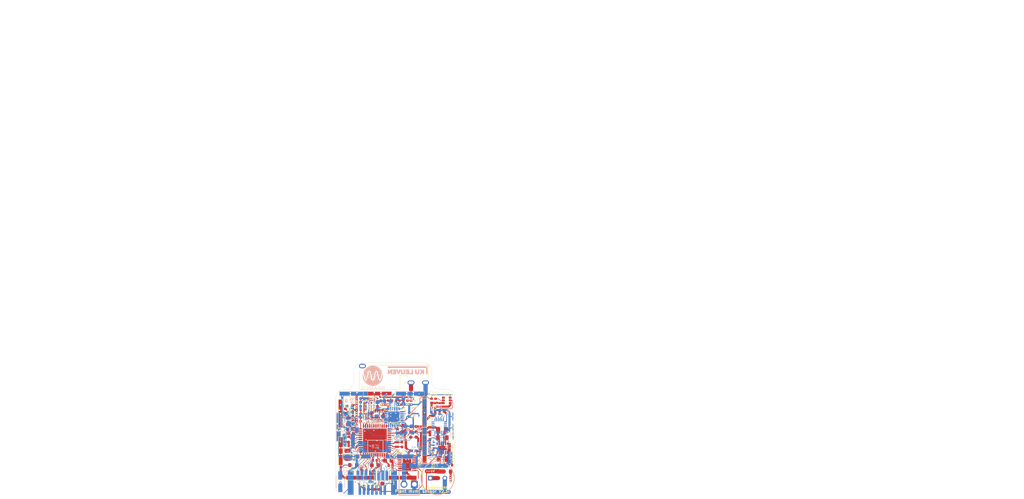
<source format=kicad_pcb>
(kicad_pcb (version 20211014) (generator pcbnew)
  (title_block (title "Plant mvmt Sensor") (date "2024-07-05") (rev "V2.1") (company "DRAMCO") (comment 1 "Sarah Goossens"))
  (layers (0 "F.Cu" signal) (1 "In1.Cu" signal) (2 "In2.Cu" signal) (31 "B.Cu" signal) (34 "B.Paste" user) (35 "F.Paste" user) (36 "B.SilkS" user "B.Silkscreen") (37 "F.SilkS" user "F.Silkscreen") (38 "B.Mask" user) (39 "F.Mask" user) (44 "Edge.Cuts" user))
  (net 0 "")
  (net 1 "+BATT")
  (net 2 "GND")
  (net 3 "Net-(C6-Pad1)")
  (net 4 "Net-(C15-Pad1)")
  (net 5 "/STM32&Sensors/USER_LED")
  (net 6 "+1V8")
  (net 7 "Net-(IC6-Pad4)")
  (net 8 "/STM32&Sensors/INT_LIGHT")
  (net 9 "RESET_SX1280")
  (net 10 "/STM32&Sensors/CS_BME280")
  (net 11 "DIO1_SX1280")
  (net 12 "/STM32&Sensors/SPI3_SCK")
  (net 13 "/STM32&Sensors/SPI3_MISO")
  (net 14 "/STM32&Sensors/SPI3_MOSI")
  (net 15 "Net-(C18-Pad1)")
  (net 16 "Net-(C19-Pad1)")
  (net 17 "/STM32&Sensors/CS_RTC")
  (net 18 "CS_SX1280")
  (net 19 "Net-(C21-Pad1)")
  (net 20 "BUSY_SX1280")
  (net 21 "SPI1_SCK")
  (net 22 "SPI1_MISO")
  (net 23 "+VSW")
  (net 24 "SPI1_MOSI")
  (net 25 "RF_STM32")
  (net 26 "Net-(C36-Pad1)")
  (net 27 "DIO2_SX1280")
  (net 28 "DIO3_SX1280")
  (net 29 "+VDC")
  (net 30 "/STM32&Sensors/Tempering")
  (net 31 "BATTIN")
  (net 32 "/STM32&Sensors/GNSS_PPS")
  (net 33 "Net-(IC6-Pad6)")
  (net 34 "Net-(C33-Pad1)")
  (net 35 "/STM32&Sensors/GNSS_Reset")
  (net 36 "Net-(C41-Pad1)")
  (net 38 "/STM32&Sensors/VSW1V8_On")
  (net 39 "/STM32&Sensors/INT1_ICM20948")
  (net 40 "/STM32&Sensors/CLKOUT_RTC")
  (net 41 "/STM32&Sensors/PG1V8")
  (net 42 "/STM32&Sensors/RTC_NINTB")
  (net 43 "/STM32&Sensors/OSC32_OUT")
  (net 44 "/STM32&Sensors/OSC32_IN")
  (net 45 "Net-(C31-Pad1)")
  (net 48 "/STM32&Sensors/CS_ICM20948")
  (net 49 "I2C3_SCL")
  (net 50 "Net-(LED1-Pad1)")
  (net 51 "I2C3_SDA")
  (net 65 "Net-(IC4-Pad34)")
  (net 66 "Net-(IC4-Pad40)")
  (net 67 "Net-(IC4-Pad41)")
  (net 68 "SCAP_ON")
  (net 69 "Net-(IC6-Pad14)")
  (net 70 "Net-(IC7-Pad3)")
  (net 71 "Net-(IC7-Pad4)")
  (net 72 "Net-(IC7-Pad7)")
  (net 73 "Net-(IC7-Pad9)")
  (net 74 "Net-(L3-Pad2)")
  (net 75 "TCK")
  (net 76 "TMS")
  (net 77 "NRST")
  (net 78 "/STM32&Sensors/RTC_PPS")
  (net 79 "/STM32&Sensors/USART1_TX")
  (net 80 "Net-(C42-Pad1)")
  (net 81 "ANT_SELECT")
  (net 83 "Net-(C45-Pad2)")
  (net 84 "Net-(C43-Pad2)")
  (net 85 "Net-(C44-Pad2)")
  (net 86 "Net-(C48-Pad2)")
  (net 87 "Net-(C44-Pad1)")
  (net 88 "Net-(FL1-Pad1)")
  (net 89 "/STM32&Sensors/USART1_RX")
  (net 90 "Net-(IC4-Pad8)")
  (net 91 "Net-(C30-Pad1)")
  (net 92 "Net-(PS1-Pad11)")
  (net 93 "Net-(IC2-Pad10)")
  (net 94 "Net-(C11-Pad1)")
  (footprint "Resistor_SMD:R_0402_1005Metric" (layer "F.Cu") (at 114.17 147.538)
    (fp_text reference "R16")
    (fp_text value "0R")
  )
  (footprint "Capacitor_SMD:C_0402_1005Metric" (layer "F.Cu") (at 113.68 140.528)
    (fp_text reference "C37")
    (fp_text value "100n")
  )
  (footprint "Resistor_SMD:R_0402_1005Metric" (layer "F.Cu") (at 127.36 126.208 90)
    (fp_text reference "R2")
    (fp_text value "10k")
  )
  (footprint "SamacSys_Parts:SON50P200X300X80-13N_TPS62740DSSR" (layer "F.Cu") (at 129.96 137.588 -90)
    (fp_text reference "PS1")
    (fp_text value "TPS62740DSSR" hide)
  )
  (footprint "SamacSys_Parts:QFN50P700X700X65-49N-D" (layer "F.Cu") (at 113.72 135.738 90)
    (fp_text reference "IC4")
    (fp_text value "STM32WBA52CGU6" hide)
  )
  (footprint "Capacitor_SMD:C_0402_1005Metric" (layer "F.Cu") (at 109.79 131.148 180)
    (fp_text reference "C19")
    (fp_text value "1.5pF")
  )
  (footprint "Capacitor_SMD:C_0805_2012Metric" (layer "F.Cu") (at 107.1 139.198 -90)
    (fp_text reference "C18")
    (fp_text value "4.7uF")
  )
  (footprint "Capacitor_SMD:C_0402_1005Metric" (layer "F.Cu") (at 116.965 126.638 -90)
    (fp_text reference "C36")
    (fp_text value "1.5pF")
  )
  (footprint "Resistor_SMD:R_0402_1005Metric" (layer "F.Cu") (at 111.16 143.008 180)
    (fp_text reference "R15")
    (fp_text value "0R")
  )
  (footprint "Resistor_SMD:R_0402_1005Metric" (layer "F.Cu") (at 128.33 126.218 90)
    (fp_text reference "R1")
    (fp_text value "4.7k")
  )
  (footprint "Resistor_SMD:R_0603_1608Metric" (layer "F.Cu") (at 128.89 143.988 90)
    (fp_text reference "R18")
    (fp_text value "0R")
  )
  (footprint "Capacitor_SMD:C_0402_1005Metric" (layer "F.Cu") (at 122.45 126.638 -90)
    (fp_text reference "C42")
    (fp_text value "2.7pF")
  )
  (footprint "Capacitor_SMD:C_0402_1005Metric" (layer "F.Cu") (at 107.78 133.078 180)
    (fp_text reference "C16")
    (fp_text value "100nF")
  )
  (footprint "Capacitor_SMD:C_0402_1005Metric" (layer "F.Cu") (at 123.09 138.238 180)
    (fp_text reference "C11")
    (fp_text value "100n")
  )
  (footprint "Capacitor_SMD:C_0603_1608Metric" (layer "F.Cu") (at 116.94 140.618)
    (fp_text reference "C9")
    (fp_text value "1µ")
  )
  (footprint "TestPoint:TestPoint_Pad_D1.0mm" (layer "F.Cu") (at 115.5 146.118)
    (fp_text reference "TP1")
    (fp_text value "TestPoint")
  )
  (footprint "Capacitor_SMD:C_0402_1005Metric" (layer "F.Cu") (at 121.075 126.158)
    (fp_text reference "L8")
    (fp_text value "1.3nH")
  )
  (footprint "Resistor_SMD:R_0402_1005Metric" (layer "F.Cu") (at 126.97 134.968 90)
    (fp_text reference "R20")
    (fp_text value "0R")
  )
  (footprint "Capacitor_SMD:C_0603_1608Metric" (layer "F.Cu") (at 113.76 141.718)
    (fp_text reference "C38")
    (fp_text value "1µ")
  )
  (footprint "Resistor_SMD:R_0402_1005Metric" (layer "F.Cu") (at 129.84 128.748 180)
    (fp_text reference "R4")
    (fp_text value "4.7k")
  )
  (footprint "Inductor_SMD:L_0805_2012Metric" (layer "F.Cu") (at 129.9575 135.078)
    (fp_text reference "L3")
    (fp_text value "2.2u")
  )
  (footprint "GJM1555C1H6R0CB01D:CAPC1005X55N" (layer "F.Cu") (at 120.71 137.318 180)
    (fp_text reference "C39")
    (fp_text value "GJM1555C1H6R0CB01D" hide)
  )
  (footprint "Resistor_SMD:R_0402_1005Metric" (layer "F.Cu") (at 129.94 141.698 180)
    (fp_text reference "R11")
    (fp_text value "0R")
  )
  (footprint "Capacitor_SMD:C_0805_2012Metric" (layer "F.Cu") (at 130.06 140.228 180)
    (fp_text reference "C20")
    (fp_text value "10u")
  )
  (footprint "SamacSys_Parts:S099146R" (layer "F.Cu") (at 105.49 138.313 90)
    (fp_text reference "MP2" hide)
    (fp_text value "S0991-46R" hide)
  )
  (footprint "Capacitor_SMD:C_0402_1005Metric" (layer "F.Cu") (at 107.88 137.038 180)
    (fp_text reference "C14")
    (fp_text value "100n")
  )
  (footprint "Capacitor_SMD:C_0402_1005Metric" (layer "F.Cu") (at 115.595 126.158 180)
    (fp_text reference "C48")
    (fp_text value "56pF")
  )
  (footprint "Resistor_SMD:R_0402_1005Metric" (layer "F.Cu") (at 106.59 128.658 90)
    (fp_text reference "R9")
    (fp_text value "500K")
  )
  (footprint "Resistor_SMD:R_0402_1005Metric" (layer "F.Cu") (at 131.8 141.698 180)
    (fp_text reference "R10")
    (fp_text value "0R")
  )
  (footprint "Capacitor_SMD:C_0402_1005Metric" (layer "F.Cu") (at 109.8 125.668 180)
    (fp_text reference "C22")
    (fp_text value "2.7pF")
  )
  (footprint "Capacitor_SMD:C_0603_1608Metric" (layer "F.Cu") (at 120.37 132.928 90)
    (fp_text reference "C5")
    (fp_text value "1µ")
  )
  (footprint "Capacitor_SMD:C_0402_1005Metric" (layer "F.Cu") (at 119.705 126.638 -90)
    (fp_text reference "C41")
    (fp_text value "3.9pF")
  )
  (footprint "Capacitor_SMD:C_0603_1608Metric" (layer "F.Cu") (at 114.95 129.978)
    (fp_text reference "C13")
    (fp_text value "1µ")
  )
  (footprint "Resistor_SMD:R_0402_1005Metric" (layer "F.Cu") (at 112.06952 129.80848 -90)
    (fp_text reference "R5")
    (fp_text value "10k")
  )
  (footprint "SamacSys_Parts:SOTFL48P130X55-6N" (layer "F.Cu") (at 113.6 126.158)
    (fp_text reference "IC9")
    (fp_text value "CG2214M6-C2" hide)
  )
  (footprint "SamacSys_Parts:S099146R" (layer "F.Cu") (at 125.67 129.118 90)
    (fp_text reference "MP7" hide)
    (fp_text value "S0991-46R" hide)
  )
  (footprint "SamacSys_Parts:VEML6035" (layer "F.Cu") (at 131.025 126.098)
    (fp_text reference "IC1")
    (fp_text value "VEML6035" hide)
  )
  (footprint "Resistor_SMD:R_0402_1005Metric" (layer "F.Cu") (at 111.76 147.538 180)
    (fp_text reference "R17")
    (fp_text value "0R")
  )
  (footprint "SamacSys_Parts:S099146R" (layer "F.Cu") (at 125.67 137.793 90)
    (fp_text reference "MP4" hide)
    (fp_text value "S0991-46R" hide)
  )
  (footprint "SamacSys_Parts:S099146R" (layer "F.Cu") (at 114.38 124.488)
    (fp_text reference "MP5" hide)
    (fp_text value "S0991-46R" hide)
  )
  (footprint "Capacitor_SMD:C_0805_2012Metric" (layer "F.Cu") (at 129.88 133.208)
    (fp_text reference "C23")
    (fp_text value "10u")
  )
  (footprint "Capacitor_SMD:C_0402_1005Metric" (layer "F.Cu") (at 113.00952 129.78848 90)
    (fp_text reference "C12")
    (fp_text value "100n")
  )
  (footprint "Capacitor_SMD:C_0402_1005Metric" (layer "F.Cu") (at 107.88 136.108 180)
    (fp_text reference "C17")
    (fp_text value "100nF")
  )
  (footprint "Capacitor_SMD:C_0402_1005Metric" (layer "F.Cu") (at 114.34 127.968 90)
    (fp_text reference "C47")
    (fp_text value "1000pF")
  )
  (footprint "ECS-.327-12:XTAL_ECS-.327-12.5-16-TR" (layer "F.Cu") (at 119 136.728 90)
    (fp_text reference "X2")
    (fp_text value "MU00658-32.768k")
  )
  (footprint "SamacSys_Parts:S099146R" (layer "F.Cu") (at 120.4 144.728)
    (fp_text reference "MP3" hide)
    (fp_text value "S0991-46R" hide)
  )
  (footprint "SamacSys_Parts:S099146R" (layer "F.Cu") (at 105.45 129.268 90)
    (fp_text reference "MP1" hide)
    (fp_text value "S0991-46R" hide)
  )
  (footprint "Resistor_SMD:R_0603_1608Metric" (layer "F.Cu") (at 131.11 143.228 180)
    (fp_text reference "R12")
    (fp_text value "0R")
  )
  (footprint "Capacitor_SMD:C_0402_1005Metric" (layer "F.Cu") (at 118.335 126.158)
    (fp_text reference "L7")
    (fp_text value "1.8nH")
  )
  (footprint "Capacitor_SMD:C_0402_1005Metric" (layer "F.Cu") (at 110.28 129.778 90)
    (fp_text reference "L1")
    (fp_text value "1.8nH")
  )
  (footprint "ANT-2:XCVR_ANT-2.4-MSA-TH1" (layer "F.Cu") (at 118.31 120.528)
    (fp_text reference "E1" hide)
    (fp_text value "ANT-2.4-MSA-TH1")
  )
  (footprint "Capacitor_SMD:C_0402_1005Metric" (layer "F.Cu") (at 110.28 127.038 90)
    (fp_text reference "L2")
    (fp_text value "1.3nH")
  )
  (footprint "Capacitor_SMD:C_0402_1005Metric" (layer "F.Cu") (at 111.62 125.668)
    (fp_text reference "C43")
    (fp_text value "56pF")
  )
  (footprint "SamacSys_Parts:SON50P350X450X150-17N-D_PCF2131TFY" (layer "F.Cu") (at 121.43 141.2005)
    (fp_text reference "IC2")
    (fp_text value "PCF2131TFY" hide)
  )
  (footprint "Capacitor_SMD:C_0402_1005Metric" (layer "F.Cu") (at 109.8 128.408 180)
    (fp_text reference "C21")
    (fp_text value "3.9pF")
  )
  (footprint "GJM1555C1H6R0CB01D:CAPC1005X55N" (layer "F.Cu") (at 120.7 136.148 180)
    (fp_text reference "C40")
    (fp_text value "GJM1555C1H6R0CB01D" hide)
  )
  (footprint "Capacitor_SMD:C_0402_1005Metric" (layer "F.Cu") (at 119.15 133.488 90)
    (fp_text reference "C4")
    (fp_text value "100n")
  )
  (footprint "NX1612SA-32:OSCSC105P160X120X35-4N" (layer "F.Cu") (at 107.965 134.463)
    (fp_text reference "X3")
    (fp_text value "NX1612SA-32.000MHZ-CHP-CIS-3")
  )
  (footprint "Capacitor_SMD:C_0402_1005Metric" (layer "F.Cu") (at 117.51 141.818)
    (fp_text reference "C8")
    (fp_text value "100n")
  )
  (footprint "Capacitor_SMD:C_0603_1608Metric" (layer "F.Cu") (at 107.25 131.118 90)
    (fp_text reference "C15")
    (fp_text value "470nF")
  )
  (footprint "Resistor_SMD:R_0402_1005Metric" (layer "F.Cu") (at 124.48 138.778 -90)
    (fp_text reference "R13")
    (fp_text value "500K")
  )
  (footprint "SamacSys_Parts:S099146R" (layer "F.Cu") (at 110.18 144.728)
    (fp_text reference "MP6" hide)
    (fp_text value "S0991-46R" hide)
  )
  (footprint "Capacitor_SMD:C_0402_1005Metric" (layer "F.Cu") (at 127.79 129.018)
    (fp_text reference "C3")
    (fp_text value "100n")
  )
  (footprint "sparkfun-nrf52832-breakout:TC2030-MCP-NL" (layer "F.Cu") (at 123.005 136.208 90)
    (fp_text reference "J2")
    (fp_text value "TC2030_SWD-MCP-NL" hide)
  )
  (footprint "Resistor_SMD:R_0402_1005Metric" (layer "F.Cu") (at 126.98 133.098 -90)
    (fp_text reference "R19")
    (fp_text value "0R")
  )
  (footprint "Resistor_SMD:R_0603_1608Metric" (layer "F.Cu") (at 108.505 141.678)
    (fp_text reference "R3")
    (fp_text value "1k")
  )
  (footprint "SamacSys_Parts:SOP65P640X120-8N" (layer "B.Cu") (at 113.84 137.198 180)
    (fp_text reference "IC8")
    (fp_text value "M24M01-DFDW6TP" hide)
  )
  (footprint "Capacitor_SMD:C_0402_1005Metric" (layer "B.Cu") (at 112.86 129.368 90)
    (fp_text reference "C44")
    (fp_text value "56pF")
  )
  (footprint "SamacSys_Parts:SHDR2W64P0X250_1X2_450X580X1170P" (layer "B.Cu") (at 123.22 146.308)
    (fp_text reference "J4")
    (fp_text value "22-04-1021" hide)
  )
  (footprint "SamacSys_Parts:S099146R" (layer "B.Cu") (at 119.66 139.603 180)
    (fp_text reference "MP11" hide)
    (fp_text value "S0991-46R" hide)
  )
  (footprint "SamacSys_Parts:S099146R" (layer "B.Cu") (at 122.19 124.503 180)
    (fp_text reference "MP8" hide)
    (fp_text value "S0991-46R" hide)
  )
  (footprint "Package_LGA:Bosch_LGA-8_2.5x2.5mm_P0.65mm_ClockwisePinNumbering" (layer "B.Cu") (at 128.9 137.208 90)
    (fp_text reference "IC5")
    (fp_text value "BME280")
  )
  (footprint "SamacSys_Parts:S099146R" (layer "B.Cu") (at 125.675203 135.910425 -90)
    (fp_text reference "MP12" hide)
    (fp_text value "S0991-46R" hide)
  )
  (footprint "SamacSys_Parts:2450FM07D0034T" (layer "B.Cu") (at 114.801 129.849 180)
    (fp_text reference "FL1")
    (fp_text value "2450FM07D0034T" hide)
  )
  (footprint "Capacitor_SMD:C_0402_1005Metric" (layer "B.Cu") (at 111.53 126.078 -90)
    (fp_text reference "C46")
    (fp_text value "1000pF")
  )
  (footprint "Logo:Dramco10000kicad_mod" (layer "B.Cu") (at 113.25732 121.473907 180)
    (fp_text reference "G***" hide)
    (fp_text value "LOGO" hide)
  )
  (footprint "Capacitor_SMD:C_0603_1608Metric" (layer "B.Cu") (at 114.38 127.308 90)
    (fp_text reference "C33")
    (fp_text value "10n")
  )
  (footprint "SamacSys_Parts:S099146R" (layer "B.Cu") (at 108.6 124.500425 180)
    (fp_text reference "MP9" hide)
    (fp_text value "S0991-46R" hide)
  )
  (footprint "Capacitor_SMD:C_0402_1005Metric" (layer "B.Cu") (at 110.27 126.078 -90)
    (fp_text reference "C45")
    (fp_text value "1000pF")
  )
  (footprint "SamacSys_Parts:S099146R" (layer "B.Cu") (at 125.68 128.613 -90)
    (fp_text reference "MP14" hide)
    (fp_text value "S0991-46R" hide)
  )
  (footprint "SamacSys_Parts:CAPC1005X55N" (layer "B.Cu") (at 106.69 129.068 180)
    (fp_text reference "C26")
    (fp_text value "GRM155R60J106ME15D" hide)
  )
  (footprint "Capacitor_SMD:C_0402_1005Metric" (layer "B.Cu") (at 126.89 136.428 90)
    (fp_text reference "C2")
    (fp_text value "100n")
  )
  (footprint "Capacitor_SMD:C_0402_1005Metric" (layer "B.Cu") (at 128.18 128.898 90)
    (fp_text reference "C7")
    (fp_text value "100n")
  )
  (footprint "SamacSys_Parts:QFN40P300X300X105-25N-D_ICM20948" (layer "B.Cu") (at 129.19 132.288)
    (fp_text reference "IC3")
    (fp_text value "ICM-20948" hide)
  )
  (footprint "SamacSys_Parts:QFN50P400X400X100-25N-D_SX1280" (layer "B.Cu") (at 118.26 130.098 -90)
    (fp_text reference "IC6")
    (fp_text value "SX1280IMLTRT" hide)
  )
  (footprint "SamacSys_Parts:VLS3015" (layer "B.Cu") (at 107.4 135.718)
    (fp_text reference "L5")
    (fp_text value "VLS3015CX-2R2M-H" hide)
  )
  (footprint "Capacitor_SMD:C_0402_1005Metric" (layer "B.Cu") (at 119.434453 133.904175)
    (fp_text reference "C35")
    (fp_text value "100n")
  )
  (footprint "SamacSys_Parts:S099146R" (layer "B.Cu") (at 104.985203 132.535425 -90)
    (fp_text reference "MP10" hide)
    (fp_text value "S0991-46R" hide)
  )
  (footprint "CRCW04025K11FKED:RESC1005X40N" (layer "B.Cu") (at 108.18 128.398 90)
    (fp_text reference "R6")
    (fp_text value "CRCW04025K11FKED" hide)
  )
  (footprint "Capacitor_SMD:C_0402_1005Metric" (layer "B.Cu") (at 129.27 128.898 90)
    (fp_text reference "C6")
    (fp_text value "100n")
  )
  (footprint "Resistor_SMD:R_0805_2012Metric" (layer "B.Cu") (at 121.6475 141.828 180)
    (fp_text reference "R8")
    (fp_text value "1R")
  )
  (footprint "Capacitor_SMD:C_0603_1608Metric" (layer "B.Cu") (at 122.72 133.118 -90)
    (fp_text reference "C31")
    (fp_text value "470n")
  )
  (footprint "Capacitor_SMD:C_0402_1005Metric" (layer "B.Cu") (at 121.98 129.538 90)
    (fp_text reference "C34")
    (fp_text value "100n")
  )
  (footprint "SamacSys_Parts:SON50P250X250X80-11N-D" (layer "B.Cu") (at 107.97 131.628 -90)
    (fp_text reference "IC7")
    (fp_text value "TPS63900DSKR" hide)
  )
  (footprint "SamacSys_Parts:SOT65P210X110-5N" (layer "B.Cu") (at 110.88 128.818 90)
    (fp_text reference "IC10")
    (fp_text value "NC7SZ04P5X" hide)
  )
  (footprint "SamacSys_Parts:S099146R" (layer "B.Cu") (at 109.335203 139.603 180)
    (fp_text reference "MP13" hide)
    (fp_text value "S0991-46R" hide)
  )
  (footprint "Capacitor_SMD:C_0603_1608Metric" (layer "B.Cu") (at 116.73 126.357575 180)
    (fp_text reference "C32")
    (fp_text value "10n")
  )
  (footprint "Logo:KULeuven6000" (layer "B.Cu") (at 121.1 119.808 180)
    (fp_text reference "G***" hide)
    (fp_text value "LOGO" hide)
  )
  (footprint "NX2016SA-52MHZ-EXS00A-CS07103:OSCCC200X160X50N" (layer "B.Cu") (at 119.87 126.273 90)
    (fp_text reference "X4")
    (fp_text value "NX2016SA-52MHZ-EXS00A-CS07103")
  )
  (footprint "SamacSys_Parts:APDA3020LSECKJ3PF" (layer "B.Cu") (at 105.39 145.688 -90)
    (fp_text reference "LED1")
    (fp_text value "APDA3020LSECK_J3-PF" hide)
  )
  (footprint "Resistor_SMD:R_0402_1005Metric" (layer "B.Cu") (at 123.07 138.228 180)
    (fp_text reference "R14")
    (fp_text value "500K")
  )
  (footprint "SamacSys_Parts:9191021515LF" (layer "B.Cu") (at 113.1 145.908 180)
    (fp_text reference "J1")
    (fp_text value "91910-21515LF" hide)
  )
  (footprint "Inductor_SMD:L_0603_1608Metric" (layer "B.Cu") (at 121.094453 133.114175 -90)
    (fp_text reference "L6")
    (fp_text value "15µ")
  )
  (footprint "SamacSys_Parts:CAPPRD350W52D800H1350" (layer "B.Cu") (at 127.065 144.818)
    (fp_text reference "C30")
    (fp_text value "HV0810-2R7105-R" hide)
  )
  (footprint "CRCW0402511RFKED:RESC1005X40N" (layer "B.Cu") (at 106.41 127.458 180)
    (fp_text reference "R7")
    (fp_text value "CRCW0402511RFKED" hide)
  )
  (footprint "Capacitor_SMD:C_0402_1005Metric" (layer "B.Cu") (at 128.93 139.308)
    (fp_text reference "C1")
    (fp_text value "100n")
  )
  (gr_arc (start 106.375714 149.055624) (mid 104.932879 148.500369) (end 104.305255 147.087509) (layer "Edge.Cuts") (width 0.05))
  (gr_line (start 133.005714 125.445656) (end 133.005255 146.985165) (layer "Edge.Cuts") (width 0.05))
  (gr_line (start 110.65 117.058) (end 125.34 117.058) (layer "Edge.Cuts") (width 0.05))
  (gr_arc (start 125.34 117.058) (mid 126.782824 117.613268) (end 127.410459 119.026115) (layer "Edge.Cuts") (width 0.05))
  (gr_arc (start 130.935255 123.477541) (mid 132.378073 124.032803) (end 133.005714 125.445656) (layer "Edge.Cuts") (width 0.05))
  (gr_arc (start 108.68 121.408) (mid 108.124732 122.850824) (end 106.711885 123.478459) (layer "Edge.Cuts") (width 0.05))
  (gr_line (start 106.27337 123.477541) (end 106.711885 123.478459) (layer "Edge.Cuts") (width 0.05))
  (gr_line (start 106.375714 149.055624) (end 131.03714 149.055624) (layer "Edge.Cuts") (width 0.05))
  (gr_line (start 104.305255 125.548) (end 104.305255 147.087509) (layer "Edge.Cuts") (width 0.05))
  (gr_arc (start 104.305255 125.548) (mid 104.860499 124.105134) (end 106.27337 123.477541) (layer "Edge.Cuts") (width 0.05))
  (gr_arc (start 129.482824 123.478) (mid 128.04 122.922732) (end 127.412365 121.509885) (layer "Edge.Cuts") (width 0.05))
  (gr_arc (start 133.005255 146.985165) (mid 132.45 148.428) (end 131.03714 149.055624) (layer "Edge.Cuts") (width 0.05))
  (gr_line (start 129.482824 123.478) (end 130.935255 123.477541) (layer "Edge.Cuts") (width 0.05))
  (gr_arc (start 108.681885 119.128459) (mid 109.237153 117.685635) (end 110.65 117.058) (layer "Edge.Cuts") (width 0.05))
  (gr_line (start 127.410459 119.026115) (end 127.412365 121.509885) (layer "Edge.Cuts") (width 0.05))
  (gr_line (start 108.681885 119.128459) (end 108.68 121.408) (layer "Edge.Cuts") (width 0.05))
  (gr_text "S. Goossens" (at 128.14 147.038) (layer "F.SilkS") (effects (font (size 0.7 0.7))))
  (gr_text "Plant mvmt sensor V2.1" (at 124.95 147.988) (layer "F.SilkS") (effects (font (size 0.7 0.7))))
  (segment (start 124.15 136.358) (end 124.15 136.758) (width 0.5) (layer "F.Cu") (net 1))
  (segment (start 107.15 128.518) (end 106.96 128.518) (width 0.3) (layer "F.Cu") (net 1))
  (segment (start 124.15 137.148) (end 124.15 137.258) (width 0.5) (layer "F.Cu") (net 1))
  (segment (start 131.85 136.548) (end 131.85 138.788) (width 0.3) (layer "F.Cu") (net 1))
  (segment (start 132.31 140.828) (end 131.71 140.228) (width 0.15) (layer "F.Cu") (net 1))
  (segment (start 124.15 135.288) (end 123.8 134.938) (width 0.5) (layer "F.Cu") (net 1))
  (segment (start 131.01 140.228) (end 131.01 139.888) (width 0.5) (layer "F.Cu") (net 1))
  (segment (start 132.31 141.698) (end 132.31 140.828) (width 0.15) (layer "F.Cu") (net 1))
  (segment (start 131.21 136.538) (end 131.84 136.538) (width 0.3) (layer "F.Cu") (net 1))
  (segment (start 124.15 136.358) (end 124.15 135.288) (width 0.5) (layer "F.Cu") (net 1))
  (segment (start 106.96 128.518) (end 106.59 128.148) (width 0.3) (layer "F.Cu") (net 1))
  (segment (start 131.25 140.228) (end 131.01 140.228) (width 0.5) (layer "F.Cu") (net 1))
  (segment (start 131.71 140.228) (end 131.85 140.088) (width 1) (layer "F.Cu") (net 1))
  (segment (start 123.8 134.938) (end 123.64 134.938) (width 0.5) (layer "F.Cu") (net 1))
  (segment (start 131.84 136.538) (end 131.85 136.548) (width 0.3) (layer "F.Cu") (net 1))
  (segment (start 131.01 139.888) (end 131.47 139.428) (width 0.5) (layer "F.Cu") (net 1))
  (segment (start 111.171672 147.538) (end 109.676007 146.042335) (width 0.3) (layer "F.Cu") (net 1))
  (segment (start 131.21 140.028) (end 131.01 140.228) (width 0.5) (layer "F.Cu") (net 1))
  (segment (start 131.85 139.628) (end 131.25 140.228) (width 0.5) (layer "F.Cu") (net 1))
  (segment (start 131.47 139.428) (end 131.47 136.69848) (width 0.5) (layer "F.Cu") (net 1))
  (segment (start 124.15 136.758) (end 124.15 137.148) (width 0.5) (layer "F.Cu") (net 1))
  (segment (start 131.85 139.628) (end 131.85 138.788) (width 1) (layer "F.Cu") (net 1))
  (segment (start 131.01 140.228) (end 131.71 140.228) (width 1) (layer "F.Cu") (net 1))
  (segment (start 111.25 147.538) (end 111.171672 147.538) (width 0.3) (layer "F.Cu") (net 1))
  (via (at 124.15 136.358) (size 0.3) (drill 0.25) (layers "F.Cu" "B.Cu") (net 1))
  (via (at 124.16 137.278) (size 0.3) (drill 0.25) (layers "F.Cu" "B.Cu") (net 1))
  (via (at 131.85 139.741332) (size 0.3) (drill 0.25) (layers "F.Cu" "B.Cu") (net 1))
  (via (at 124.15 136.828) (size 0.3) (drill 0.25) (layers "F.Cu" "B.Cu") (net 1))
  (via (at 131.85 140.218) (size 0.3) (drill 0.25) (layers "F.Cu" "B.Cu") (net 1))
  (via (at 109.676007 146.042335) (size 0.3) (drill 0.25) (layers "F.Cu" "B.Cu") (net 1))
  (via (at 131.85 139.264666) (size 0.3) (drill 0.25) (layers "F.Cu" "B.Cu") (net 1))
  (via (at 106.57 133.358) (size 0.3) (drill 0.25) (layers "F.Cu" "B.Cu") (net 1))
  (via (at 107.15 128.518) (size 0.3) (drill 0.25) (layers "F.Cu" "B.Cu") (net 1))
  (via (at 131.85 138.788) (size 0.3) (drill 0.25) (layers "F.Cu" "B.Cu") (net 1))
  (via (at 106.57 132.878) (size 0.3) (drill 0.25) (layers "F.Cu" "B.Cu") (net 1))
  (segment (start 106.987126 129.490874) (end 106.805 129.673) (width 0.2) (layer "B.Cu") (net 1))
  (segment (start 105.9 130.118) (end 106.16 129.858) (width 0.2) (layer "B.Cu") (net 1))
  (segment (start 123.79 139.728) (end 123.79 140.598) (width 0.5) (layer "B.Cu") (net 1))
  (segment (start 107.15 129.068) (end 107.15 129.158) (width 0.2) (layer "B.Cu") (net 1))
  (segment (start 124.52 138.998) (end 124.52 137.638) (width 0.5) (layer "B.Cu") (net 1))
  (segment (start 107.32 129.778978) (end 107.319511 129.778489) (width 0.2) (layer "B.Cu") (net 1))
  (segment (start 107.473563 129.774437) (end 107.473563 129.914437) (width 0.2) (layer "B.Cu") (net 1))
  (segment (start 105.657214 130.190786) (end 105.657214 130.350786) (width 0.2) (layer "B.Cu") (net 1))
  (segment (start 105.9 130.408) (end 105.9 129.948) (width 0.2) (layer "B.Cu") (net 1))
  (segment (start 106.54 132.998) (end 106.66 132.878) (width 0.5) (layer "B.Cu") (net 1))
  (segment (start 106.66 132.878) (end 105.807214 132.025214) (width 0.5) (layer "B.Cu") (net 1))
  (segment (start 105.9 130.408) (end 105.9 130.118) (width 0.2) (layer "B.Cu") (net 1))
  (segment (start 106.14 130.408) (end 106.610489 129.937511) (width 0.2) (layer "B.Cu") (net 1))
  (segment (start 107.473563 129.914437) (end 107.47 129.918) (width 0.2) (layer "B.Cu") (net 1))
  (segment (start 107.47 129.918) (end 107.19 129.638) (width 0.2) (layer "B.Cu") (net 1))
  (segment (start 131.85 140.088) (end 131.85 140.908) (width 1) (layer "B.Cu") (net 1))
  (segment (start 106.61 129.608) (end 107.15 129.068) (width 0.2) (layer "B.Cu") (net 1))
  (segment (start 124.16 137.278) (end 124.16 136.368) (width 0.5) (layer "B.Cu") (net 1))
  (segment (start 107.19 129.490874) (end 107.202874 129.490874) (width 0.2) (layer "B.Cu") (net 1))
  (segment (start 106.11 129.738) (end 106.48 129.738) (width 0.2) (layer "B.Cu") (net 1))
  (segment (start 106.84 129.638) (end 107.19 129.638) (width 0.2) (layer "B.Cu") (net 1))
  (segment (start 107.19 129.490874) (end 106.987126 129.490874) (width 0.2) (layer "B.Cu") (net 1))
  (segment (start 107.15 129.278) (end 107.15 128.518) (width 0.3) (layer "B.Cu") (net 1))
  (segment (start 124.16 136.368) (end 124.15 136.358) (width 0.5) (layer "B.Cu") (net 1))
  (segment (start 107.19 129.278) (end 107.19 129.490874) (width 0.2) (layer "B.Cu") (net 1))
  (segment (start 105.9 129.948) (end 105.657214 130.190786) (width 0.2) (layer "B.Cu") (net 1))
  (segment (start 124.52 137.638) (end 124.16 137.278) (width 0.5) (layer "B.Cu") (net 1))
  (segment (start 106.97 132.878) (end 106.66 132.878) (width 0.2) (layer "B.Cu") (net 1))
  (segment (start 106.47 133.308) (end 106.8 133.308) (width 0.5) (layer "B.Cu") (net 1))
  (segment (start 107.47 130.378) (end 107.47 130.098) (width 0.2) (layer "B.Cu") (net 1))
  (segment (start 107.15 129.158) (end 105.9 130.408) (width 0.2) (layer "B.Cu") (net 1))
  (segment (start 131.85 140.908) (end 130.93 141.828) (width 1) (layer "B.Cu") (net 1))
  (segment (start 106.610489 129.608489) (end 106.61 129.608) (width 0.2) (layer "B.Cu") (net 1))
  (segment (start 123.79 141.668) (end 123.95 141.828) (width 0.5) (layer "B.Cu") (net 1))
  (segment (start 106.805 129.673) (end 106.610489 129.867511) (width 0.2) (layer "B.Cu") (net 1))
  (segment (start 105.807214 130.500786) (end 105.9 130.408) (width 0.5) (layer "B.Cu") (net 1))
  (segment (start 124.15 139.368) (end 124.52 138.998) (width 0.5) (layer "B.Cu") (net 1))
  (segment (start 124.15 139.368) (end 123.79 139.728) (width 0.5) (layer "B.Cu") (net 1))
  (segment (start 105.807214 132.025214) (end 105.807214 130.500786) (width 0.5) (layer "B.Cu") (net 1))
  (segment (start 106.1 130.118) (end 106.61 129.608) (width 0.2) (layer "B.Cu") (net 1))
  (segment (start 107.473563 129.774437) (end 107.39 129.690874) (width 0.2) (layer "B.Cu") (net 1))
  (segment (start 123.95 141.828) (end 122.56 141.828) (width 1) (layer "B.Cu") (net 1))
  (segment (start 105.9 130.408) (end 106.14 130.408) (width 0.2) (layer "B.Cu") (net 1))
  (segment (start 106.610489 129.937511) (end 106.610489 129.608489) (width 0.2) (layer "B.Cu") (net 1))
  (segment (start 130.93 141.828) (end 123.95 141.828) (width 1) (layer "B.Cu") (net 1))
  (segment (start 107.39 129.690874) (end 107.39 129.478) (width 0.2) (layer "B.Cu") (net 1))
  (segment (start 106.805 129.673) (end 106.84 129.638) (width 0.2) (layer "B.Cu") (net 1))
  (segment (start 105.9 129.948) (end 106.11 129.738) (width 0.2) (layer "B.Cu") (net 1))
  (segment (start 131.85 138.788) (end 131.85 140.088) (width 1) (layer "B.Cu") (net 1))
  (segment (start 107.19 129.278) (end 107.39 129.478) (width 0.2) (layer "B.Cu") (net 1))
  (segment (start 123.79 140.598) (end 123.79 141.668) (width 0.5) (layer "B.Cu") (net 1))
  (segment (start 107.47 130.378) (end 107.47 129.918) (width 0.2) (layer "B.Cu") (net 1))
  (segment (start 106.66 132.878) (end 106.66 133.358) (width 0.2) (layer "B.Cu") (net 1))
  (segment (start 105.657214 130.350786) (end 105.807214 130.500786) (width 0.2) (layer "B.Cu") (net 1))
  (segment (start 105.49 136.163) (end 105.49 138.313) (width 0.2) (layer "F.Cu") (net 2))
  (segment (start 125.91 121.828) (end 125.91 124.60848) (width 1) (layer "F.Cu") (net 2))
  (segment (start 118.25 144.728) (end 120.4 144.728) (width 0.2) (layer "F.Cu") (net 2))
  (segment (start 129.21 138.638) (end 129.71 138.638) (width 0.3) (layer "F.Cu") (net 2))
  (segment (start 127.05 129.828) (end 127.84 129.828) (width 0.5) (layer "F.Cu") (net 2))
  (segment (start 125.1 132.398) (end 123.64 132.398) (width 0.5) (layer "F.Cu") (net 2))
  (segment (start 112.25 129.118) (end 112.06952 129.29848) (width 0.2) (layer "F.Cu") (net 2))
  (segment (start 129.43 140.548) (end 129.11 140.228) (width 0.15) (layer "F.Cu") (net 2))
  (segment (start 107.964511 134.363489) (end 107.689022 134.088) (width 0.1) (layer "F.Cu") (net 2))
  (segment (start 124.44548 124.60848) (end 124.34 124.503) (width 1) (layer "F.Cu") (net 2))
  (segment (start 127.69 137.968) (end 127.69 139.168) (width 0.3) (layer "F.Cu") (net 2))
  (segment (start 120.4 144.728) (end 122.55 144.728) (width 0.2) (layer "F.Cu") (net 2))
  (segment (start 108.51 128.418) (end 108.42 128.508) (width 0.5) (layer "F.Cu") (net 2))
  (segment (start 130.30048 134.07752) (end 130.83 133.548) (width 0.3) (layer "F.Cu") (net 2))
  (segment (start 114.16 140.528) (end 114.16 141.343) (width 0.2) (layer "F.Cu") (net 2))
  (segment (start 120.80144 134.56848) (end 120.89 134.65704) (width 0.5) (layer "F.Cu") (net 2))
  (segment (start 106.52 134.268) (end 106.52 136.038) (width 0.5) (layer "F.Cu") (net 2))
  (segment (start 106.35 144.728) (end 107.95 144.728) (width 0.5) (layer "F.Cu") (net 2))
  (segment (start 112.98 143.388) (end 112.98 144.078) (width 0.5) (layer "F.Cu") (net 2))
  (segment (start 119.15 132.388) (end 119.385 132.153) (width 0.3) (layer "F.Cu") (net 2))
  (segment (start 108.18 127.188) (end 109.2 127.188) (width 0.3) (layer "F.Cu") (net 2))
  (segment (start 121.43 141.2005) (end 121.43 143.608) (width 0.5) (layer "F.Cu") (net 2))
  (segment (start 112.25 126.538) (end 112.25 127.158) (width 0.2) (layer "F.Cu") (net 2))
  (segment (start 120.23952 134.56752) (end 120.23856 134.56848) (width 0.5) (layer "F.Cu") (net 2))
  (segment (start 125.5 127.138) (end 125.67 126.968) (width 0.5) (layer "F.Cu") (net 2))
  (segment (start 107.25 130.343) (end 109.155 130.343) (width 0.5) (layer "F.Cu") (net 2))
  (segment (start 121.81 138.158) (end 122.53 138.158) (width 0.5) (layer "F.Cu") (net 2))
  (segment (start 129.85 137.478) (end 129.96 137.588) (width 0.5) (layer "F.Cu") (net 2))
  (segment (start 129.71 137.838) (end 129.96 137.588) (width 0.3) (layer "F.Cu") (net 2))
  (segment (start 121.81 140.8205) (end 121.43 141.2005) (width 0.5) (layer "F.Cu") (net 2))
  (segment (start 129.41 139.308) (end 129.41 138.938) (width 0.3) (layer "F.Cu") (net 2))
  (segment (start 123.22 145.398) (end 122.55 144.728) (width 1) (layer "F.Cu") (net 2))
  (segment (start 130.21 137.338) (end 129.96 137.588) (width 0.3) (layer "F.Cu") (net 2))
  (segment (start 109.32 128.418) (end 108.51 128.418) (width 0.5) (layer "F.Cu") (net 2))
  (segment (start 126.065 139.548) (end 125.67 139.943) (width 0.3) (layer "F.Cu") (net 2))
  (segment (start 107.3 133.963) (end 107.425 134.088) (width 0.5) (layer "F.Cu") (net 2))
  (segment (start 115.4 125.348) (end 115 125.348) (width 0.3) (layer "F.Cu") (net 2))
  (segment (start 129.71 138.638) (end 129.71 137.838) (width 0.3) (layer "F.Cu") (net 2))
  (segment (start 109.32 128.418) (end 109.32 127.308) (width 0.5) (layer "F.Cu") (net 2))
  (segment (start 108.42 131.128) (end 108.42 128.508) (width 0.5) (layer "F.Cu") (net 2))
  (segment (start 109.32 125.048) (end 109.88 124.488) (width 0.5) (layer "F.Cu") (net 2))
  (segment (start 119.705 127.118) (end 122.45 127.118) (width 0.5) (layer "F.Cu") (net 2))
  (segment (start 105.805 140.148) (end 105.49 140.463) (width 0.3) (layer "F.Cu") (net 2))
  (segment (start 109.88 124.488) (end 112.23 124.488) (width 0.5) (layer "F.Cu") (net 2))
  (segment (start 126.225 139.388) (end 125.67 139.943) (width 0.3) (layer "F.Cu") (net 2))
  (segment (start 116.965 128.013) (end 116.965 127.118) (width 0.5) (layer "F.Cu") (net 2))
  (segment (start 106.52 136.038) (end 106.645 136.163) (width 0.5) (layer "F.Cu") (net 2))
  (segment (start 112.25 127.688) (end 112.25 128.218) (width 0.2) (layer "F.Cu") (net 2))
  (segment (start 118.25 144.728) (end 118.25 145.838) (width 0.5) (layer "F.Cu") (net 2))
  (segment (start 114.205 142.068) (end 114.545 141.728) (width 0.2) (layer "F.Cu") (net 2))
  (segment (start 113.61 124.488) (end 112.23 124.488) (width 0.15) (layer "F.Cu") (net 2))
  (segment (start 113.61 125.808) (end 113.61 126.078) (width 0.2) (layer "F.Cu") (net 2))
  (segment (start 115.69 128.778) (end 115.725 128.743) (width 0.2) (layer "F.Cu") (net 2))
  (segment (start 116.53 125.338) (end 116.53 124.488) (width 0.3) (layer "F.Cu") (net 2))
  (segment (start 129.43 141.698) (end 129.43 140.548) (width 0.15) (layer "F.Cu") (net 2))
  (segment (start 115.69 128.318) (end 115.56 128.448) (width 0.5) (layer "F.Cu") (net 2))
  (segment (start 109.32 125.678) (end 109.32 125.048) (width 0.5) (layer "F.Cu") (net 2))
  (segment (start 113.00952 129.30848) (end 112.25952 129.30848) (width 0.5) (layer "F.Cu") (net 2))
  (segment (start 127.69 139.168) (end 127.47 139.388) (width 0.3) (layer "F.Cu") (net 2))
  (segment (start 115.56 128.448) (end 114.34 128.448) (width 0.5) (layer "F.Cu") (net 2))
  (segment (start 131.48 127.608) (end 131.85 127.238) (width 0.5) (layer "F.Cu") (net 2))
  (segment (start 107.964511 134.487022) (end 107.964511 134.363489) (width 0.1) (layer "F.Cu") (net 2))
  (segment (start 128.27 127.838) (end 128.5 127.608) (width 0.5) (layer "F.Cu") (net 2))
  (segment (start 115.725 128.743) (end 115.725 128.353) (width 0.5) (layer "F.Cu") (net 2))
  (segment (start 109.28 131.128) (end 109.31 131.158) (width 0.5) (layer "F.Cu") (net 2))
  (segment (start 114.535 141.718) (end 114.535 141.833) (width 0.5) (layer "F.Cu") (net 2))
  (segment (start 122.53 138.158) (end 122.61 138.238) (width 0.5) (layer "F.Cu") (net 2))
  (segment (start 117.99 141.818) (end 117.99 140.893) (width 0.5) (layer "F.Cu") (net 2))
  (segment (start 125.67 135.643) (end 125.67 136.488) (width 0.2) (layer "F.Cu") (net 2))
  (segment (start 112.248495 126.536495) (end 112.25 126.538) (width 0.3) (layer "F.Cu") (net 2))
  (segment (start 121.81 138.158) (end 121.81 140.8205) (width 0.5) (layer "F.Cu") (net 2))
  (segment (start 112.07952 129.30848) (end 112.06952 129.29848) (width 0.5) (layer "F.Cu") (net 2))
  (segment (start 127.47 139.388) (end 126.31 139.388) (width 0.3) (layer "F.Cu") (net 2))
  (segment (start 120.23856 134.56848) (end 119.99 134.56848) (width 0.5) (layer "F.Cu") (net 2))
  (segment (start 131.85 127.238) (end 131.85 126.748) (width 0.5) (layer "F.Cu") (net 2))
  (segment (start 113.53 126.158) (end 113.61 126.078) (width 0.2) (layer "F.Cu") (net 2))
  (segment (start 125.67 136.488) (end 125.67 137.793) (width 0.2) (layer "F.Cu") (net 2))
  (segment (start 109.2 127.188) (end 109.32 127.308) (width 0.3) (layer "F.Cu") (net 2))
  (segment (start 119.73 139.4505) (end 123.13 139.4505) (width 0.2) (layer "F.Cu") (net 2))
  (segment (start 115.725 128.353) (end 116.625 128.353) (width 0.5) (layer "F.Cu") (net 2))
  (segment (start 111.11 128.378) (end 111.11 126.616495) (width 0.3) (layer "F.Cu") (net 2))
  (segment (start 105.45 129.268) (end 105.45 131.418) (width 0.2) (layer "F.Cu") (net 2))
  (segment (start 106.645 136.163) (end 107.255 136.163) (width 0.5) (layer "F.Cu") (net 2))
  (segment (start 121.17 137.518) (end 121.81 138.158) (width 0.5) (layer "F.Cu") (net 2))
  (segment (start 117.77 140.893) (end 117.495 140.618) (width 0.5) (layer "F.Cu") (net 2))
  (segment (start 116.28 127.118) (end 116.965 127.118) (width 0.5) (layer "F.Cu") (net 2))
  (segment (start 120.89 135.458) (end 121.17 135.738) (width 0.5) (layer "F.Cu") (net 2))
  (segment (start 115.44 130.008) (end 115.725 130.008) (width 0.2) (layer "F.Cu") (net 2))
  (segment (start 119.73 142.4505) (end 120.3825 142.4505) (width 0.3) (layer "F.Cu") (net 2))
  (segment (start 129.41 138.938) (end 129.71 138.638) (width 0.3) (layer "F.Cu") (net 2))
  (segment (start 115.4 125.348) (end 115.386148 125.361852) (width 0.3) (layer "F.Cu") (net 2))
  (segment (start 114.11 142.068) (end 114.205 142.068) (width 0.2) (layer "F.Cu") (net 2))
  (segment (start 128.5 127.608) (end 131.48 127.608) (width 0.5) (layer "F.Cu") (net 2))
  (segment (start 105.49 140.463) (end 105.49 143.868) (width 0.5) (layer "F.Cu") (net 2))
  (segment (start 116.28 127.118) (end 115.25 127.118) (width 0.5) (layer "F.Cu") (net 2))
  (segment (start 105.49 138.313) (end 105.49 140.463) (width 0.2) (layer "F.Cu") (net 2))
  (segment (start 114 128.318) (end 113.54 128.778) (width 0.5) (layer "F.Cu") (net 2))
  (segment (start 128.07 137.588) (end 127.69 137.968) (width 0.3) (layer "F.Cu") (net 2))
  (segment (start 117.99 144.468) (end 118.25 144.728) (width 0.5) (layer "F.Cu") (net 2))
  (segment (start 130.21 136.538) (end 130.21 137.338) (width 0.3) (layer "F.Cu") (net 2))
  (segment (start 114.38 124.488) (end 113.61 124.488) (width 0.15) (layer "F.Cu") (net 2))
  (segment (start 128.27 129.398) (end 128.27 129.018) (width 0.5) (layer "F.Cu") (net 2))
  (segment (start 121.17 136.658) (end 121.17 136.158) (width 0.5) (layer "F.Cu") (net 2))
  (segment (start 112.24 126.548) (end 112.25 126.538) (width 0.3) (layer "F.Cu") (net 2))
  (segment (start 125.67 131.208) (end 127.05 129.828) (width 0.5) (layer "F.Cu") (net 2))
  (segment (start 108.46952 131.22848) (end 108.46 131.238) (width 0.2) (layer "F.Cu") (net 2))
  (segment (start 108.42 127.428) (end 108.18 127.188) (width 0.5) (layer "F.Cu") (net 2))
  (segment (start 113.61 125.808) (end 113.61 124.488) (width 0.2) (layer "F.Cu") (net 2))
  (segment (start 125.67 131.268) (end 125.67 131.828) (width 0.5) (layer "F.Cu") (net 2))
  (segment (start 109.32952 131.22848) (end 108.46952 131.22848) (width 0.2) (layer "F.Cu") (net 2))
  (segment (start 115.725 130.008) (end 115.725 128.743) (width 0.5) (layer "F.Cu") (net 2))
  (segment (start 108.42 128.508) (end 108.42 127.428) (width 0.5) (layer "F.Cu") (net 2))
  (segment (start 108.49 134.838) (end 108.315489 134.838) (width 0.1) (layer "F.Cu") (net 2))
  (segment (start 108.315489 134.838) (end 107.964511 134.487022) (width 0.1) (layer "F.Cu") (net 2))
  (segment (start 116.52 125.348) (end 120.585 125.348) (width 0.3) (layer "F.Cu") (net 2))
  (segment (start 105.49 143.868) (end 106.35 144.728) (width 0.5) (layer "F.Cu") (net 2))
  (segment (start 129.41 139.308) (end 129.41 139.928) (width 0.3) (layer "F.Cu") (net 2))
  (segment (start 107.689022 134.088) (end 107.44 134.088) (width 0.1) (layer "F.Cu") (net 2))
  (segment (start 105.45 127.118) (end 105.45 129.268) (width 0.2) (layer "F.Cu") (net 2))
  (segment (start 120.595 125.358) (end 121.79 125.358) (width 0.3) (layer "F.Cu") (net 2))
  (segment (start 125.67 126.968) (end 125.67 129.118) (width 0.2) (layer "F.Cu") (net 2))
  (segment (start 125.67 139.308) (end 125.67 137.793) (width 0.2) (layer "F.Cu") (net 2))
  (segment (start 114.875 124.983) (end 114.38 124.488) (width 0.3) (layer "F.Cu") (net 2))
  (segment (start 121.17 140.9405) (end 121.43 141.2005) (width 0.5) (layer "F.Cu") (net 2))
  (segment (start 121.17 136.158) (end 121.16 136.148) (width 0.2) (layer "F.Cu") (net 2))
  (segment (start 112.25 128.218) (end 112.25 128.778) (width 0.2) (layer "F.Cu") (net 2))
  (segment (start 107.3 133.078) (end 107.3 133.963) (width 0.5) (layer "F.Cu") (net 2))
  (segment (start 129.96 137.588) (end 128.07 137.588) (width 0.3) (layer "F.Cu") (net 2))
  (segment (start 131.03 133.208) (end 131.41 133.588) (width 0.5) (layer "F.Cu") (net 2))
  (segment (start 107.1 140.148) (end 108.02 140.148) (width 0.3) (layer "F.Cu") (net 2))
  (segment (start 112.865 126.158) (end 113.53 126.158) (width 0.2) (layer "F.Cu") (net 2))
  (segment (start 130.21 137.838) (end 129.96 137.588) (width 0.3) (layer "F.Cu") (net 2))
  (segment (start 129.71 139.628) (end 129.11 140.228) (width 0.3) (layer "F.Cu") (net 2))
  (segment (start 108.03 144.728) (end 110.18 144.728) (width 0.2) (layer "F.Cu") (net 2))
  (segment (start 129.71 138.638) (end 129.71 139.628) (width 0.3) (layer "F.Cu") (net 2))
  (segment (start 112.25952 129.30848) (end 112.07952 129.30848) (width 0.5) (layer "F.Cu") (net 2))
  (segment (start 112.865 126.158) (end 112.63 126.158) (width 0.2) (layer "F.Cu") (net 2))
  (segment (start 108.42 131.128) (end 109.28 131.128) (width 0.5) (layer "F.Cu") (net 2))
  (segment (start 108.02 140.148) (end 108.3 140.428) (width 0.3) (layer "F.Cu") (net 2))
  (segment (start 109.32952 131.82752) (end 109.61 132.108) (width 0.2) (layer "F.Cu") (net 2))
  (segment (start 115.69 128.318) (end 115.725 128.353) (width 0.5) (layer "F.Cu") (net 2))
  (segment (start 129.21 140.128) (end 129.11 140.228) (width 0.3) (layer "F.Cu") (net 2))
  (segment (start 115.4 125.348) (end 115.39 125.358) (width 0.3) (layer "F.Cu") (net 2))
  (segment (start 123.22 146.308) (end 123.22 145.398) (width 1) (layer "F.Cu") (net 2))
  (segment (start 130.21 136.538) (end 130.21 136.028) (width 0.3) (layer "F.Cu") (net 2))
  (segment (start 119.142288 127.118) (end 119.132288 127.108) (width 0.5) (layer "F.Cu") (net 2))
  (segment (start 119.15 133.008) (end 119.15 132.388) (width 0.3) (layer "F.Cu") (net 2))
  (segment (start 112.63 126.158) (end 112.25 126.538) (width 0.2) (layer "F.Cu") (net 2))
  (segment (start 111.11 126.616495) (end 111.19 126.536495) (width 0.3) (layer "F.Cu") (net 2))
  (segment (start 115 125.348) (end 114.875 125.223) (width 0.3) (layer "F.Cu") (net 2))
  (segment (start 114.34 128.318) (end 114 128.318) (width 0.5) (layer "F.Cu") (net 2))
  (segment (start 109.31 131.158) (end 109.31 130.188) (width 0.5) (layer "F.Cu") (net 2))
  (segment (start 121.17 137.318) (end 121.17 137.518) (width 0.5) (layer "F.Cu") (net 2))
  (segment (start 130.21 138.638) (end 130.21 137.838) (width 0.3) (layer "F.Cu") (net 2))
  (segment (start 119.99 134.56848) (end 120.80144 134.56848) (width 0.5) (layer "F.Cu") (net 2))
  (segment (start 114.875 125.223) (end 114.875 124.983) (width 0.3) (layer "F.Cu") (net 2))
  (segment (start 113.54 126.438) (end 113.54 128.778) (width 0.2) (layer "F.Cu") (net 2))
  (segment (start 121.17 137.318) (end 121.17 136.658) (width 0.5) (layer "F.Cu") (net 2))
  (segment (start 130.83 133.548) (end 130.83 133.208) (width 0.3) (layer "F.Cu") (net 2))
  (segment (start 125.67 131.828) (end 125.1 132.398) (width 0.5) (layer "F.Cu") (net 2))
  (segment (start 115.4 125.348) (end 116.52 125.348) (width 0.3) (layer "F.Cu") (net 2))
  (segment (start 112.23 129.338) (end 112.25952 129.30848) (width 0.3) (layer "F.Cu") (net 2))
  (segment (start 129.21 138.638) (end 129.21 140.128) (width 0.3) (layer "F.Cu") (net 2))
  (segment (start 125.67 139.943) (end 125.67 139.308) (width 0.2) (layer "F.Cu") (net 2))
  (segment (start 112.25 127.158) (end 112.25 127.688) (width 0.2) (layer "F.Cu") (net 2))
  (segment (start 107.4 137.038) (end 107.4 136.108) (width 0.5) (layer "F.Cu") (net 2))
  (segment (start 116.53 124.488) (end 114.38 124.488) (width 0.15) (layer "F.Cu") (net 2))
  (segment (start 127.84 129.828) (end 128.27 129.398) (width 0.5) (layer "F.Cu") (net 2))
  (segment (start 120.585 125.348) (end 120.595 125.358) (width 0.3) (layer "F.Cu") (net 2))
  (segment (start 105.49 136.163) (end 106.645 136.163) (width 0.5) (layer "F.Cu") (net 2))
  (segment (start 109.31 130.188) (end 109.31 128.428) (width 0.5) (layer "F.Cu") (net 2))
  (segment (start 107.1 140.148) (end 105.805 140.148) (width 0.3) (layer "F.Cu") (net 2))
  (segment (start 112.25 128.778) (end 112.25 129.118) (width 0.2) (layer "F.Cu") (net 2))
  (segment (start 119.705 127.118) (end 119.142288 127.118) (width 0.5) (layer "F.Cu") (net 2))
  (segment (start 111.11 129.338) (end 112.23 129.338) (width 0.3) (layer "F.Cu") (net 2))
  (segment (start 114.535 141.833) (end 112.98 143.388) (width 0.5) (layer "F.Cu") (net 2))
  (segment (start 107.95 144.728) (end 108.03 144.728) (width 0.5) (layer "F.Cu") (net 2))
  (segment (start 125.67 131.268) (end 125.67 131.208) (width 0.5) (layer "F.Cu") (net 2))
  (segment (start 130.21 138.638) (end 129.71 138.638) (width 0.3) (layer "F.Cu") (net 2))
  (segment (start 117.99 141.818) (end 117.99 144.468) (width 0.5) (layer "F.Cu") (net 2))
  (segment (start 112.98 144.078) (end 112.33 144.728) (width 0.5) (layer "F.Cu") (net 2))
  (segment (start 130.83 133.208) (end 131.03 133.208) (width 0.5) (layer "F.Cu") (net 2))
  (segment (start 128.27 129.018) (end 128.27 127.838) (width 0.5) (layer "F.Cu") (net 2))
  (segment (start 109.32 127.308) (end 109.32 125.678) (width 0.5) (layer "F.Cu") (net 2))
  (segment (start 109.32952 131.22848) (end 109.32952 131.82752) (width 0.2) (layer "F.Cu") (net 2))
  (segment (start 125.91 124.60848) (end 124.44548 124.60848) (width 1) (layer "F.Cu") (net 2))
  (segment (start 109.155 130.343) (end 109.31 130.188) (width 0.5) (layer "F.Cu") (net 2))
  (segment (start 113.61 126.495712) (end 113.54 126.565712) (width 0.2) (layer "F.Cu") (net 2))
  (segment (start 121.17 136.658) (end 121.17 135.738) (width 0.5) (layer "F.Cu") (net 2))
  (segment (start 121.43 143.608) (end 122.55 144.728) (width 0.5) (layer "F.Cu") (net 2))
  (segment (start 113.54 128.778) (end 113.00952 129.30848) (width 0.5) (layer "F.Cu") (net 2))
  (segment (start 126.31 139.388) (end 126.225 139.388) (width 0.3) (layer "F.Cu") (net 2))
  (segment (start 113.54 128.908) (end 115.69 128.908) (width 0.2) (layer "F.Cu") (net 2))
  (segment (start 116.625 128.353) (end 116.965 128.013) (width 0.5) (layer "F.Cu") (net 2))
  (segment (start 111.11 128.378) (end 111.11 129.338) (width 0.3) (layer "F.Cu") (net 2))
  (segment (start 120.89 134.65704) (end 120.89 135.458) (width 0.5) (layer "F.Cu") (net 2))
  (segment (start 129.41 139.928) (end 129.11 140.228) (width 0.3) (layer "F.Cu") (net 2))
  (segment (start 116.52 125.348) (end 116.53 125.338) (width 0.3) (layer "F.Cu") (net 2))
  (segment (start 118.25 145.838) (end 118.32 145.908) (width 0.5) (layer "F.Cu") (net 2))
  (segment (start 130.21 136.028) (end 130.30048 135.93752) (width 0.3) (layer "F.Cu") (net 2))
  (segment (start 106.7 134.088) (end 106.52 134.268) (width 0.5) (layer "F.Cu") (net 2))
  (segment (start 109.31 128.428) (end 109.32 128.418) (width 0.5) (layer "F.Cu") (net 2))
  (segment (start 110.18 144.728) (end 112.33 144.728) (width 0.2) (layer "F.Cu") (net 2))
  (segment (start 113.61 126.078) (end 113.61 126.495712) (width 0.2) (layer "F.Cu") (net 2))
  (segment (start 107.44 134.088) (end 106.7 134.088) (width 0.5) (layer "F.Cu") (net 2))
  (segment (start 130.30048 135.93752) (end 130.30048 134.07752) (width 0.3) (layer "F.Cu") (net 2))
  (segment (start 119.385 132.153) (end 120.37 132.153) (width 0.3) (layer "F.Cu") (net 2))
  (segment (start 114.16 141.343) (end 114.545 141.728) (width 0.2) (layer "F.Cu") (net 2))
  (segment (start 111.19 126.536495) (end 112.248495 126.536495) (width 0.3) (layer "F.Cu") (net 2))
  (via (at 115.4 125.348) (size 0.3) (drill 0.25) (layers "F.Cu" "B.Cu") (net 2))
  (via (at 130.8 137.348) (size 0.3) (drill 0.25) (layers "F.Cu" "B.Cu") (net 2))
  (via (at 109.31 127.346192) (size 0.3) (drill 0.25) (layers "F.Cu" "B.Cu") (net 2))
  (via (at 115.202288 128.908) (size 0.3) (drill 0.25) (layers "F.Cu" "B.Cu") (net 2))
  (via (at 112.59 137.108) (size 0.3) (drill 0.25) (layers "F.Cu" "B.Cu") (net 2))
  (via (at 125.68 129.068) (size 0.3) (drill 0.25) (layers "F.Cu" "B.Cu") (net 2))
  (via (at 114.648192 128.908) (size 0.3) (drill 0.25) (layers "F.Cu" "B.Cu") (net 2))
  (via (at 108.18 127.188) (size 0.3) (drill 0.25) (layers "F.Cu" "B.Cu") (net 2))
  (via (at 131.41 133.588) (size 0.3) (drill 0.25) (layers "F.Cu" "B.Cu") (net 2))
  (via (at 105.45 129.268) (size 0.3) (drill 0.25) (layers "F.Cu" "B.Cu") (net 2))
  (via (at 111.29 133.508) (size 0.3) (drill 0.25) (layers "F.Cu" "B.Cu") (net 2))
  (via (at 121.79 125.358) (size 0.3) (drill 0.25) (layers "F.Cu" "B.Cu") (net 2))
  (via (at 108.46 131.238) (size 0.3) (drill 0.25) (layers "F.Cu" "B.Cu") (net 2))
  (via (at 121.904096 127.098) (size 0.3) (drill 0.25) (layers "F.Cu" "B.Cu") (net 2))
  (via (at 123.04 125.458) (size 0.3) (drill 0.25) (layers "F.Cu" "B.Cu") (net 2))
  (via (at 132.54 134.518) (size 0.3) (drill 0.25) (layers "F.Cu" "B.Cu") (net 2))
  (via (at 121.81 138.158) (size 0.3) (drill 0.25) (layers "F.Cu" "B.Cu") (net 2))
  (via (at 115.25 127.118) (size 0.3) (drill 0.25) (layers "F.Cu" "B.Cu") (net 2))
  (via (at 113.54 127.119808) (size 0.3) (drill 0.25) (layers "F.Cu" "B.Cu") (net 2))
  (via (at 106.21 148.498) (size 0.3) (drill 0.25) (layers "F.Cu" "B.Cu") (net 2))
  (via (at 113.54 128.912096) (size 0.3) (drill 0.25) (layers "F.Cu" "B.Cu") (net 2))
  (via (at 119.686384 127.108) (size 0.3) (drill 0.25) (layers "F.Cu" "B.Cu") (net 2))
  (via (at 117.96 139.348) (size 0.3) (drill 0.25) (layers "F.Cu" "B.Cu") (net 2))
  (via (at 108.3 140.428) (size 0.3) (drill 0.25) (layers "F.Cu" "B.Cu") (net 2))
  (via (at 109.31 126.238) (size 0.3) (drill 0.25) (layers "F.Cu" "B.Cu") (net 2))
  (via (at 126.76 124.538) (size 0.3) (drill 0.25) (layers "F.Cu" "B.Cu") (net 2))
  (via (at 109.31952 128.454384) (size 0.3) (drill 0.25) (layers "F.Cu" "B.Cu") (net 2))
  (via (at 124.34 124.503) (size 0.3) (drill 0.25) (layers "F.Cu" "B.Cu") (net 2))
  (via (at 111.57 135.578) (size 0.3) (drill 0.25) (layers "F.Cu" "B.Cu") (net 2))
  (via (at 112.25 128.200288) (size 0.3) (drill 0.25) (layers "F.Cu" "B.Cu") (net 2))
  (via (at 123.29 126.168) (size 0.3) (drill 0.25) (layers "F.Cu" "B.Cu") (net 2))
  (via (at 117.54 129.928) (size 0.3) (drill 0.25) (layers "F.Cu" "B.Cu") (net 2))
  (via (at 116.53 124.488) (size 0.3) (drill 0.25) (layers "F.Cu" "B.Cu") (net 2))
  (via (at 132.49 129.058) (size 0.3) (drill 0.25) (layers "F.Cu" "B.Cu") (net 2))
  (via (at 109.32 130.674384) (size 0.3) (drill 0.25) (layers "F.Cu" "B.Cu") (net 2))
  (via (at 122.458192 127.08848) (size 0.3) (drill 0.25) (layers "F.Cu" "B.Cu") (net 2))
  (via (at 105.49 136.163) (size 0.3) (drill 0.25) (layers "F.Cu" "B.Cu") (net 2))
  (via (at 118.74 129.218) (size 0.3) (drill 0.25) (layers "F.Cu" "B.Cu") (net 2))
  (via (at 109.32 130.120288) (size 0.3) (drill 0.25) (layers "F.Cu" "B.Cu") (net 2))
  (via (at 117.82 140.338) (size 0.3) (drill 0.25) (layers "F.Cu" "B.Cu") (net 2))
  (via (at 114.094096 128.908) (size 0.3) (drill 0.25) (layers "F.Cu" "B.Cu") (net 2))
  (via (at 132.55 135.428) (size 0.3) (drill 0.25) (layers "F.Cu" "B.Cu") (net 2))
  (via (at 121.39 127.098) (size 0.3) (drill 0.25) (layers "F.Cu" "B.Cu") (net 2))
  (via (at 109.61 132.108) (size 0.3) (drill 0.25) (layers "F.Cu" "B.Cu") (net 2))
  (via (at 114.43 137.588) (size 0.3) (drill 0.25) (layers "F.Cu" "B.Cu") (net 2))
  (via (at 105.45 127.118) (size 0.3) (drill 0.25) (layers "F.Cu" "B.Cu") (net 2))
  (via (at 119.09 130.498) (size 0.3) (drill 0.25) (layers "F.Cu" "B.Cu") (net 2))
  (via (at 120.595 125.358) (size 0.3) (drill 0.25) (layers "F.Cu" "B.Cu") (net 2))
  (via (at 116.358192 127.078) (size 0.3) (drill 0.25) (layers "F.Cu" "B.Cu") (net 2))
  (via (at 114.22 135.788) (size 0.3) (drill 0.25) (layers "F.Cu" "B.Cu") (net 2))
  (via (at 109.31 126.792096) (size 0.3) (drill 0.25) (layers "F.Cu" "B.Cu") (net 2))
  (via (at 132.54 133.608) (size 0.3) (drill 0.25) (layers "F.Cu" "B.Cu") (net 2))
  (via (at 119.99 134.56848) (size 0.3) (drill 0.25) (layers "F.Cu" "B.Cu") (net 2))
  (via (at 109.31 125.683904) (size 0.3) (drill 0.25) (layers "F.Cu" "B.Cu") (net 2))
  (via (at 113.54 128.228) (size 0.3) (drill 0.25) (layers "F.Cu" "B.Cu") (net 2))
  (via (at 112.25 127.092096) (size 0.3) (drill 0.25) (layers "F.Cu" "B.Cu") (net 2))
  (via (at 132.5 130.878) (size 0.3) (drill 0.25) (layers "F.Cu" "B.Cu") (net 2))
  (via (at 114.11 142.068) (size 0.3) (drill 0.25) (layers "F.Cu" "B.Cu") (net 2))
  (via (at 113.81 138.308) (size 0.3) (drill 0.25) (layers "F.Cu" "B.Cu") (net 2))
  (via (at 132.5 129.968) (size 0.3) (drill 0.25) (layers "F.Cu" "B.Cu") (net 2))
  (via (at 126.44 136.068) (size 0.3) (drill 0.25) (layers "F.Cu" "B.Cu") (net 2))
  (via (at 115.804096 127.078) (size 0.3) (drill 0.25) (layers "F.Cu" "B.Cu") (net 2))
  (via (at 132.52 132.698) (size 0.3) (drill 0.25) (layers "F.Cu" "B.Cu") (net 2))
  (via (at 120.01 132.008) (size 0.3) (drill 0.25) (layers "F.Cu" "B.Cu") (net 2))
  (via (at 109.32952 131.22848) (size 0.3) (drill 0.25) (layers "F.Cu" "B.Cu") (net 2))
  (via (at 105.936213 125.014213) (size 0.3) (drill 0.25) (layers "F.Cu" "B.Cu") (net 2))
  (via (at 113.54 127.673904) (size 0.3) (drill 0.25) (layers "F.Cu" "B.Cu") (net 2))
  (via (at 132.52 131.788) (size 0.3) (drill 0.25) (layers "F.Cu" "B.Cu") (net 2))
  (via (at 116.912288 127.118) (size 0.3) (drill 0.25) (layers "F.Cu" "B.Cu") (net 2))
  (via (at 115.756384 128.908) (size 0.3) (drill 0.25) (layers "F.Cu" "B.Cu") (net 2))
  (via (at 120.45 134.565141) (size 0.3) (drill 0.25) (layers "F.Cu" "B.Cu") (net 2))
  (via (at 121.82 140.338) (size 0.3) (drill 0.25) (layers "F.Cu" "B.Cu") (net 2))
  (via (at 132.28 124.728) (size 0.3) (drill 0.25) (layers "F.Cu" "B.Cu") (net 2))
  (via (at 118.32 145.908) (size 0.3) (drill 0.25) (layers "F.Cu" "B.Cu") (net 2))
  (via (at 131.51 148.138) (size 0.3) (drill 0.25) (layers "F.Cu" "B.Cu") (net 2))
  (via (at 113.48 133.338) (size 0.3) (drill 0.25) (layers "F.Cu" "B.Cu") (net 2))
  (via (at 117.54 129.248) (size 0.3) (drill 0.25) (layers "F.Cu" "B.Cu") (net 2))
  (via (at 107.8 133.818) (size 0.3) (drill 0.25) (layers "F.Cu" "B.Cu") (net 2))
  (via (at 109.32 129.566192) (size 0.3) (drill 0.25) (layers "F.Cu" "B.Cu") (net 2))
  (via (at 119.132288 127.108) (size 0.3) (drill 0.25) (layers "F.Cu" "B.Cu") (net 2))
  (via (at 109.31 127.900288) (size 0.3) (drill 0.25) (layers "F.Cu" "B.Cu") (net 2))
  (via (at 112.25 127.646192) (size 0.3) (drill 0.25) (layers "F.Cu" "B.Cu") (net 2))
  (via (at 112.25 126.538) (size 0.3) (drill 0.25) (layers "F.Cu" "B.Cu") (net 2))
  (via (at 121.21 140.338) (size 0.3) (drill 0.25) (layers "F.Cu" "B.Cu") (net 2))
  (via (at 129.41 139.308) (size 0.3) (drill 0.25) (layers "F.Cu" "B.Cu") (net 2))
  (via (at 109.32 129.012096) (size 0.3) (drill 0.25) (layers "F.Cu" "B.Cu") (net 2))
  (via (at 113.54 126.565712) (size 0.3) (drill 0.25) (layers "F.Cu" "B.Cu") (net 2))
  (segment (start 128.345 137.533) (end 128.255 137.533) (width 0.2) (layer "B.Cu") (net 2))
  (segment (start 131.41 133.588) (end 131.68 133.318) (width 0.5) (layer "B.Cu") (net 2))
  (segment (start 126.89 135.948) (end 126.89 135.608) (width 0.2) (layer "B.Cu") (net 2))
  (segment (start 116.778 138.173) (end 116.778 139.086) (width 0.3) (layer "B.Cu") (net 2))
  (segment (start 120.595 125.68225) (end 120.595 125.373) (width 0.5) (layer "B.Cu") (net 2))
  (segment (start 110.902 136.873) (end 112.355 136.873) (width 0.3) (layer "B.Cu") (net 2))
  (segment (start 129.49 139.308) (end 129.85 138.948) (width 0.5) (layer "B.Cu") (net 2))
  (segment (start 120.01 132.008) (end 120.1 132.008) (width 0.2) (layer "B.Cu") (net 2))
  (segment (start 128.995 137.543) (end 129.005 137.533) (width 0.2) (layer "B.Cu") (net 2))
  (segment (start 115.95 125.508) (end 115.95 125.068) (width 0.5) (layer "B.Cu") (net 2))
  (segment (start 112.22 130.268) (end 112.135 130.183) (width 0.2) (layer "B.Cu") (net 2))
  (segment (start 117.51 139.603) (end 119.66 139.603) (width 0.2) (layer "B.Cu") (net 2))
  (segment (start 130.905 148.138) (end 130.565 147.798) (width 1) (layer "B.Cu") (net 2))
  (segment (start 104.985203 139.382797) (end 105.205406 139.603) (width 0.2) (layer "B.Cu") (net 2))
  (segment (start 109.335203 139.603) (end 111.485203 139.603) (width 0.2) (layer "B.Cu") (net 2))
  (segment (start 114.83 130.678) (end 114.97 130.678) (width 0.2) (layer "B.Cu") (net 2))
  (segment (start 108.29 142.498) (end 107.88 142.908) (width 0.5) (layer "B.Cu") (net 2))
  (segment (start 110.07 129.768) (end 109.46 130.378) (width 0.3) (layer "B.Cu") (net 2))
  (segment (start 129.925 138.663) (end 129.925 138.183) (width 0.2) (layer "B.Cu") (net 2))
  (segment (start 116.778 137.523) (end 116.778 136.873) (width 0.3) (layer "B.Cu") (net 2))
  (segment (start 125.515 124.503) (end 125.68 124.668) (width 0.2) (layer "B.Cu") (net 2))
  (segment (start 121.98 127.173904) (end 121.904096 127.098) (width 0.5) (layer "B.Cu") (net 2))
  (segment (start 129.41 138.598) (end 128.995 138.183) (width 0.5) (layer "B.Cu") (net 2))
  (segment (start 127.39 135.108) (end 128.06 135.108) (width 0.2) (layer "B.Cu") (net 2))
  (segment (start 125.91 121.828) (end 125.91 124.408) (width 1) (layer "B.Cu") (net 2))
  (segment (start 121.21 140.338) (end 121.21 140.203) (width 0.5) (layer "B.Cu") (net 2))
  (segment (start 108.47 131.628) (end 108.97 131.128) (width 0.2) (layer "B.Cu") (net 2))
  (segment (start 119.01 128.148) (end 119.01 129.348) (width 0.15) (layer "B.Cu") (net 2))
  (segment (start 107.97 132.878) (end 107.97 133.498) (width 0.2) (layer "B.Cu") (net 2))
  (segment (start 107.74 133.728) (end 107.74 133.848) (width 0.2) (layer "B.Cu") (net 2))
  (segment (start 131.13 128.418) (end 129.27 128.418) (width 0.5) (layer "B.Cu") (net 2))
  (segment (start 125.91 124.408) (end 125.91 126.233) (width 0.5) (layer "B.Cu") (net 2))
  (segment (start 108.6 124.500425) (end 110.75 124.500425) (width 0.2) (layer "B.Cu") (net 2))
  (segment (start 124.21 127.098) (end 122.467712 127.098) (width 0.3) (layer "B.Cu") (net 2))
  (segment (start 131.164022 133.288) (end 130.69 133.288) (width 0.2) (layer "B.Cu") (net 2))
  (segment (start 108.97 131.128) (end 108.97 130.378) (width 0.2) (layer "B.Cu") (net 2))
  (segment (start 114.63 128.848) (end 114.6075 128.8705) (width 0.2) (layer "B.Cu") (net 2))
  (segment (start 124.845 126.463) (end 125.68 126.463) (width 0.3) (layer "B.Cu") (net 2))
  (segment (start 126.95 124.728) (end 126.76 124.538) (width 0.15) (layer "B.Cu") (net 2))
  (segment (start 122.72 133.893) (end 123.77985 133.893) (width 0.15) (layer "B.Cu") (net 2))
  (segment (start 132.49 129.058) (end 132.49 129.958) (width 0.2) (layer "B.Cu") (net 2))
  (segment (start 106.27 129.278) (end 105.9 128.908) (width 0.5) (layer "B.Cu") (net 2))
  (segment (start 123.25 148.138) (end 119.15 148.138) (width 1) (layer "B.Cu") (net 2))
  (segment (start 110.86 125.598) (end 111.63 125.598) (width 0.2) (layer "B.Cu") (net 2))
  (segment (start 119.99 134.56848) (end 120.446661 134.56848) (width 0.5) (layer "B.Cu") (net 2))
  (segment (start 119.145 126.83225) (end 119.23575 126.83225) (width 0.15) (layer "B.Cu") (net 2))
  (segment (start 132.52 133.588) (end 132.54 133.608) (width 0.2) (layer "B.Cu") (net 2))
  (segment (start 129.12048 136.16848) (end 129.12048 137.53848) (width 0.2) (layer "B.Cu") (net 2))
  (segment (start 114.6075 128.8705) (end 114.801 129.064) (width 0.2) (layer "B.Cu") (net 2))
  (segment (start 112.63 130.678) (end 112.22 130.268) (width 0.2) (layer "B.Cu") (net 2))
  (segment (start 120.01 132.008) (end 119.55 132.008) (width 0.15) (layer "B.Cu") (net 2))
  (segment (start 114.97 130.678) (end 112.63 130.678) (width 0.2) (layer "B.Cu") (net 2))
  (segment (start 129.115 137.533) (end 129.12048 137.53848) (width 0.2) (layer "B.Cu") (net 2))
  (segment (start 108.18 127.188) (end 108.18 127.848) (width 0.3) (layer "B.Cu") (net 2))
  (segment (start 116.778 138.173) (end 115.015 138.173) (width 0.3) (layer "B.Cu") (net 2))
  (segment (start 115.955 125.513) (end 115.95 125.508) (width 0.5) (layer "B.Cu") (net 2))
  (segment (start 119.914453 133.904175) (end 120.477141 134.466863) (width 0.2) (layer "B.Cu") (net 2))
  (segment (start 109.345203 141.992797) (end 108.84 142.498) (width 0.5) (layer "B.Cu") (net 2))
  (segment (start 123.77985 133.893) (end 123.912425 133.760425) (width 0.15) (layer "B.Cu") (net 2))
  (segment (start 128.995 138.183) (end 128.345 137.533) (width 0.2) (layer "B.Cu") (net 2))
  (segment (start 122.97 125.458) (end 122.97 125.848) (width 0.2) (layer "B.Cu") (net 2))
  (segment (start 113.572712 126.533) (end 113.54 126.565712) (width 0.5) (layer "B.Cu") (net 2))
  (segment (start 112.12998 128.76802) (end 112.12998 130.17798) (width 0.2) (layer "B.Cu") (net 2))
  (segment (start 125.815 124.503) (end 125.91 124.408) (width 0.5) (layer "B.Cu") (net 2))
  (segment (start 105.86 127.458) (end 105.86 125.090425) (width 0.5) (layer "B.Cu") (net 2))
  (segment (start 117.304 129.348) (end 116.31 129.348) (width 0.2) (layer "B.Cu") (net 2))
  (segment (start 121.98 129.058) (end 121.98 127.173904) (width 0.5) (layer "B.Cu") (net 2))
  (segment (start 105.9 128.618) (end 105.86 128.578) (width 0.5) (layer "B.Cu") (net 2))
  (segment (start 107.97 133.498) (end 107.74 133.728) (width 0.2) (layer "B.Cu") (net 2))
  (segment (start 112.12998 130.17798) (end 112.22 130.268) (width 0.2) (layer "B.Cu") (net 2))
  (segment (start 113.6 144.188) (end 113.6 142.578) (width 0.2) (layer "B.Cu") (net 2))
  (segment (start 131.71 129.968) (end 131.68 129.998) (width 0.2) (layer "B.Cu") (net 2))
  (segment (start 104.985203 130.385425) (end 104.985203 129.172797) (width 0.5) (layer "B.Cu") (net 2))
  (segment (start 104.985203 129.732797) (end 105.45 129.268) (width 0.2) (layer "B.Cu") (net 2))
  (segment (start 114.555425 126.357575) (end 114.38 126.533) (width 0.5) (layer "B.Cu") (net 2))
  (segment (start 107.185203 139.603) (end 109.335203 139.603) (width 0.2) (layer "B.Cu") (net 2))
  (segment (start 109.345203 139.613) (end 109.345203 140.452797) (width 0.5) (layer "B.Cu") (net 2))
  (segment (start 109.61 132.108) (end 108.45 132.108) (width 0.2) (layer "B.Cu") (net 2))
  (segment (start 105.9 128.908) (end 105.9 128.618) (width 0.5) (layer "B.Cu") (net 2))
  (segment (start 132.52 132.698) (end 132.52 133.588) (width 0.2) (layer "B.Cu") (net 2))
  (segment (start 104.985203 130.385425) (end 104.985203 129.732797) (width 0.2) (layer "B.Cu") (net 2))
  (segment (start 116.778 138.173) (end 116.778 137.523) (width 0.3) (layer "B.Cu") (net 2))
  (segment (start 120.595 125.373) (end 120.595 125.058) (width 0.5) (layer "B.Cu") (net 2))
  (segment (start 124.34 124.503) (end 125.515 124.503) (width 0.2) (layer "B.Cu") (net 2))
  (segment (start 119.66 139.603) (end 121.81 139.603) (width 0.2) (layer "B.Cu") (net 2))
  (segment (start 129.12048 137.53848) (end 129.12048 138.05752) (width 0.2) (layer "B.Cu") (net 2))
  (segment (start 127.875 137.533) (end 128.255 137.533) (width 0.2) (layer "B.Cu") (net 2))
  (segment (start 132.54 135.418) (end 132.55 135.428) (width 0.2) (layer "B.Cu") (net 2))
  (segment (start 123.22 146.308) (end 123.22 148.108) (width 1) (layer "B.Cu") (net 2))
  (segment (start 104.985203 132.535425) (end 104.985203 130.385425) (width 0.2) (layer "B.Cu") (net 2))
  (segment (start 129.005 137.533) (end 129.115 137.533) (width 0.2) (layer "B.Cu") (net 2))
  (segment (start 114.801 129.064) (end 114.801 129.499) (width 0.2) (layer "B.Cu") (net 2))
  (segment (start 131.23 133.588) (end 130.69 134.128) (width 0.5) (layer "B.Cu") (net 2))
  (segment (start 120.1 132.008) (end 120.33 132.238) (width 0.2) (layer "B.Cu") (net 2))
  (segment (start 119.993339 134.565141) (end 119.99 134.56848) (width 0.5) (layer "B.Cu") (net 2))
  (segment (start 109.335203 139.603) (end 109.345203 139.613) (width 0.5) (layer "B.Cu") (net 2))
  (segment (start 128.995 138.183) (end 128.995 137.973) (width 0.2) (layer "B.Cu") (net 2))
  (segment (start 116.31 129.348) (end 116.31 128.848) (width 0.2) (layer "B.Cu") (net 2))
  (segment (start 121.39 127.098) (end 122.448672 127.098) (width 0.3) (layer "B.Cu") (net 2))
  (segment (start 122.448672 127.098) (end 122.458192 127.08848) (width 0.3) (layer "B.Cu") (net 2))
  (segment (start 124.34 124.503) (end 125.815 124.503) (width 0.5) (layer "B.Cu") (net 2))
  (segment (start 131.68 133.318) (end 131.68 129.998) (width 0.5) (layer "B.Cu") (net 2))
  (segment (start 112.25 128.648) (end 112.25 128.200288) (width 0.2) (layer "B.Cu") (net 2))
  (segment (start 119.99 134.56848) (end 119.99 133.979722) (width 0.5) (layer "B.Cu") (net 2))
  (segment (start 119.01 128.148) (end 119.01 126.96725) (width 0.15) (layer "B.Cu") (net 2))
  (segment (start 107.88 142.908) (end 107.88 145.908) (width 0.5) (layer "B.Cu") (net 2))
  (segment (start 121.81 140.328) (end 121.82 140.338) (width 0.2) (layer "B.Cu") (net 2))
  (segment (start 122.467712 127.098) (end 122.458192 127.08848) (width 0.3) (layer "B.Cu") (net 2))
  (segment (start 124.34 124.503) (end 122.19 124.503) (width 0.2) (layer "B.Cu") (net 2))
  (segment (start 105.46 129.278) (end 105.45 129.268) (width 0.5) (layer "B.Cu") (net 2))
  (segment (start 130.565 147.798) (end 130.565 144.818) (width 1) (layer "B.Cu") (net 2))
  (segment (start 125.675203 135.910425) (end 125.675203 138.060425) (width 0.2) (layer "B.Cu") (net 2))
  (segment (start 128.18 128.418) (end 129.27 128.418) (width 0.5) (layer "B.Cu") (net 2))
  (segment (start 104.985203 135.658203) (end 105.49 136.163) (width 0.2) (layer "B.Cu") (net 2))
  (segment (start 120.477141 134.466863) (end 120.477141 134.565141) (width 0.2) (layer "B.Cu") (net 2))
  (segment (start 124.21 127.098) (end 124.845 126.463) (width 0.3) (layer "B.Cu") (net 2))
  (segment (start 105.936213 125.014213) (end 106.45 124.500425) (width 0.5) (layer "B.Cu") (net 2))
  (segment (start 109.345203 140.452797) (end 109.345203 141.992797) (width 0.5) (layer "B.Cu") (net 2))
  (segment (start 126.76 124.538) (end 126.04 124.538) (width 0.15) (layer "B.Cu") (net 2))
  (segment (start 114.801 130.649) (end 114.83 130.678) (width 0.2) (layer "B.Cu") (net 2))
  (segment (start 115.017 128.848) (end 114.801 129.064) (width 0.2) (layer "B.Cu") (net 2))
  (segment (start 120.105 124.503) (end 120.97 124.503) (width 0.5) (layer "B.Cu") (net 2))
  (segment (start 122.97 125.848) (end 123.29 126.168) (width 0.2) (layer "B.Cu") (net 2))
  (segment (start 119.99 133.979722) (end 119.914453 133.904175) (width 0.5) (layer "B.Cu") (net 2))
  (segment (start 126.89 135.608) (end 127.39 135.108) (width 0.2) (layer "B.Cu") (net 2))
  (segment (start 125.68 129.068) (end 125.68 130.763) (width 0.2) (layer "B.Cu") (net 2))
  (segment (start 108.84 142.498) (end 108.29 142.498) (width 0.5) (layer "B.Cu") (net 2))
  (segment (start 120.04 124.503) (end 120.105 124.503) (width 0.5) (layer "B.Cu") (net 2))
  (segment (start 128.995 138.183) (end 128.995 137.543) (width 0.2) (layer "B.Cu") (net 2))
  (segment (start 132.52 132.698) (end 131.59 132.698) (width 0.2) (layer "B.Cu") (net 2))
  (segment (start 126.43 135.948) (end 126.848611 135.948) (width 0.5) (layer "B.Cu") (net 2))
  (segment (start 106.21 148.498) (end 107.88 146.828) (width 0.15) (layer "B.Cu") (net 2))
  (segment (start 116.31 130.848) (end 117.51 130.848) (width 0.2) (layer "B.Cu") (net 2))
  (segment (start 131.58 132.872022) (end 131.164022 133.288) (width 0.2) (layer "B.Cu") (net 2))
  (segment (start 119.01 126.96725) (end 119.145 126.83225) (width 0.15) (layer "B.Cu") (net 2))
  (segment (start 106.45 124.500425) (end 108.6 124.500425) (width 0.2) (layer "B.Cu") (net 2))
  (segment (start 114.801 130.199) (end 114.801 130.649) (width 0.2) (layer "B.Cu") (net 2))
  (segment (start 114.38 126.533) (end 113.572712 126.533) (width 0.5) (layer "B.Cu") (net 2))
  (segment (start 104.985203 134.685425) (end 104.985203 135.658203) (width 0.2) (layer "B.Cu") (net 2))
  (segment (start 122.19 125.068) (end 121.88 125.378) (width 0.2) (layer "B.Cu") (net 2))
  (segment (start 115.79 125.348) (end 115.955 125.513) (width 0.3) (layer "B.Cu") (net 2))
  (segment (start 126.04 124.538) (end 125.91 124.408) (width 0.15) (layer "B.Cu") (net 2))
  (segment (start 130.69 134.128) (end 130.69 133.288) (width 0.2) (layer "B.Cu") (net 2))
  (segment (start 107.88 146.828) (end 107.88 145.908) (width 0.15) (layer "B.Cu") (net 2))
  (segment (start 119.145 126.83225) (end 119.30575 126.83225) (width 0.15) (layer "B.Cu") (net 2))
  (segment (start 114.97 130.678) (end 116.31 130.678) (width 0.2) (layer "B.Cu") (net 2))
  (segment (start 107.97 132.878) (end 107.97 131.628) (width 0.2) (layer "B.Cu") (net 2))
  (segment (start 128.255 137.533) (end 129.005 137.533) (width 0.2) (layer "B.Cu") (net 2))
  (segment (start 115.4 125.348) (end 115.79 125.348) (width 0.3) (layer "B.Cu") (net 2))
  (segment (start 129.93452 134.37252) (end 130.44548 134.37252) (width 0.2) (layer "B.Cu") (net 2))
  (segment (start 117.044 128.848) (end 116.31 128.848) (width 0.2) (layer "B.Cu") (net 2))
  (segment (start 123.22 148.108) (end 123.25 148.138) (width 1) (layer "B.Cu") (net 2))
  (segment (start 132.5 129.968) (end 131.71 129.968) (width 0.2) (layer "B.Cu") (net 2))
  (segment (start 131.41 133.588) (end 131.23 133.588) (width 0.5) (layer "B.Cu") (net 2))
  (segment (start 128.995 138.183) (end 129.925 138.183) (width 0.2) (layer "B.Cu") (net 2))
  (segment (start 131.58 130.048) (end 131.58 132.708) (width 0.2) (layer "B.Cu") (net 2))
  (segment (start 115.017 128.848) (end 114.63 128.848) (width 0.2) (layer "B.Cu") (net 2))
  (segment (start 109.320406 140.428) (end 109.345203 140.452797) (width 0.3) (layer "B.Cu") (net 2))
  (segment (start 109.46 130.378) (end 108.97 130.378) (width 0.3) (layer "B.Cu") (net 2))
  (segment (start 115.955 126.357575) (end 115.955 125.513) (width 0.5) (layer "B.Cu") (net 2))
  (segment (start 116.31 128.848) (end 115.017 128.848) (width 0.2) (layer "B.Cu") (net 2))
  (segment (start 130.905 148.138) (end 123.25 148.138) (width 1) (layer "B.Cu") (net 2))
  (segment (start 105.205406 139.603) (end 107.185203 139.603) (width 0.2) (layer "B.Cu") (net 2))
  (segment (start 105.86 128.578) (end 105.86 127.458) (width 0.5) (layer "B.Cu") (net 2))
  (segment (start 125.91 126.233) (end 125.68 126.463) (width 0.5) (layer "B.Cu") (net 2))
  (segment (start 129.79 133.788) (end 129.79 134.228) (width 0.2) (layer "B.Cu") (net 2))
  (segment (start 131.68 129.998) (end 131.68 128.968) (width 0.5) (layer "B.Cu") (net 2))
  (segment (start 116.974 130.348) (end 116.31 130.348) (width 0.2) (layer "B.Cu") (net 2))
  (segment (start 129.79 134.228) (end 129.93452 134.37252) (width 0.2) (layer "B.Cu") (net 2))
  (segment (start 120.595 125.058) (end 120.04 124.503) (width 0.5) (layer "B.Cu") (net 2))
  (segment (start 113.6 142.578) (end 114.11 142.068) (width 0.2) (layer "B.Cu") (net 2))
  (segment (start 116.31 130.848) (end 116.31 130.348) (width 0.2) (layer "B.Cu") (net 2))
  (segment (start 120.33 132.238) (end 120.33 133.488628) (width 0.2) (layer "B.Cu") (net 2))
  (segment (start 112.12998 128.76802) (end 112.25 128.648) (width 0.2) (layer "B.Cu") (net 2))
  (segment (start 104.985203 134.685425) (end 104.985203 139.382797) (width 0.2) (layer "B.Cu") (net 2))
  (segment (start 131.58 132.708) (end 131.58 132.872022) (width 0.2) (layer "B.Cu") (net 2))
  (segment (start 105.86 125.090425) (end 105.936213 125.014213) (width 0.5) (layer "B.Cu") (net 2))
  (segment (start 115.955 126.357575) (end 114.555425 126.357575) (width 0.5) (layer "B.Cu") (net 2))
  (segment (start 120.38575 125.68225) (end 120.595 125.68225) (width 0.15) (layer "B.Cu") (net 2))
  (segment (start 132.52 131.788) (end 132.52 132.698) (width 0.2) (layer "B.Cu") (net 2))
  (segment (start 131.51 148.138) (end 130.905 148.138) (width 1) (layer "B.Cu") (net 2))
  (segment (start 104.985203 134.685425) (end 104.985203 132.535425) (width 0.2) (layer "B.Cu") (net 2))
  (segment (start 116.778 136.873) (end 116.778 136.223) (width 0.3) (layer "B.Cu") (net 2))
  (segment (start 110.86 125.598) (end 110.27 125.598) (width 0.2) (layer "B.Cu") (net 2))
  (segment (start 106.27 129.278) (end 105.46 129.278) (width 0.5) (layer "B.Cu") (net 2))
  (segment (start 110.75 125.488) (end 110.86 125.598) (width 0.2) (layer "B.Cu") (net 2))
  (segment (start 115.015 138.173) (end 114.43 137.588) (width 0.3) (layer "B.Cu") (net 2))
  (segment (start 132.49 129.958) (end 132.5 129.968) (width 0.2) (layer "B.Cu") (net 2))
  (segment (start 131.59 132.698) (end 131.58 132.708) (width 0.2) (layer "B.Cu") (net 2))
  (segment (start 125.671389 135.948) (end 126.43 135.948) (width 0.5) (layer "B.Cu") (net 2))
  (segment (start 132.54 134.518) (end 132.54 135.418) (width 0.2) (layer "B.Cu") (net 2))
  (segment (start 110.75 124.500425) (end 110.75 125.488) (width 0.2) (layer "B.Cu") (net 2))
  (segment (start 132.54 133.608) (end 132.54 134.518) (width 0.2) (layer "B.Cu") (net 2))
  (segment (start 117.295 139.603) (end 117.51 139.603) (width 0.3) (layer "B.Cu") (net 2))
  (segment (start 107.97 131.628) (end 108.47 131.628) (width 0.2) (layer "B.Cu") (net 2))
  (segment (start 108.3 140.428) (end 107.56 140.428) (width 0.3) (layer "B.Cu") (net 2))
  (segment (start 119.23575 126.83225) (end 120.38575 125.68225) (width 0.15) (layer "B.Cu") (net 2))
  (segment (start 128.995 137.973) (end 128.67 137.648) (width 0.2) (layer "B.Cu") (net 2))
  (segment (start 126.852425 135.910425) (end 126.89 135.948) (width 0.2) (layer "B.Cu") (net 2))
  (segment (start 128.06 135.108) (end 129.12048 136.16848) (width 0.2) (layer "B.Cu") (net 2))
  (segment (start 122.19 124.503) (end 122.19 125.068) (width 0.2) (layer "B.Cu") (net 2))
  (segment (start 107.185203 140.053203) (end 107.185203 139.603) (width 0.3) (layer "B.Cu") (net 2))
  (segment (start 112.355 136.873) (end 112.59 137.108) (width 0.3) (layer "B.Cu") (net 2))
  (segment (start 108.45 132.108) (end 107.97 131.628) (width 0.2) (layer "B.Cu") (net 2))
  (segment (start 123.912425 133.760425) (end 125.675203 133.760425) (width 0.15) (layer "B.Cu") (net 2))
  (segment (start 125.68 128.613) (end 125.68 129.068) (width 0.2) (layer "B.Cu") (net 2))
  (segment (start 125.675203 133.760425) (end 125.675203 135.910425) (width 0.2) (layer "B.Cu") (net 2))
  (segment (start 108.26 131.338) (end 107.97 131.628) (width 0.5) (layer "B.Cu") (net 2))
  (segment (start 120.446661 134.56848) (end 120.45 134.565141) (width 0.5) (layer "B.Cu") (net 2))
  (segment (start 125.68 126.463) (end 125.68 128.613) (width 0.2) (layer "B.Cu") (net 2))
  (segment (start 132.28 124.728) (end 126.95 124.728) (width 0.15) (layer "B.Cu") (net 2))
  (segment (start 125.68 124.668) (end 125.68 126.463) (width 0.2) (layer "B.Cu") (net 2))
  (segment (start 121.39952 127.08848) (end 121.39 127.098) (width 0.3) (layer "B.Cu") (net 2))
  (segment (start 107.56 140.428) (end 107.185203 140.053203) (width 0.3) (layer "B.Cu") (net 2))
  (segment (start 122.89 125.378) (end 122.97 125.458) (width 0.2) (layer "B.Cu") (net 2))
  (segment (start 129.41 139.308) (end 129.41 138.598) (width 0.5) (layer "B.Cu") (net 2))
  (segment (start 108.3 140.428) (end 109.320406 140.428) (width 0.3) (layer "B.Cu") (net 2))
  (segment (start 121.88 125.378) (end 122.89 125.378) (width 0.2) (layer "B.Cu") (net 2))
  (segment (start 119.55 132.008) (end 119.51 132.048) (width 0.15) (layer "B.Cu") (net 2))
  (segment (start 122.19 124.503) (end 120.04 124.503) (width 0.2) (layer "B.Cu") (net 2))
  (segment (start 116.778 139.086) (end 117.295 139.603) (width 0.3) (layer "B.Cu") (net 2))
  (segment (start 117.51 130.848) (end 118.26 130.098) (width 0.2) (layer "B.Cu") (net 2))
  (segment (start 121.21 140.203) (end 121.81 139.603) (width 0.5) (layer "B.Cu") (net 2))
  (segment (start 125.68 130.763) (end 125.68 133.755628) (width 0.2) (layer "B.Cu") (net 2))
  (segment (start 132.5 129.968) (end 132.5 130.878) (width 0.2) (layer "B.Cu") (net 2))
  (segment (start 119.51 132.048) (end 119.51 131.348) (width 0.2) (layer "B.Cu") (net 2))
  (segment (start 105.86 127.458) (end 105.79 127.458) (width 0.5) (layer "B.Cu") (net 2))
  (segment (start 108.66 131.628) (end 107.97 131.628) (width 0.2) (layer "B.Cu") (net 2))
  (segment (start 131.68 128.968) (end 131.13 128.418) (width 0.5) (layer "B.Cu") (net 2))
  (segment (start 129.12048 138.05752) (end 128.995 138.183) (width 0.2) (layer "B.Cu") (net 2))
  (segment (start 115.95 125.068) (end 116.53 124.488) (width 0.5) (layer "B.Cu") (net 2))
  (segment (start 110.23 129.768) (end 110.07 129.768) (width 0.3) (layer "B.Cu") (net 2))
  (segment (start 121.81 139.603) (end 121.81 140.328) (width 0.2) (layer "B.Cu") (net 2))
  (segment (start 105.79 127.458) (end 105.45 127.118) (width 0.5) (layer "B.Cu") (net 2))
  (segment (start 130.44548 134.37252) (end 130.69 134.128) (width 0.2) (layer "B.Cu") (net 2))
  (segment (start 120.33 133.488628) (end 119.914453 133.904175) (width 0.2) (layer "B.Cu") (net 2))
  (segment (start 129.9 129.578) (end 129.7 129.378) (width 0.15) (layer "B.Cu") (net 3))
  (segment (start 129.7 129.378) (end 129.27 129.378) (width 0.15) (layer "B.Cu") (net 3))
  (segment (start 129.39 130.438) (end 129.9 129.928) (width 0.15) (layer "B.Cu") (net 3))
  (segment (start 129.39 130.788) (end 129.39 130.438) (width 0.15) (layer "B.Cu") (net 3))
  (segment (start 129.9 129.928) (end 129.9 129.578) (width 0.15) (layer "B.Cu") (net 3))
  (segment (start 107.25 131.893) (end 107.915 132.558) (width 0.2) (layer "F.Cu") (net 4))
  (segment (start 108.774295 132.792295) (end 109.45 133.468) (width 0.2) (layer "F.Cu") (net 4))
  (segment (start 107.915 132.558) (end 108.774295 132.558) (width 0.2) (layer "F.Cu") (net 4))
  (segment (start 110.27 133.488) (end 109.654142 133.488) (width 0.1) (layer "F.Cu") (net 4))
  (segment (start 109.45 133.468) (end 109.8 133.468) (width 0.2) (layer "F.Cu") (net 4))
  (segment (start 108.774295 132.558) (end 108.774295 132.792295) (width 0.2) (layer "F.Cu") (net 4))
  (segment (start 110.27 139.408) (end 110.27 138.488) (width 0.2) (layer "F.Cu") (net 5))
  (segment (start 109.33 141.678) (end 109.33 140.348) (width 0.2) (layer "F.Cu") (net 5))
  (segment (start 109.33 140.348) (end 110.27 139.408) (width 0.2) (layer "F.Cu") (net 5))
  (segment (start 112.56904 129.788) (end 111.78 129.788) (width 0.2) (layer "F.Cu") (net 6))
  (segment (start 119.13 133.988) (end 119.15 133.968) (width 0.2) (layer "F.Cu") (net 6))
  (segment (start 115.36 140.568) (end 116.115 140.568) (width 0.5) (layer "F.Cu") (net 6))
  (segment (start 117.03 141.483) (end 116.165 140.618) (width 0.3) (layer "F.Cu") (net 6))
  (segment (start 121.854798 133.118) (end 121.857399 133.115399) (width 0.5) (layer "F.Cu") (net 6))
  (segment (start 120.37 133.703) (end 120.495 133.703) (width 0.5) (layer "F.Cu") (net 6))
  (segment (start 111.54 130.798) (end 111.72048 130.97848) (width 0.2) (layer "F.Cu") (net 6))
  (segment (start 115.97 139.188) (end 115.97 140.423) (width 0.2) (layer "F.Cu") (net 6))
  (segment (start 128.93 133.208) (end 128.93 134.9755) (width 0.5) (layer "F.Cu") (net 6))
  (segment (start 129.21 135.4205) (end 128.8475 135.058) (width 0.3) (layer "F.Cu") (net 6))
  (segment (start 109.26 136.418) (end 108.98 136.418) (width 0.2) (layer "F.Cu") (net 6))
  (segment (start 117.03 141.818) (end 117.03 141.483) (width 0.3) (layer "F.Cu") (net 6))
  (segment (start 129.21 136.538) (end 129.21 135.4205) (width 0.3) (layer "F.Cu") (net 6))
  (segment (start 111.72048 131.648) (end 111.72048 130.97848) (width 0.2) (layer "F.Cu") (net 6))
  (segment (start 128.93 134.9755) (end 128.8475 135.058) (width 0.5) (layer "F.Cu") (net 6))
  (segment (start 111.78 129.788) (end 111.54 130.028) (width 0.2) (layer "F.Cu") (net 6))
  (segment (start 110.27 135.988) (end 109.77 135.988) (width 0.2) (layer "F.Cu") (net 6))
  (segment (start 109.34 136.418) (end 109.25 136.418) (width 0.2) (layer "F.Cu") (net 6))
  (segment (start 119.14 133.978) (end 119.15 133.968) (width 0.3) (layer "F.Cu") (net 6))
  (segment (start 120.37 133.703) (end 120.525 133.703) (width 0.5) (layer "F.Cu") (net 6))
  (segment (start 126.65 132.588) (end 126.19 133.048) (width 0.5) (layer "F.Cu") (net 6))
  (segment (start 111.47 132.288) (end 111.47 131.89848) (width 0.2) (layer "F.Cu") (net 6))
  (segment (start 124.25 133.048) (end 124.24 133.038) (width 0.5) (layer "F.Cu") (net 6))
  (segment (start 115.97 140.423) (end 116.165 140.618) (width 0.2) (layer "F.Cu") (net 6))
  (segment (start 119.935 133.703) (end 119.67 133.968) (width 0.5) (layer "F.Cu") (net 6))
  (segment (start 111.54 130.028) (end 111.54 130.798) (width 0.2) (layer "F.Cu") (net 6))
  (segment (start 113.91452 130.26848) (end 114.175 130.008) (width 0.3) (layer "F.Cu") (net 6))
  (segment (start 117.17 133.988) (end 119.13 133.988) (width 0.2) (layer "F.Cu") (net 6))
  (segment (start 111.47 131.89848) (end 111.72048 131.648) (width 0.2) (layer "F.Cu") (net 6))
  (segment (start 116.115 140.568) (end 116.165 140.618) (width 0.5) (layer "F.Cu") (net 6))
  (segment (start 119.67 133.968) (end 119.15 133.968) (width 0.5) (layer "F.Cu") (net 6))
  (segment (start 113.00952 130.22848) (end 112.56904 129.788) (width 0.2) (layer "F.Cu") (net 6))
  (segment (start 126.19 133.048) (end 124.25 133.048) (width 0.5) (layer "F.Cu") (net 6))
  (segment (start 113.00952 130.26848) (end 113.91452 130.26848) (width 0.3) (layer "F.Cu") (net 6))
  (segment (start 114.065 130.118) (end 114.175 130.008) (width 0.2) (layer "F.Cu") (net 6))
  (segment (start 120.495 133.703) (end 121.08 133.118) (width 0.5) (layer "F.Cu") (net 6))
  (segment (start 121.08 133.118) (end 121.56 133.118) (width 0.5) (layer "F.Cu") (net 6))
  (segment (start 126.98 132.588) (end 126.65 132.588) (width 0.5) (layer "F.Cu") (net 6))
  (segment (start 126.98 132.588) (end 128.31 132.588) (width 0.5) (layer "F.Cu") (net 6))
  (segment (start 128.31 132.588) (end 128.93 133.208) (width 0.5) (layer "F.Cu") (net 6))
  (segment (start 108.98 136.418) (end 108.36 137.038) (width 0.2) (layer "F.Cu") (net 6))
  (segment (start 109.77 135.988) (end 109.34 136.418) (width 0.2) (layer "F.Cu") (net 6))
  (segment (start 121.38 133.118) (end 121.854798 133.118) (width 0.5) (layer "F.Cu") (net 6))
  (segment (start 111.72048 130.97848) (end 111.72048 130.98752) (width 0.2) (layer "F.Cu") (net 6))
  (segment (start 120.37 133.703) (end 119.935 133.703) (width 0.5) (layer "F.Cu") (net 6))
  (via (at 111.72048 130.98752) (size 0.3) (drill 0.25) (layers "F.Cu" "B.Cu") (net 6))
  (via (at 108.96 145.748) (size 0.3) (drill 0.25) (layers "F.Cu" "B.Cu") (net 6))
  (via (at 121.86 133.118) (size 0.3) (drill 0.25) (layers "F.Cu" "B.Cu") (net 6))
  (via (at 105.42 145.818) (size 0.3) (drill 0.25) (layers "F.Cu" "B.Cu") (net 6))
  (via (at 109.26 136.418) (size 0.3) (drill 0.25) (layers "F.Cu" "B.Cu") (net 6))
  (via (at 124.24 133.038) (size 0.3) (drill 0.25) (layers "F.Cu" "B.Cu") (net 6))
  (via (at 115.36 140.568) (size 0.3) (drill 0.25) (layers "F.Cu" "B.Cu") (net 6))
  (via (at 124.73 133.038) (size 0.3) (drill 0.25) (layers "F.Cu" "B.Cu") (net 6))
  (via (at 121.41 133.118) (size 0.3) (drill 0.25) (layers "F.Cu" "B.Cu") (net 6))
  (segment (start 105.42 147.158) (end 105.39 147.188) (width 0.5) (layer "B.Cu") (net 6))
  (segment (start 105.42 145.818) (end 105.42 147.158) (width 0.5) (layer "B.Cu") (net 6))
  (segment (start 118.51 126.333) (end 119.145 125.698) (width 0.15) (layer "B.Cu") (net 7))
  (segment (start 118.51 128.148) (end 118.51 126.333) (width 0.15) (layer "B.Cu") (net 7))
  (segment (start 126.37 125.268) (end 126.8 125.698) (width 0.1) (layer "F.Cu") (net 8))
  (segment (start 119.755 130.773) (end 121.005 130.773) (width 0.1) (layer "F.Cu") (net 8))
  (segment (start 114.47 131.528) (end 114.47 132.288) (width 0.1) (layer "F.Cu") (net 8))
  (segment (start 114.543226 131.24108) (end 114.72 131.24108) (width 0.1) (layer "F.Cu") (net 8))
  (segment (start 124.55 125.658) (end 124.94 125.268) (width 0.1) (layer "F.Cu") (net 8))
  (segment (start 121.24 130.538) (end 121.24 130.198) (width 0.1) (layer "F.Cu") (net 8))
  (segment (start 124.94 125.268) (end 126.37 125.268) (width 0.1) (layer "F.Cu") (net 8))
  (segment (start 127.36 125.698) (end 127.36 125.088) (width 0.1) (layer "F.Cu") (net 8))
  (segment (start 131.85 125.448) (end 131.85 125.008) (width 0.1) (layer "F.Cu") (net 8))
  (segment (start 114.75692 131.24108) (end 119.28692 131.24108) (width 0.1) (layer "F.Cu") (net 8))
  (segment (start 131.85 125.008) (end 131.63 124.788) (width 0.1) (layer "F.Cu") (net 8))
  (segment (start 131.63 124.788) (end 127.66 124.788) (width 0.1) (layer "F.Cu") (net 8))
  (segment (start 121.24 130.198) (end 124.55 126.888) (width 0.1) (layer "F.Cu") (net 8))
  (segment (start 126.8 125.698) (end 127.36 125.698) (width 0.1) (layer "F.Cu") (net 8))
  (segment (start 114.47 131.314306) (end 114.543226 131.24108) (width 0.1) (layer "F.Cu") (net 8))
  (segment (start 127.36 125.088) (end 127.66 124.788) (width 0.1) (layer "F.Cu") (net 8))
  (segment (start 121.005 130.773) (end 121.24 130.538) (width 0.1) (layer "F.Cu") (net 8))
  (segment (start 124.55 126.888) (end 124.55 125.658) (width 0.1) (layer "F.Cu") (net 8))
  (segment (start 119.28692 131.24108) (end 119.755 130.773) (width 0.1) (layer "F.Cu") (net 8))
  (segment (start 114.47 131.528) (end 114.47 131.314306) (width 0.1) (layer "F.Cu") (net 8))
  (segment (start 114.97 132.288) (end 114.97 131.648) (width 0.1) (layer "F.Cu") (net 9))
  (via (at 118.01 127.498) (size 0.3) (drill 0.25) (layers "F.Cu" "B.Cu") (net 9))
  (via (at 114.94 131.648) (size 0.3) (drill 0.25) (layers "F.Cu" "B.Cu") (net 9))
  (segment (start 118.01 128.148) (end 118.01 127.498) (width 0.15) (layer "B.Cu") (net 9))
  (segment (start 117.92 135.988) (end 117.93 135.998) (width 0.1) (layer "F.Cu") (net 10))
  (segment (start 117.17 135.988) (end 117.92 135.988) (width 0.1) (layer "F.Cu") (net 10))
  (via (at 126.67 139.998) (size 0.3) (drill 0.25) (layers "F.Cu" "B.Cu") (net 10))
  (via (at 117.93 135.998) (size 0.3) (drill 0.25) (layers "F.Cu" "B.Cu") (net 10))
  (segment (start 130.645 137.663) (end 130.515 137.533) (width 0.1) (layer "B.Cu") (net 10))
  (segment (start 130.645 139.493) (end 130.645 137.663) (width 0.1) (layer "B.Cu") (net 10))
  (segment (start 130.27 139.868) (end 130.645 139.493) (width 0.1) (layer "B.Cu") (net 10))
  (segment (start 126.79 139.878) (end 126.67 139.998) (width 0.1) (layer "B.Cu") (net 10))
  (segment (start 130.515 137.533) (end 129.925 137.533) (width 0.1) (layer "B.Cu") (net 10))
  (segment (start 130.27 139.878) (end 130.27 139.868) (width 0.1) (layer "B.Cu") (net 10))
  (segment (start 130.27 139.878) (end 126.79 139.878) (width 0.1) (layer "B.Cu") (net 10))
  (segment (start 114.19548 130.82204) (end 118.15596 130.82204) (width 0.1) (layer "F.Cu") (net 11))
  (segment (start 119.63 129.348) (end 121.03 129.348) (width 0.1) (layer "F.Cu") (net 11))
  (segment (start 121.03 129.348) (end 121.12 129.258) (width 0.1) (layer "F.Cu") (net 11))
  (segment (start 113.47 131.54752) (end 114.19548 130.82204) (width 0.1) (layer "F.Cu") (net 11))
  (segment (start 118.15596 130.82204) (end 119.63 129.348) (width 0.1) (layer "F.Cu") (net 11))
  (segment (start 113.47 132.288) (end 113.47 131.54752) (width 0.1) (layer "F.Cu") (net 11))
  (via (at 121.12 129.258) (size 0.3) (drill 0.25) (layers "F.Cu" "B.Cu") (net 11))
  (segment (start 121.03 129.348) (end 121.12 129.258) (width 0.15) (layer "B.Cu") (net 11))
  (segment (start 120.21 129.348) (end 121.03 129.348) (width 0.15) (layer "B.Cu") (net 11))
  (segment (start 119.2225 139.9505) (end 119.045 139.773) (width 0.1) (layer "F.Cu") (net 12))
  (segment (start 117.17 138.488) (end 117.17 138.648) (width 0.1) (layer "F.Cu") (net 12))
  (segment (start 119.73 139.9505) (end 119.2225 139.9505) (width 0.1) (layer "F.Cu") (net 12))
  (segment (start 119.83 139.118) (end 120.1 138.848) (width 0.1) (layer "F.Cu") (net 12))
  (segment (start 119.17 139.118) (end 119.83 139.118) (width 0.1) (layer "F.Cu") (net 12))
  (segment (start 117.17 138.648) (end 117.42 138.898) (width 0.1) (layer "F.Cu") (net 12))
  (segment (start 118.78 138.258) (end 119.14 138.258) (width 0.1) (layer "F.Cu") (net 12))
  (segment (start 119.64 138.758) (end 120.1 138.758) (width 0.1) (layer "F.Cu") (net 12))
  (segment (start 119.045 139.773) (end 119.045 139.243) (width 0.1) (layer "F.Cu") (net 12))
  (segment (start 118.14 138.898) (end 118.78 138.258) (width 0.1) (layer "F.Cu") (net 12))
  (segment (start 119.045 139.243) (end 119.17 139.118) (width 0.1) (layer "F.Cu") (net 12))
  (segment (start 117.42 138.898) (end 118.14 138.898) (width 0.1) (layer "F.Cu") (net 12))
  (segment (start 120.1 138.848) (end 120.1 138.758) (width 0.1) (layer "F.Cu") (net 12))
  (segment (start 119.14 138.258) (end 119.64 138.758) (width 0.1) (layer "F.Cu") (net 12))
  (via (at 129.72 135.058) (size 0.3) (drill 0.25) (layers "F.Cu" "B.Cu") (net 12))
  (via (at 120.1 138.758) (size 0.3) (drill 0.25) (layers "F.Cu" "B.Cu") (net 12))
  (segment (start 128.59 133.788) (end 128.59 134.263) (width 0.1) (layer "B.Cu") (net 12))
  (segment (start 128.59 134.263) (end 129.205 134.878) (width 0.1) (layer "B.Cu") (net 12))
  (segment (start 129.39 135.058) (end 129.72 135.058) (width 0.1) (layer "B.Cu") (net 12))
  (segment (start 129.72 135.058) (end 130.14 135.058) (width 0.1) (layer "B.Cu") (net 12))
  (segment (start 130.67 135.588) (end 130.67 136.058) (width 0.1) (layer "B.Cu") (net 12))
  (segment (start 129.21 134.878) (end 129.39 135.058) (width 0.1) (layer "B.Cu") (net 12))
  (segment (start 130.67 136.058) (end 130.495 136.233) (width 0.1) (layer "B.Cu") (net 12))
  (segment (start 129.205 134.878) (end 129.21 134.878) (width 0.1) (layer "B.Cu") (net 12))
  (segment (start 130.14 135.058) (end 130.335 135.253) (width 0.1) (layer "B.Cu") (net 12))
  (segment (start 130.335 135.253) (end 130.67 135.588) (width 0.1) (layer "B.Cu") (net 12))
  (segment (start 130.495 136.233) (end 129.925 136.233) (width 0.1) (layer "B.Cu") (net 12))
  (segment (start 118.130761 138.218761) (end 118.17 138.258) (width 0.1) (layer "F.Cu") (net 13))
  (segment (start 117.17 137.988) (end 117.628478 137.988) (width 0.1) (layer "F.Cu") (net 13))
  (segment (start 119.73 140.9505) (end 119.0125 140.9505) (width 0.1) (layer "F.Cu") (net 13))
  (segment (start 117.859239 138.218761) (end 118.130761 138.218761) (width 0.1) (layer "F.Cu") (net 13))
  (segment (start 119.0125 140.9505) (end 119.01 140.948) (width 0.1) (layer "F.Cu") (net 13))
  (segment (start 117.628478 137.988) (end 117.859239 138.218761) (width 0.1) (layer "F.Cu") (net 13))
  (via (at 119.01 140.948) (size 0.3) (drill 0.25) (layers "F.Cu" "B.Cu") (net 13))
  (via (at 127.84 135.628) (size 0.3) (drill 0.25) (layers "F.Cu" "B.Cu") (net 13))
  (via (at 128.99 130.038) (size 0.3) (drill 0.25) (layers "F.Cu" "B.Cu") (net 13))
  (via (at 118.17 138.258) (size 0.3) (drill 0.25) (layers "F.Cu" "B.Cu") (net 13))
  (segment (start 127.84 136.198) (end 127.875 136.233) (width 0.1) (layer "B.Cu") (net 13))
  (segment (start 128.99 130.788) (end 128.99 130.038) (width 0.15) (layer "B.Cu") (net 13))
  (segment (start 127.84 135.628) (end 127.84 136.198) (width 0.1) (layer "B.Cu") (net 13))
  (segment (start 119.73 140.4505) (end 119.262854 140.4505) (width 0.1) (layer "F.Cu") (net 14))
  (segment (start 119.262854 140.4505) (end 118.6 139.787646) (width 0.1) (layer "F.Cu") (net 14))
  (segment (start 118.63 137.738) (end 117.89 137.738) (width 0.1) (layer "F.Cu") (net 14))
  (segment (start 118.89 137.998) (end 118.63 137.738) (width 0.1) (layer "F.Cu") (net 14))
  (segment (start 117.64 137.488) (end 117.17 137.488) (width 0.1) (layer "F.Cu") (net 14))
  (segment (start 118.6 139.088) (end 118.89 138.798) (width 0.1) (layer "F.Cu") (net 14))
  (segment (start 118.6 139.787646) (end 118.6 139.088) (width 0.1) (layer "F.Cu") (net 14))
  (segment (start 117.89 137.738) (end 117.64 137.488) (width 0.1) (layer "F.Cu") (net 14))
  (segment (start 119.5 137.998) (end 118.89 137.998) (width 0.1) (layer "F.Cu") (net 14))
  (via (at 127.78 134.538) (size 0.3) (drill 0.25) (layers "F.Cu" "B.Cu") (net 14))
  (via (at 118.89 138.798) (size 0.3) (drill 0.25) (layers "F.Cu" "B.Cu") (net 14))
  (via (at 119.5 137.998) (size 0.3) (drill 0.25) (layers "F.Cu" "B.Cu") (net 14))
  (segment (start 129.925 136.883) (end 129.525 136.883) (width 0.1) (layer "B.Cu") (net 14))
  (segment (start 128.19 134.528) (end 128.19 133.788) (width 0.1) (layer "B.Cu") (net 14))
  (segment (start 129.38 135.928) (end 128.19 134.738) (width 0.1) (layer "B.Cu") (net 14))
  (segment (start 119.5 138.188) (end 119.5 137.998) (width 0.1) (layer "B.Cu") (net 14))
  (segment (start 128.18 134.538) (end 128.19 134.528) (width 0.1) (layer "B.Cu") (net 14))
  (segment (start 127.78 134.538) (end 128.18 134.538) (width 0.1) (layer "B.Cu") (net 14))
  (segment (start 128.19 134.738) (end 128.19 134.528) (width 0.1) (layer "B.Cu") (net 14))
  (segment (start 118.89 138.798) (end 119.5 138.188) (width 0.1) (layer "B.Cu") (net 14))
  (segment (start 129.525 136.883) (end 129.38 136.738) (width 0.1) (layer "B.Cu") (net 14))
  (segment (start 129.38 136.738) (end 129.38 135.928) (width 0.1) (layer "B.Cu") (net 14))
  (segment (start 107.76 137.588) (end 108.75 137.588) (width 0.2) (layer "F.Cu") (net 15))
  (segment (start 110.27 136.488) (end 109.89 136.488) (width 0.2) (layer "F.Cu") (net 15))
  (segment (start 107.1 138.248) (end 107.76 137.588) (width 0.2) (layer "F.Cu") (net 15))
  (segment (start 109.5 136.838) (end 109.54 136.838) (width 0.2) (layer "F.Cu") (net 15))
  (segment (start 109.54 136.838) (end 109.89 136.488) (width 0.2) (layer "F.Cu") (net 15))
  (segment (start 108.75 137.588) (end 109.5 136.838) (width 0.2) (layer "F.Cu") (net 15))
  (segment (start 110.27 131.158) (end 110.27 130.278) (width 0.165) (layer "F.Cu") (net 16))
  (segment (start 110.27 130.278) (end 110.28 130.268) (width 0.2) (layer "F.Cu") (net 16))
  (segment (start 110.27 132.988) (end 110.27 131.158) (width 0.165) (layer "F.Cu") (net 16))
  (segment (start 119.73 141.4505) (end 118.7725 141.4505) (width 0.1) (layer "F.Cu") (net 17))
  (segment (start 118.015 139.793) (end 117.765 139.793) (width 0.1) (layer "F.Cu") (net 17))
  (segment (start 117.765 139.793) (end 117.16 139.188) (width 0.1) (layer "F.Cu") (net 17))
  (segment (start 118.7725 141.4505) (end 118.485 141.163) (width 0.1) (layer "F.Cu") (net 17))
  (segment (start 118.485 140.263) (end 118.015 139.793) (width 0.1) (layer "F.Cu") (net 17))
  (segment (start 118.485 141.163) (end 118.485 140.263) (width 0.1) (layer "F.Cu") (net 17))
  (segment (start 117.16 139.188) (end 116.47 139.188) (width 0.1) (layer "F.Cu") (net 17))
  (segment (start 109.827728 136.988) (end 108.98 137.835728) (width 0.2) (layer "F.Cu") (net 18))
  (segment (start 108.98 137.835728) (end 108.98 138.008) (width 0.2) (layer "F.Cu") (net 18))
  (segment (start 110.27 136.988) (end 109.827728 136.988) (width 0.2) (layer "F.Cu") (net 18))
  (via (at 108.98 138.008) (size 0.3) (drill 0.25) (layers "F.Cu" "B.Cu") (net 18))
  (via (at 112.79 131.168) (size 0.3) (drill 0.25) (layers "F.Cu" "B.Cu") (net 18))
  (segment (start 112.99 130.968) (end 112.79 131.168) (width 0.1) (layer "B.Cu") (net 18))
  (segment (start 115.52 130.968) (end 112.99 130.968) (width 0.1) (layer "B.Cu") (net 18))
  (segment (start 115.9 131.348) (end 115.52 130.968) (width 0.1) (layer "B.Cu") (net 18))
  (segment (start 116.31 131.348) (end 115.9 131.348) (width 0.1) (layer "B.Cu") (net 18))
  (segment (start 110.28 128.408) (end 110.28 127.518) (width 0.165) (layer "F.Cu") (net 19))
  (segment (start 110.28 129.308) (end 110.28 128.418) (width 0.165) (layer "F.Cu") (net 19))
  (segment (start 113.97548 130.61252) (end 118.04548 130.61252) (width 0.1) (layer "F.Cu") (net 20))
  (segment (start 118.04548 130.61252) (end 119.81 128.848) (width 0.1) (layer "F.Cu") (net 20))
  (segment (start 119.81 128.848) (end 120.87 128.848) (width 0.1) (layer "F.Cu") (net 20))
  (segment (start 112.97 132.288) (end 112.97 131.618) (width 0.1) (layer "F.Cu") (net 20))
  (segment (start 120.87 128.848) (end 121.06 128.658) (width 0.1) (layer "F.Cu") (net 20))
  (segment (start 112.97 131.618) (end 113.97548 130.61252) (width 0.1) (layer "F.Cu") (net 20))
  (via (at 121.06 128.658) (size 0.3) (drill 0.25) (layers "F.Cu" "B.Cu") (net 20))
  (segment (start 121.06 128.658) (end 120.87 128.848) (width 0.2) (layer "B.Cu") (net 20))
  (segment (start 120.87 128.848) (end 120.21 128.848) (width 0.2) (layer "B.Cu") (net 20))
  (segment (start 117.79 133.468) (end 117.19 133.468) (width 0.15) (layer "F.Cu") (net 21))
  (segment (start 117.19 133.468) (end 117.17 133.488) (width 0.15) (layer "F.Cu") (net 21))
  (via (at 117.79 133.468) (size 0.3) (drill 0.25) (layers "F.Cu" "B.Cu") (net 21))
  (segment (start 117.22 133.468) (end 117.79 133.468) (width 0.15) (layer "B.Cu") (net 21))
  (segment (start 117.01 133.258) (end 117.2 133.448) (width 0.15) (layer "B.Cu") (net 21))
  (segment (start 117.01 132.048) (end 117.01 133.258) (width 0.15) (layer "B.Cu") (net 21))
  (segment (start 117.2 133.448) (end 117.22 133.468) (width 0.15) (layer "B.Cu") (net 21))
  (segment (start 117.66 132.988) (end 117.17 132.988) (width 0.1) (layer "F.Cu") (net 22))
  (segment (start 120.64 132.918) (end 121.16 132.398) (width 0.1) (layer "F.Cu") (net 22))
  (segment (start 119.85 132.918) (end 120.64 132.918) (width 0.1) (layer "F.Cu") (net 22))
  (segment (start 118.01 132.638) (end 118.01 132.618) (width 0.1) (layer "F.Cu") (net 22))
  (segment (start 121.16 132.398) (end 122.37 132.398) (width 0.1) (layer "F.Cu") (net 22))
  (segment (start 117.66 132.988) (end 118.01 132.638) (width 0.1) (layer "F.Cu") (net 22))
  (via (at 116.33 141.948) (size 0.3) (drill 0.25) (layers "F.Cu" "B.Cu") (net 22))
  (via (at 119.85 132.918) (size 0.3) (drill 0.25) (layers "F.Cu" "B.Cu") (net 22))
  (via (at 118.01 132.618) (size 0.3) (drill 0.25) (layers "F.Cu" "B.Cu") (net 22))
  (segment (start 116.6 144.188) (end 116.6 142.228) (width 0.1) (layer "B.Cu") (net 22))
  (segment (start 116.6 142.228) (end 116.33 141.958) (width 0.1) (layer "B.Cu") (net 22))
  (segment (start 116.33 141.958) (end 116.33 141.948) (width 0.1) (layer "B.Cu") (net 22))
  (segment (start 118.01 132.048) (end 118.01 132.618) (width 0.2) (layer "B.Cu") (net 22))
  (segment (start 131.935 144.763) (end 131.935 145.203) (width 0.5) (layer "F.Cu") (net 23))
  (segment (start 130.35 128.748) (end 130.39 128.748) (width 0.5) (layer "F.Cu") (net 23))
  (segment (start 127.29 127.918) (end 127.29 128.918) (width 0.5) (layer "F.Cu") (net 23))
  (segment (start 128.62 136.628) (end 128.71 136.538) (width 0.2) (layer "F.Cu") (net 23))
  (segment (start 126.97 135.478) (end 126.97 138.808) (width 0.5) (layer "F.Cu") (net 23))
  (segment (start 128.71 136.538) (end 128.46 136.288) (width 0.2) (layer "F.Cu") (net 23))
  (segment (start 128.33 126.728) (end 127.37 126.728) (width 0.5) (layer "F.Cu") (net 23))
  (segment (start 128.71 136.538) (end 128.69 136.538) (width 0.2) (layer "F.Cu") (net 23))
  (segment (start 131.935 143.228) (end 131.935 144.763) (width 0.5) (layer "F.Cu") (net 23))
  (segment (start 127.36 126.718) (end 127.36 127.848) (width 0.5) (layer "F.Cu") (net 23))
  (segment (start 127.36 127.848) (end 127.29 127.918) (width 0.5) (layer "F.Cu") (net 23))
  (segment (start 130.18 126.728) (end 130.2 126.748) (width 0.5) (layer "F.Cu") (net 23))
  (segment (start 130.39 128.748) (end 131 129.358) (width 0.5) (layer "F.Cu") (net 23))
  (segment (start 126.97 138.808) (end 126.96 138.818) (width 0.5) (layer "F.Cu") (net 23))
  (segment (start 127.37 126.728) (end 127.36 126.718) (width 0.5) (layer "F.Cu") (net 23))
  (segment (start 128.33 126.728) (end 130.18 126.728) (width 0.5) (layer "F.Cu") (net 23))
  (segment (start 128.69 136.538) (end 128.45 136.778) (width 0.2) (layer "F.Cu") (net 23))
  (segment (start 131.935 145.203) (end 131.935 145.623) (width 0.5) (layer "F.Cu") (net 23))
  (via (at 108.41 138.778) (size 0.3) (drill 0.25) (layers "F.Cu" "B.Cu") (net 23))
  (via (at 111.67 128.638) (size 0.3) (drill 0.25) (layers "F.Cu" "B.Cu") (net 23))
  (via (at 131.93 144.698) (size 0.3) (drill 0.25) (layers "F.Cu" "B.Cu") (net 23))
  (via (at 131.935 145.623) (size 0.3) (drill 0.25) (layers "F.Cu" "B.Cu") (net 23))
  (via (at 131 129.358) (size 0.3) (drill 0.25) (layers "F.Cu" "B.Cu") (net 23))
  (via (at 126.96 138.818) (size 0.3) (drill 0.25) (layers "F.Cu" "B.Cu") (net 23))
  (via (at 113.97 145.938) (size 0.3) (drill 0.25) (layers "F.Cu" "B.Cu") (net 23))
  (via (at 126.96 137.778) (size 0.3) (drill 0.25) (layers "F.Cu" "B.Cu") (net 23))
  (via (at 127.29 127.918) (size 0.3) (drill 0.25) (layers "F.Cu" "B.Cu") (net 23))
  (via (at 131.935 145.1605) (size 0.3) (drill 0.25) (layers "F.Cu" "B.Cu") (net 23))
  (via (at 128.52 136.288) (size 0.3) (drill 0.25) (layers "F.Cu" "B.Cu") (net 23))
  (via (at 127.3 128.428) (size 0.3) (drill 0.25) (layers "F.Cu" "B.Cu") (net 23))
  (via (at 128.51 136.778) (size 0.3) (drill 0.25) (layers "F.Cu" "B.Cu") (net 23))
  (via (at 126.96 138.338) (size 0.3) (drill 0.25) (layers "F.Cu" "B.Cu") (net 23))
  (segment (start 128.18 129.378) (end 127.61 129.378) (width 0.5) (layer "B.Cu") (net 23))
  (segment (start 113.535489 146.163489) (end 113.744511 146.163489) (width 0.3) (layer "B.Cu") (net 23))
  (segment (start 127.45 139.308) (end 126.89 138.748) (width 0.5) (layer "B.Cu") (net 23))
  (segment (start 111.67 128.638) (end 111.67 128.008) (width 0.3) (layer "B.Cu") (net 23))
  (segment (start 126.97 138.048) (end 126.97 136.988) (width 0.3) (layer "B.Cu") (net 23))
  (segment (start 126.97 136.988) (end 126.89 136.908) (width 0.3) (layer "B.Cu") (net 23))
  (segment (start 111.53 126.658) (end 111.63 126.558) (width 0.3) (layer "B.Cu") (net 23))
  (segment (start 128.59 130.398) (end 128.21 130.018) (width 0.15) (layer "B.Cu") (net 23))
  (segment (start 128.59 130.788) (end 128.59 130.398) (width 0.15) (layer "B.Cu") (net 23))
  (segment (start 127.875 136.883) (end 126.915 136.883) (width 0.3) (layer "B.Cu") (net 23))
  (segment (start 126.89 138.748) (end 126.89 136.908) (width 0.5) (layer "B.Cu") (net 23))
  (segment (start 113.1 146.598978) (end 113.535489 146.163489) (width 0.3) (layer "B.Cu") (net 23))
  (segment (start 128.45 139.308) (end 127.45 139.308) (width 0.5) (layer "B.Cu") (net 23))
  (segment (start 127.29 129.058) (end 127.29 127.918) (width 0.5) (layer "B.Cu") (net 23))
  (segment (start 126.97 138.808) (end 126.96 138.818) (width 0.3) (layer "B.Cu") (net 23))
  (segment (start 111.53 127.868) (end 111.53 126.658) (width 0.3) (layer "B.Cu") (net 23))
  (segment (start 128.21 129.408) (end 128.18 129.378) (width 0.15) (layer "B.Cu") (net 23))
  (segment (start 130.69 131.288) (end 131 130.978) (width 0.185) (layer "B.Cu") (net 23))
  (segment (start 109.090489 137.477511) (end 109.82 136.748) (width 0.3) (layer "B.Cu") (net 23))
  (segment (start 113.1 147.628) (end 113.1 146.598978) (width 0.3) (layer "B.Cu") (net 23))
  (segment (start 126.97 138.048) (end 126.97 138.808) (width 0.3) (layer "B.Cu") (net 23))
  (segment (start 128.21 130.018) (end 128.21 129.408) (width 0.15) (layer "B.Cu") (net 23))
  (segment (start 107.894511 137.762511) (end 107.894511 138.492511) (width 0.3) (layer "B.Cu") (net 23))
  (segment (start 107.894511 137.762511) (end 108.179511 137.477511) (width 0.3) (layer "B.Cu") (net 23))
  (segment (start 127.875 138.183) (end 127.105 138.183) (width 0.3) (layer "B.Cu") (net 23))
  (segment (start 127.45 139.308) (end 126.96 138.818) (width 0.5) (layer "B.Cu") (net 23))
  (segment (start 126.89 136.908) (end 126.92 136.908) (width 0.2) (layer "B.Cu") (net 23))
  (segment (start 111.67 128.008) (end 111.53 127.868) (width 0.3) (layer "B.Cu") (net 23))
  (segment (start 131 130.978) (end 131 129.358) (width 0.185) (layer "B.Cu") (net 23))
  (segment (start 127.105 138.183) (end 126.97 138.048) (width 0.3) (layer "B.Cu") (net 23))
  (segment (start 108.179511 137.477511) (end 109.090489 137.477511) (width 0.3) (layer "B.Cu") (net 23))
  (segment (start 127.61 129.378) (end 127.29 129.058) (width 0.5) (layer "B.Cu") (net 23))
  (segment (start 108.41 138.778) (end 108.18 138.778) (width 0.3) (layer "B.Cu") (net 23))
  (segment (start 107.894511 138.492511) (end 108.18 138.778) (width 0.3) (layer "B.Cu") (net 23))
  (segment (start 113.744511 146.163489) (end 113.97 145.938) (width 0.3) (layer "B.Cu") (net 23))
  (segment (start 126.915 136.883) (end 126.89 136.908) (width 0.3) (layer "B.Cu") (net 23))
  (segment (start 109.82 136.748) (end 109.82 136.473478) (width 0.3) (layer "B.Cu") (net 23))
  (segment (start 110.070478 136.223) (end 110.902 136.223) (width 0.3) (layer "B.Cu") (net 23))
  (segment (start 109.82 136.473478) (end 110.070478 136.223) (width 0.3) (layer "B.Cu") (net 23))
  (segment (start 118.615 132.233) (end 118.41 132.028) (width 0.15) (layer "F.Cu") (net 24))
  (segment (start 116.86 132.288) (end 116.47 132.288) (width 0.15) (layer "F.Cu") (net 24))
  (segment (start 118.41 132.028) (end 117.12 132.028) (width 0.15) (layer "F.Cu") (net 24))
  (segment (start 118.35 133.088) (end 118.615 132.823) (width 0.15) (layer "F.Cu") (net 24))
  (segment (start 118.615 132.823) (end 118.615 132.233) (width 0.15) (layer "F.Cu") (net 24))
  (segment (start 117.12 132.028) (end 116.86 132.288) (width 0.15) (layer "F.Cu") (net 24))
  (via (at 118.35 133.088) (size 0.3) (drill 0.25) (layers "F.Cu" "B.Cu") (net 24))
  (segment (start 117.64 133.088) (end 118.35 133.088) (width 0.15) (layer "B.Cu") (net 24))
  (segment (start 117.51 132.958) (end 117.62 133.068) (width 0.15) (layer "B.Cu") (net 24))
  (segment (start 117.51 132.048) (end 117.51 132.958) (width 0.15) (layer "B.Cu") (net 24))
  (segment (start 117.62 133.068) (end 117.64 133.088) (width 0.15) (layer "B.Cu") (net 24))
  (segment (start 110.28 126.568) (end 110.28 125.678) (width 0.165) (layer "F.Cu") (net 25))
  (segment (start 110.28 125.678) (end 111.14 125.678) (width 0.165) (layer "F.Cu") (net 25))
  (segment (start 116.075 126.158) (end 116.965 126.158) (width 0.165) (layer "F.Cu") (net 26))
  (segment (start 116.965 126.158) (end 117.855 126.158) (width 0.165) (layer "F.Cu") (net 26))
  (segment (start 113.97 131.51704) (end 113.97096 131.51704) (width 0.1) (layer "F.Cu") (net 27))
  (segment (start 113.97 132.288) (end 113.97 131.51704) (width 0.1) (layer "F.Cu") (net 27))
  (segment (start 119.18644 131.03156) (end 120.37 129.848) (width 0.1) (layer "F.Cu") (net 27))
  (segment (start 120.37 129.848) (end 120.91 129.848) (width 0.1) (layer "F.Cu") (net 27))
  (segment (start 113.97096 131.51704) (end 114.45644 131.03156) (width 0.1) (layer "F.Cu") (net 27))
  (segment (start 114.45644 131.03156) (end 119.18644 131.03156) (width 0.1) (layer "F.Cu") (net 27))
  (via (at 120.91 129.848) (size 0.3) (drill 0.25) (layers "F.Cu" "B.Cu") (net 27))
  (segment (start 120.21 129.848) (end 120.91 129.848) (width 0.2) (layer "B.Cu") (net 27))
  (segment (start 119.73 142.9505) (end 119.1025 142.9505) (width 0.15) (layer "F.Cu") (net 28))
  (segment (start 119.1025 142.9505) (end 118.63 142.478) (width 0.15) (layer "F.Cu") (net 28))
  (via (at 118.63 142.478) (size 0.3) (drill 0.25) (layers "F.Cu" "B.Cu") (net 28))
  (via (at 120.8 130.348) (size 0.3) (drill 0.25) (layers "F.Cu" "B.Cu") (net 28))
  (segment (start 120.21 130.348) (end 120.8 130.348) (width 0.15) (layer "B.Cu") (net 28))
  (segment (start 125.67 148.028) (end 126.12 147.578) (width 0.185) (layer "F.Cu") (net 29))
  (segment (start 126.12 143.628) (end 126.57 143.178) (width 0.185) (layer "F.Cu") (net 29))
  (segment (start 109.69 133.988) (end 109.4 133.988) (width 0.2) (layer "F.Cu") (net 29))
  (segment (start 130.285 143.228) (end 128.955 143.228) (width 1) (layer "F.Cu") (net 29))
  (segment (start 109.54 135.468) (end 109.15 135.858) (width 0.2) (layer "F.Cu") (net 29))
  (segment (start 108.49 133.078) (end 108.26 133.078) (width 0.2) (layer "F.Cu") (net 29))
  (segment (start 110.46 142.818) (end 110.46 141.978) (width 0.5) (layer "F.Cu") (net 29))
  (segment (start 110.27 133.988) (end 109.69 133.988) (width 0.2) (layer "F.Cu") (net 29))
  (segment (start 114.68 147.538) (end 115.17 148.028) (width 0.185) (layer "F.Cu") (net 29))
  (segment (start 108.61 135.858) (end 108.36 136.108) (width 0.2) (layer "F.Cu") (net 29))
  (segment (start 110.27 135.488) (end 109.64 135.488) (width 0.2) (layer "F.Cu") (net 29))
  (segment (start 126.12 147.578) (end 126.12 143.628) (width 0.185) (layer "F.Cu") (net 29))
  (segment (start 110.65 143.008) (end 110.46 142.818) (width 0.5) (layer "F.Cu") (net 29))
  (segment (start 110.46 141.978) (end 110.47 141.968) (width 0.5) (layer "F.Cu") (net 29))
  (segment (start 115.17 148.028) (end 125.67 148.028) (width 0.185) (layer "F.Cu") (net 29))
  (segment (start 109.62 135.468) (end 109.54 135.468) (width 0.2) (layer "F.Cu") (net 29))
  (segment (start 109.64 135.488) (end 109.62 135.468) (width 0.2) (layer "F.Cu") (net 29))
  (segment (start 128.89 143.163) (end 126.275 143.163) (width 1) (layer "F.Cu") (net 29))
  (segment (start 109.15 135.858) (end 108.61 135.858) (width 0.2) (layer "F.Cu") (net 29))
  (segment (start 126.275 143.163) (end 126.26 143.178) (width 1) (layer "F.Cu") (net 29))
  (segment (start 109.4 133.988) (end 108.49 133.078) (width 0.2) (layer "F.Cu") (net 29))
  (segment (start 128.955 143.228) (end 128.89 143.163) (width 1) (layer "F.Cu") (net 29))
  (via (at 127.77 143.178) (size 0.3) (drill 0.25) (layers "F.Cu" "B.Cu") (net 29))
  (via (at 127.26 143.178) (size 0.3) (drill 0.25) (layers "F.Cu" "B.Cu") (net 29))
  (via (at 110.47 141.968) (size 0.3) (drill 0.25) (layers "F.Cu" "B.Cu") (net 29))
  (via (at 109.26 135.788) (size 0.3) (drill 0.25) (layers "F.Cu" "B.Cu") (net 29))
  (via (at 126.26 143.178) (size 0.3) (drill 0.25) (layers "F.Cu" "B.Cu") (net 29))
  (via (at 109.69 133.988) (size 0.3) (drill 0.25) (layers "F.Cu" "B.Cu") (net 29))
  (via (at 118.99 135.078) (size 0.3) (drill 0.25) (layers "F.Cu" "B.Cu") (net 29))
  (via (at 122.77 137.348) (size 0.3) (drill 0.25) (layers "F.Cu" "B.Cu") (net 29))
  (via (at 118.984453 134.621013) (size 0.3) (drill 0.25) (layers "F.Cu" "B.Cu") (net 29))
  (via (at 109.36 132.598) (size 0.3) (drill 0.25) (layers "F.Cu" "B.Cu") (net 29))
  (via (at 124.32 129.978) (size 0.3) (drill 0.25) (layers "F.Cu" "B.Cu") (net 29))
  (via (at 124.31 129.478) (size 0.3) (drill 0.25) (layers "F.Cu" "B.Cu") (net 29))
  (via (at 123.31 137.358) (size 0.3) (drill 0.25) (layers "F.Cu" "B.Cu") (net 29))
  (via (at 126.73 143.178) (size 0.3) (drill 0.25) (layers "F.Cu" "B.Cu") (net 29))
  (via (at 109.62 135.468) (size 0.3) (drill 0.25) (layers "F.Cu" "B.Cu") (net 29))
  (segment (start 118.51 132.048) (end 118.51 132.59704) (width 0.15) (layer "B.Cu") (net 29))
  (segment (start 108.97 133.608) (end 108.97 132.878) (width 0.2) (layer "B.Cu") (net 29))
  (segment (start 108.97 132.878) (end 109.47 133.378) (width 0.2) (layer "B.Cu") (net 29))
  (segment (start 120.98 130.848) (end 121.36 130.468) (width 0.2) (layer "B.Cu") (net 29))
  (segment (start 109.08 132.878) (end 109.36 132.598) (width 0.2) (layer "B.Cu") (net 29))
  (segment (start 109.26 132.908) (end 109.54 133.188) (width 0.2) (layer "B.Cu") (net 29))
  (segment (start 121.46 130.018) (end 121.98 130.018) (width 0.2) (layer "B.Cu") (net 29))
  (segment (start 108.97 133.608) (end 109.54 133.608) (width 0.2) (layer "B.Cu") (net 29))
  (segment (start 124.31 129.478) (end 124.08 129.248) (width 0.3) (layer "B.Cu") (net 29))
  (segment (start 118.76048 132.84752) (end 118.76048 133.079574) (width 0.15) (layer "B.Cu") (net 29))
  (segment (start 124.31 129.478) (end 124.31 129.968) (width 0.3) (layer "B.Cu") (net 29))
  (segment (start 108.97 132.878) (end 109.08 132.878) (width 0.2) (layer "B.Cu") (net 29))
  (segment (start 122.7 129.298) (end 121.98 130.018) (width 0.3) (layer "B.Cu") (net 29))
  (segment (start 118.51 132.048) (end 118.51 132.45752) (width 0.15) (layer "B.Cu") (net 29))
  (segment (start 109.37 132.598) (end 109.36 132.598) (width 0.2) (layer "B.Cu") (net 29))
  (segment (start 109.47 133.378) (end 109.69 133.378) (width 0.2) (layer "B.Cu") (net 29))
  (segment (start 109.435 133.023) (end 109.615 132.843) (width 0.2) (layer "B.Cu") (net 29))
  (segment (start 109.69 133.378) (end 109.69 132.918) (width 0.2) (layer "B.Cu") (net 29))
  (segment (start 108.97 132.487511) (end 108.97 133.288) (width 0.2) (layer "B.Cu") (net 29))
  (segment (start 109.69 133.988) (end 109.48 133.988) (width 0.2) (layer "B.Cu") (net 29))
  (segment (start 109.69 133.988) (end 109.69 133.608) (width 0.2) (layer "B.Cu") (net 29))
  (segment (start 119.015413 135.052587) (end 119.015413 134.628) (width 0.5) (layer "B.Cu") (net 29))
  (segment (start 109.19 133.268) (end 109.435 133.023) (width 0.2) (layer "B.Cu") (net 29))
  (segment (start 109.36 132.948) (end 109.435 133.023) (width 0.2) (layer "B.Cu") (net 29))
  (segment (start 121.36 130.468) (end 121.36 130.118) (width 0.2) (layer "B.Cu") (net 29))
  (segment (start 118.984453 134.621013) (end 118.984453 133.934175) (width 0.3) (layer "B.Cu") (net 29))
  (segment (start 109.66 132.598) (end 109.69 132.628) (width 0.2) (layer "B.Cu") (net 29))
  (segment (start 120.21 130.848) (end 120.98 130.848) (width 0.2) (layer "B.Cu") (net 29))
  (segment (start 109.19 133.988) (end 108.97 133.768) (width 0.2) (layer "B.Cu") (net 29))
  (segment (start 109.26 133.988) (end 109.19 133.988) (width 0.2) (layer "B.Cu") (net 29))
  (segment (start 109.48 133.988) (end 109.48 133.068) (width 0.2) (layer "B.Cu") (net 29))
  (segment (start 109.48 133.988) (end 109.26 133.988) (width 0.2) (layer "B.Cu") (net 29))
  (segment (start 121.36 130.118) (end 121.46 130.018) (width 0.2) (layer "B.Cu") (net 29))
  (segment (start 118.99 135.078) (end 119.015413 135.052587) (width 0.5) (layer "B.Cu") (net 29))
  (segment (start 124.03 129.298) (end 122.7 129.298) (width 0.3) (layer "B.Cu") (net 29))
  (segment (start 109.54 133.188) (end 109.54 133.608) (width 0.2) (layer "B.Cu") (net 29))
  (segment (start 109.36 132.598) (end 109.249511 132.487511) (width 0.2) (layer "B.Cu") (net 29))
  (segment (start 109.615 132.843) (end 109.37 132.598) (width 0.2) (layer "B.Cu") (net 29))
  (segment (start 124.31 129.968) (end 124.32 129.978) (width 0.3) (layer "B.Cu") (net 29))
  (segment (start 109.69 132.628) (end 109.69 132.918) (width 0.2) (layer "B.Cu") (net 29))
  (segment (start 118.954453 133.273547) (end 118.954453 133.904175) (width 0.15) (layer "B.Cu") (net 29))
  (segment (start 109.69 133.608) (end 109.69 133.378) (width 0.2) (layer "B.Cu") (net 29))
  (segment (start 109.48 133.068) (end 109.435 133.023) (width 0.2) (layer "B.Cu") (net 29))
  (segment (start 109.36 132.598) (end 109.36 132.948) (width 0.2) (layer "B.Cu") (net 29))
  (segment (start 109.69 132.918) (end 109.615 132.843) (width 0.2) (layer "B.Cu") (net 29))
  (segment (start 124.08 129.248) (end 124.03 129.298) (width 0.3) (layer "B.Cu") (net 29))
  (segment (start 118.76048 133.079574) (end 118.954453 133.273547) (width 0.15) (layer "B.Cu") (net 29))
  (segment (start 109.249511 132.487511) (end 108.97 132.487511) (width 0.2) (layer "B.Cu") (net 29))
  (segment (start 109.36 132.598) (end 109.66 132.598) (width 0.2) (layer "B.Cu") (net 29))
  (segment (start 118.984453 133.934175) (end 118.954453 133.904175) (width 0.3) (layer "B.Cu") (net 29))
  (segment (start 118.51 132.59704) (end 118.76048 132.84752) (width 0.15) (layer "B.Cu") (net 29))
  (segment (start 108.97 133.768) (end 108.97 133.608) (width 0.2) (layer "B.Cu") (net 29))
  (segment (start 109.26 133.988) (end 109.26 132.908) (width 0.2) (layer "B.Cu") (net 29))
  (segment (start 109.54 133.608) (end 109.69 133.608) (width 0.2) (layer "B.Cu") (net 29))
  (segment (start 108.97 133.288) (end 109.07 133.388) (width 0.2) (layer "B.Cu") (net 29))
  (segment (start 109.19 133.988) (end 109.19 133.268) (width 0.2) (layer "B.Cu") (net 29))
  (segment (start 124.18 143.218) (end 123.9125 142.9505) (width 0.15) (layer "F.Cu") (net 30))
  (segment (start 124.18 144.968) (end 124.18 143.218) (width 0.15) (layer "F.Cu") (net 30))
  (segment (start 123.9125 142.9505) (end 123.13 142.9505) (width 0.15) (layer "F.Cu") (net 30))
  (via (at 111.61 145.958) (size 0.3) (drill 0.25) (layers "F.Cu" "B.Cu") (net 30))
  (via (at 124.18 144.968) (size 0.3) (drill 0.25) (layers "F.Cu" "B.Cu") (net 30))
  (segment (start 112.1 146.448) (end 111.61 145.958) (width 0.15) (layer "B.Cu") (net 30))
  (segment (start 112.1 147.628) (end 112.1 146.448) (width 0.15) (layer "B.Cu") (net 30))
  (segment (start 112.995 140.733) (end 113.2 140.528) (width 0.2) (layer "F.Cu") (net 31))
  (segment (start 112.985 142.273) (end 112.61 142.648) (width 0.15) (layer "F.Cu") (net 31))
  (segment (start 113.47 139.638) (end 113.47 139.188) (width 0.2) (layer "F.Cu") (net 31))
  (segment (start 112.985 141.718) (end 112.985 142.273) (width 0.15) (layer "F.Cu") (net 31))
  (segment (start 113.47 139.188) (end 113.97 139.188) (width 0.2) (layer "F.Cu") (net 31))
  (segment (start 113.2 140.528) (end 113.21 140.518) (width 0.2) (layer "F.Cu") (net 31))
  (segment (start 113.21 140.518) (end 113.21 139.898) (width 0.2) (layer "F.Cu") (net 31))
  (segment (start 113.21 139.898) (end 113.47 139.638) (width 0.2) (layer "F.Cu") (net 31))
  (segment (start 112.995 141.728) (end 112.995 140.733) (width 0.2) (layer "F.Cu") (net 31))
  (via (at 112.61 142.648) (size 0.3) (drill 0.25) (layers "F.Cu" "B.Cu") (net 31))
  (via (at 112.3 145.758) (size 0.3) (drill 0.25) (layers "F.Cu" "B.Cu") (net 31))
  (via (at 113.2 145.758) (size 0.3) (drill 0.25) (layers "F.Cu" "B.Cu") (net 31))
  (via (at 112.75 145.758) (size 0.3) (drill 0.25) (layers "F.Cu" "B.Cu") (net 31))
  (segment (start 113.2 145.758) (end 112.61 145.758) (width 0.5) (layer "B.Cu") (net 31))
  (segment (start 112.3 145.758) (end 112.455 145.603) (width 0.5) (layer "B.Cu") (net 31))
  (segment (start 112.62 144.208) (end 112.6 144.188) (width 0.5) (layer "B.Cu") (net 31))
  (segment (start 113.2 145.758) (end 112.94 145.758) (width 0.5) (layer "B.Cu") (net 31))
  (segment (start 112.61 145.758) (end 112.455 145.603) (width 0.5) (layer "B.Cu") (net 31))
  (segment (start 112.94 145.758) (end 112.62 145.438) (width 0.5) (layer "B.Cu") (net 31))
  (segment (start 112.62 145.438) (end 112.62 144.208) (width 0.5) (layer "B.Cu") (net 31))
  (segment (start 112.6 142.658) (end 112.6 144.188) (width 0.15) (layer "B.Cu") (net 31))
  (segment (start 120.735 146.293) (end 120.72 146.308) (width 1) (layer "B.Cu") (net 31))
  (segment (start 112.61 142.648) (end 112.6 142.658) (width 0.15) (layer "B.Cu") (net 31))
  (segment (start 120.735 141.828) (end 120.735 146.293) (width 1) (layer "B.Cu") (net 31))
  (segment (start 112.3 145.758) (end 112.75 145.758) (width 0.5) (layer "B.Cu") (net 31))
  (segment (start 112.455 145.603) (end 112.62 145.438) (width 0.5) (layer "B.Cu") (net 31))
  (segment (start 111.019025 140.497025) (end 111.47 140.04605) (width 0.1) (layer "F.Cu") (net 32))
  (segment (start 111.47 140.04605) (end 111.47 139.188) (width 0.1) (layer "F.Cu") (net 32))
  (via (at 111.019025 140.497025) (size 0.3) (drill 0.25) (layers "F.Cu" "B.Cu") (net 32))
  (segment (start 110.00452 141.51153) (end 110.00452 142.66252) (width 0.1) (layer "B.Cu") (net 32))
  (segment (start 110.1 142.758) (end 110.1 147.628) (width 0.1) (layer "B.Cu") (net 32))
  (segment (start 110.00452 142.66252) (end 110.1 142.758) (width 0.1) (layer "B.Cu") (net 32))
  (segment (start 111.019025 140.497025) (end 110.00452 141.51153) (width 0.1) (layer "B.Cu") (net 32))
  (segment (start 119.51 128.148) (end 120.1 128.148) (width 0.2) (layer "B.Cu") (net 33))
  (segment (start 120.1 128.148) (end 120.595 127.653) (width 0.2) (layer "B.Cu") (net 33))
  (segment (start 120.595 127.653) (end 120.595 126.83225) (width 0.2) (layer "B.Cu") (net 33))
  (segment (start 115.67 128.298) (end 114.595 128.298) (width 0.3) (layer "B.Cu") (net 34))
  (segment (start 117.01 128.148) (end 115.82 128.148) (width 0.3) (layer "B.Cu") (net 34))
  (segment (start 114.595 128.298) (end 114.38 128.083) (width 0.3) (layer "B.Cu") (net 34))
  (segment (start 115.82 128.148) (end 115.67 128.298) (width 0.3) (layer "B.Cu") (net 34))
  (segment (start 114.98 139.198) (end 114.97 139.188) (width 0.1) (layer "F.Cu") (net 35))
  (segment (start 114.98 139.928) (end 114.98 139.198) (width 0.1) (layer "F.Cu") (net 35))
  (via (at 114.98 139.928) (size 0.3) (drill 0.25) (layers "F.Cu" "B.Cu") (net 35))
  (segment (start 115.1 145.548) (end 115.1 142.798) (width 0.1) (layer "B.Cu") (net 35))
  (segment (start 114.84 142.538) (end 114.84 140.068) (width 0.1) (layer "B.Cu") (net 35))
  (segment (start 114.1 147.628) (end 114.1 146.548) (width 0.1) (layer "B.Cu") (net 35))
  (segment (start 115.1 142.798) (end 114.84 142.538) (width 0.1) (layer "B.Cu") (net 35))
  (segment (start 114.1 146.548) (end 115.1 145.548) (width 0.1) (layer "B.Cu") (net 35))
  (segment (start 114.84 140.068) (end 114.98 139.928) (width 0.1) (layer "B.Cu") (net 35))
  (segment (start 119.705 126.158) (end 120.595 126.158) (width 0.165) (layer "F.Cu") (net 36))
  (segment (start 118.815 126.158) (end 119.705 126.158) (width 0.165) (layer "F.Cu") (net 36))
  (segment (start 129.71 136.538) (end 129.71 135.658) (width 0.1) (layer "F.Cu") (net 38))
  (segment (start 129.71 135.658) (end 129.74 135.628) (width 0.1) (layer "F.Cu") (net 38))
  (segment (start 110.27 137.988) (end 109.85 137.988) (width 0.1) (layer "F.Cu") (net 38))
  (segment (start 109.69 138.148) (end 109.69 138.278) (width 0.1) (layer "F.Cu") (net 38))
  (segment (start 109.51 138.458) (end 109.51 138.768) (width 0.1) (layer "F.Cu") (net 38))
  (segment (start 109.85 137.988) (end 109.69 138.148) (width 0.1) (layer "F.Cu") (net 38))
  (segment (start 109.69 138.278) (end 109.51 138.458) (width 0.1) (layer "F.Cu") (net 38))
  (via (at 129.74 135.628) (size 0.3) (drill 0.25) (layers "F.Cu" "B.Cu") (net 38))
  (via (at 117.17 142.548) (size 0.3) (drill 0.25) (layers "F.Cu" "B.Cu") (net 38))
  (via (at 109.51 138.768) (size 0.3) (drill 0.25) (layers "F.Cu" "B.Cu") (net 38))
  (segment (start 117.17 134.488) (end 118.38 134.488) (width 0.15) (layer "F.Cu") (net 39))
  (segment (start 118.38 134.488) (end 118.41 134.458) (width 0.15) (layer "F.Cu") (net 39))
  (via (at 118.41 134.458) (size 0.3) (drill 0.25) (layers "F.Cu" "B.Cu") (net 39))
  (via (at 130.38 129.978) (size 0.3) (drill 0.25) (layers "F.Cu" "B.Cu") (net 39))
  (segment (start 130.19 130.168) (end 130.38 129.978) (width 0.15) (layer "B.Cu") (net 39))
  (segment (start 130.19 130.788) (end 130.19 130.168) (width 0.15) (layer "B.Cu") (net 39))
  (segment (start 118.7425 141.9505) (end 118.65 141.858) (width 0.1) (layer "F.Cu") (net 40))
  (segment (start 119.73 141.9505) (end 118.7425 141.9505) (width 0.1) (layer "F.Cu") (net 40))
  (via (at 118.65 141.858) (size 0.3) (drill 0.25) (layers "F.Cu" "B.Cu") (net 40))
  (segment (start 117.22 145.778) (end 117.22 143.138) (width 0.1) (layer "B.Cu") (net 40))
  (segment (start 116.1 146.898) (end 117.22 145.778) (width 0.1) (layer "B.Cu") (net 40))
  (segment (start 117.885 142.093) (end 118.12 141.858) (width 0.1) (layer "B.Cu") (net 40))
  (segment (start 117.22 143.138) (end 117.885 142.473) (width 0.1) (layer "B.Cu") (net 40))
  (segment (start 117.885 142.473) (end 117.885 142.093) (width 0.1) (layer "B.Cu") (net 40))
  (segment (start 116.1 147.628) (end 116.1 146.898) (width 0.1) (layer "B.Cu") (net 40))
  (segment (start 118.12 141.858) (end 118.65 141.858) (width 0.1) (layer "B.Cu") (net 40))
  (segment (start 123.13 141.9505) (end 124.2975 141.9505) (width 0.15) (layer "F.Cu") (net 41))
  (segment (start 124.63 141.618) (end 126.47 141.618) (width 0.15) (layer "F.Cu") (net 41))
  (segment (start 128.71 139.068) (end 128.71 138.638) (width 0.15) (layer "F.Cu") (net 41))
  (segment (start 126.47 141.618) (end 128.25 139.838) (width 0.15) (layer "F.Cu") (net 41))
  (segment (start 128.25 139.528) (end 128.71 139.068) (width 0.15) (layer "F.Cu") (net 41))
  (segment (start 124.2975 141.9505) (end 124.63 141.618) (width 0.15) (layer "F.Cu") (net 41))
  (segment (start 128.25 139.838) (end 128.25 139.528) (width 0.15) (layer "F.Cu") (net 41))
  (segment (start 124.47 139.298) (end 124.48 139.288) (width 0.1) (layer "F.Cu") (net 42))
  (segment (start 124.3775 141.4505) (end 124.97 140.858) (width 0.1) (layer "F.Cu") (net 42))
  (segment (start 117.17 134.988) (end 117.76 134.988) (width 0.15) (layer "F.Cu") (net 42))
  (segment (start 124.97 140.858) (end 124.97 140.158) (width 0.1) (layer "F.Cu") (net 42))
  (segment (start 124.47 139.948) (end 124.47 139.298) (width 0.1) (layer "F.Cu") (net 42))
  (segment (start 124.97 140.158) (end 124.76 139.948) (width 0.1) (layer "F.Cu") (net 42))
  (segment (start 124.76 139.948) (end 124.47 139.948) (width 0.1) (layer "F.Cu") (net 42))
  (segment (start 123.13 141.4505) (end 124.3775 141.4505) (width 0.1) (layer "F.Cu") (net 42))
  (via (at 117.76 134.988) (size 0.3) (drill 0.25) (layers "F.Cu" "B.Cu") (net 42))
  (via (at 124.47 139.948) (size 0.3) (drill 0.25) (layers "F.Cu" "B.Cu") (net 42))
  (segment (start 118.12 137.278) (end 119 137.278) (width 0.2) (layer "F.Cu") (net 43))
  (segment (start 120.21 137.278) (end 120.25 137.318) (width 0.2) (layer "F.Cu") (net 43))
  (segment (start 117.17 136.988) (end 117.83 136.988) (width 0.2) (layer "F.Cu") (net 43))
  (segment (start 119 137.278) (end 120.21 137.278) (width 0.2) (layer "F.Cu") (net 43))
  (segment (start 117.83 136.988) (end 118.12 137.278) (width 0.2) (layer "F.Cu") (net 43))
  (segment (start 119 136.178) (end 120.21 136.178) (width 0.2) (layer "F.Cu") (net 44))
  (segment (start 120.21 136.178) (end 120.24 136.148) (width 0.2) (layer "F.Cu") (net 44))
  (segment (start 118.52 136.178) (end 119 136.178) (width 0.2) (layer "F.Cu") (net 44))
  (segment (start 118.21 136.488) (end 118.52 136.178) (width 0.2) (layer "F.Cu") (net 44))
  (segment (start 117.17 136.488) (end 118.21 136.488) (width 0.2) (layer "F.Cu") (net 44))
  (via (at 118.36 124.558) (size 0.3) (drill 0.25) (layers "F.Cu" "B.Cu") (net 45))
  (via (at 122.93 129.918) (size 0.3) (drill 0.25) (layers "F.Cu" "B.Cu") (net 45))
  (segment (start 122.57 132.343) (end 122.93 131.983) (width 0.3) (layer "B.Cu") (net 45))
  (segment (start 120.75 131.348) (end 120.21 131.348) (width 0.3) (layer "B.Cu") (net 45))
  (segment (start 122.93 131.983) (end 122.93 129.918) (width 0.3) (layer "B.Cu") (net 45))
  (segment (start 121.094453 131.692453) (end 120.75 131.348) (width 0.3) (layer "B.Cu") (net 45))
  (segment (start 121.094453 132.326675) (end 121.094453 131.692453) (width 0.3) (layer "B.Cu") (net 45))
  (segment (start 117.505 125.413) (end 118.36 124.558) (width 0.3) (layer "B.Cu") (net 45))
  (segment (start 117.51 128.148) (end 117.51 126.362575) (width 0.15) (layer "B.Cu") (net 45))
  (segment (start 121.094453 132.326675) (end 122.553675 132.326675) (width 0.3) (layer "B.Cu") (net 45))
  (segment (start 117.505 126.357575) (end 117.505 125.413) (width 0.3) (layer "B.Cu") (net 45))
  (segment (start 117.51 126.362575) (end 117.505 126.357575) (width 0.15) (layer "B.Cu") (net 45))
  (segment (start 122.553675 132.326675) (end 122.57 132.343) (width 0.3) (layer "B.Cu") (net 45))
  (segment (start 115.47 139.188) (end 115.47 139.778) (width 0.2) (layer "F.Cu") (net 48))
  (segment (start 115.47 139.778) (end 115.49 139.798) (width 0.2) (layer "F.Cu") (net 48))
  (via (at 115.49 139.798) (size 0.3) (drill 0.25) (layers "F.Cu" "B.Cu") (net 48))
  (via (at 127.01 140.378) (size 0.3) (drill 0.25) (layers "F.Cu" "B.Cu") (net 48))
  (segment (start 130.385 140.343) (end 131.02 139.708) (width 0.1) (layer "B.Cu") (net 48))
  (segment (start 128.99 134.318) (end 128.99 133.788) (width 0.1) (layer "B.Cu") (net 48))
  (segment (start 131.500683 135.938683) (end 130.19404 134.63204) (width 0.1) (layer "B.Cu") (net 48))
  (segment (start 127.045 140.343) (end 130.385 140.343) (width 0.1) (layer "B.Cu") (net 48))
  (segment (start 131.02 138.038) (end 131.500683 137.557317) (width 0.1) (layer "B.Cu") (net 48))
  (segment (start 130.19404 134.63204) (end 129.30404 134.63204) (width 0.1) (layer "B.Cu") (net 48))
  (segment (start 127.01 140.378) (end 127.045 140.343) (width 0.1) (layer "B.Cu") (net 48))
  (segment (start 129.30404 134.63204) (end 128.99 134.318) (width 0.1) (layer "B.Cu") (net 48))
  (segment (start 131.02 139.708) (end 131.02 138.038) (width 0.1) (layer "B.Cu") (net 48))
  (segment (start 131.500683 137.557317) (end 131.500683 135.938683) (width 0.1) (layer "B.Cu") (net 48))
  (segment (start 112.67 140.838) (end 112.67 140.688) (width 0.1) (layer "F.Cu") (net 49))
  (segment (start 112.17 141.628) (end 112.17 141.338) (width 0.1) (layer "F.Cu") (net 49))
  (segment (start 130.2 126.098) (end 129.43 126.098) (width 0.1) (layer "F.Cu") (net 49))
  (segment (start 112.66952 140.68752) (end 112.66952 139.92848) (width 0.1) (layer "F.Cu") (net 49))
  (segment (start 129.43 126.098) (end 129.06 125.728) (width 0.1) (layer "F.Cu") (net 49))
  (segment (start 112.17 141.338) (end 112.67 140.838) (width 0.1) (layer "F.Cu") (net 49))
  (segment (start 112.66952 139.92848) (end 112.97 139.628) (width 0.1) (layer "F.Cu") (net 49))
  (segment (start 112.97 139.628) (end 112.97 139.188) (width 0.1) (layer "F.Cu") (net 49))
  (segment (start 128.33 125.708) (end 129.04 125.708) (width 0.1) (layer "F.Cu") (net 49))
  (segment (start 129.04 125.708) (end 129.06 125.728) (width 0.1) (layer "F.Cu") (net 49))
  (segment (start 112.67 140.688) (end 112.66952 140.68752) (width 0.1) (layer "F.Cu") (net 49))
  (via (at 129.06 125.728) (size 0.3) (drill 0.25) (layers "F.Cu" "B.Cu") (net 49))
  (via (at 127.47 130.808) (size 0.3) (drill 0.25) (layers "F.Cu" "B.Cu") (net 49))
  (via (at 112.17 141.628) (size 0.3) (drill 0.25) (layers "F.Cu" "B.Cu") (net 49))
  (segment (start 111.6 142.868) (end 111.6 144.188) (width 0.1) (layer "B.Cu") (net 49))
  (segment (start 113.09548 138.173) (end 113.50048 138.578) (width 0.1) (layer "B.Cu") (net 49))
  (segment (start 112.17 141.628) (end 112.17 142.298) (width 0.1) (layer "B.Cu") (net 49))
  (segment (start 112.17 142.298) (end 111.6 142.868) (width 0.1) (layer "B.Cu") (net 49))
  (segment (start 110.902 138.173) (end 113.09548 138.173) (width 0.1) (layer "B.Cu") (net 49))
  (segment (start 113.50048 138.578) (end 113.50048 140.71752) (width 0.1) (layer "B.Cu") (net 49))
  (segment (start 112.59 141.628) (end 112.17 141.628) (width 0.1) (layer "B.Cu") (net 49))
  (segment (start 113.50048 140.71752) (end 112.59 141.628) (width 0.1) (layer "B.Cu") (net 49))
  (segment (start 108.27 141.678) (end 107.68 141.678) (width 0.2) (layer "F.Cu") (net 50))
  (via (at 108.27 141.678) (size 0.3) (drill 0.25) (layers "F.Cu" "B.Cu") (net 50))
  (segment (start 106.34 141.678) (end 108.27 141.678) (width 0.2) (layer "B.Cu") (net 50))
  (segment (start 105.39 142.628) (end 106.34 141.678) (width 0.2) (layer "B.Cu") (net 50))
  (segment (start 105.39 144.188) (end 105.39 142.628) (width 0.2) (layer "B.Cu") (net 50))
  (segment (start 112.4 139.788) (end 112.47 139.718) (width 0.1) (layer "F.Cu") (net 51))
  (segment (start 112.32 140.638) (end 112.32 139.878) (width 0.1) (layer "F.Cu") (net 51))
  (segment (start 132.18 128.098) (end 132.39 127.888) (width 0.1) (layer "F.Cu") (net 51))
  (segment (start 129.48 128.098) (end 132 128.098) (width 0.1) (layer "F.Cu") (net 51))
  (segment (start 132 128.098) (end 132.18 128.098) (width 0.1) (layer "F.Cu") (net 51))
  (segment (start 129.33 128.248) (end 129.48 128.098) (width 0.1) (layer "F.Cu") (net 51))
  (segment (start 112.32 139.878) (end 112.4 139.798) (width 0.1) (layer "F.Cu") (net 51))
  (segment (start 132.31 126.098) (end 131.85 126.098) (width 0.1) (layer "F.Cu") (net 51))
  (segment (start 111.77 141.188) (end 112.32 140.638) (width 0.1) (layer "F.Cu") (net 51))
  (segment (start 129.33 128.748) (end 129.33 128.248) (width 0.1) (layer "F.Cu") (net 51))
  (segment (start 132.39 127.888) (end 132.39 126.178) (width 0.1) (layer "F.Cu") (net 51))
  (segment (start 112.4 139.798) (end 112.4 139.788) (width 0.1) (layer "F.Cu") (net 51))
  (segment (start 112.47 139.718) (end 112.47 139.188) (width 0.1) (layer "F.Cu") (net 51))
  (segment (start 132.39 126.178) (end 132.31 126.098) (width 0.1) (layer "F.Cu") (net 51))
  (via (at 111.77 141.188) (size 0.3) (drill 0.25) (layers "F.Cu" "B.Cu") (net 51))
  (via (at 132 128.098) (size 0.3) (drill 0.25) (layers "F.Cu" "B.Cu") (net 51))
  (segment (start 111.1 142.438) (end 111.38 142.158) (width 0.1) (layer "B.Cu") (net 51))
  (segment (start 110.902 137.523) (end 110.095 137.523) (width 0.1) (layer "B.Cu") (net 51))
  (segment (start 112.76096 138.698) (end 113.06048 138.99752) (width 0.1) (layer "B.Cu") (net 51))
  (segment (start 113.06048 140.78752) (end 112.66 141.188) (width 0.1) (layer "B.Cu") (net 51))
  (segment (start 110.19 138.698) (end 112.76096 138.698) (width 0.1) (layer "B.Cu") (net 51))
  (segment (start 110 137.618) (end 110 138.508) (width 0.1) (layer "B.Cu") (net 51))
  (segment (start 112.66 141.188) (end 111.77 141.188) (width 0.1) (layer "B.Cu") (net 51))
  (segment (start 113.06048 138.99752) (end 113.06048 140.78752) (width 0.1) (layer "B.Cu") (net 51))
  (segment (start 111.38 141.578) (end 111.77 141.188) (width 0.1) (layer "B.Cu") (net 51))
  (segment (start 110 138.508) (end 110.19 138.698) (width 0.1) (layer "B.Cu") (net 51))
  (segment (start 111.38 142.158) (end 111.38 141.578) (width 0.1) (layer "B.Cu") (net 51))
  (segment (start 111.1 147.628) (end 111.1 142.438) (width 0.1) (layer "B.Cu") (net 51))
  (segment (start 110.095 137.523) (end 110 137.618) (width 0.1) (layer "B.Cu") (net 51))
  (segment (start 111.98 131.338) (end 112.17 131.148) (width 0.1) (layer "F.Cu") (net 65))
  (segment (start 112.17 130.41896) (end 112.06952 130.31848) (width 0.1) (layer "F.Cu") (net 65))
  (segment (start 112.17 131.148) (end 112.17 130.41896) (width 0.1) (layer "F.Cu") (net 65))
  (segment (start 111.97 132.288) (end 111.98 132.278) (width 0.1) (layer "F.Cu") (net 65))
  (segment (start 111.98 132.278) (end 111.98 131.338) (width 0.1) (layer "F.Cu") (net 65))
  (segment (start 108.78 134.088) (end 108.49 134.088) (width 0.2) (layer "F.Cu") (net 66))
  (segment (start 109.18 134.488) (end 108.78 134.088) (width 0.2) (layer "F.Cu") (net 66))
  (segment (start 110.27 134.488) (end 109.18 134.488) (width 0.2) (layer "F.Cu") (net 66))
  (segment (start 107.44 134.908) (end 107.44 134.838) (width 0.15) (layer "F.Cu") (net 67))
  (segment (start 109.46 134.988) (end 109.08 135.368) (width 0.15) (layer "F.Cu") (net 67))
  (segment (start 110.27 134.988) (end 109.46 134.988) (width 0.15) (layer "F.Cu") (net 67))
  (segment (start 109.08 135.368) (end 107.9 135.368) (width 0.15) (layer "F.Cu") (net 67))
  (segment (start 107.9 135.368) (end 107.44 134.908) (width 0.15) (layer "F.Cu") (net 67))
  (segment (start 109.48048 138.14848) (end 109.48048 138.05752) (width 0.1) (layer "F.Cu") (net 68))
  (segment (start 106.48 129.278) (end 106.59 129.168) (width 0.1) (layer "F.Cu") (net 68))
  (segment (start 109.676505 137.861495) (end 109.676505 137.687473) (width 0.1) (layer "F.Cu") (net 68))
  (segment (start 109.48048 138.05752) (end 109.676505 137.861495) (width 0.1) (layer "F.Cu") (net 68))
  (segment (start 109.875978 137.488) (end 110.27 137.488) (width 0.1) (layer "F.Cu") (net 68))
  (segment (start 106.48 130.978) (end 106.48 129.278) (width 0.1) (layer "F.Cu") (net 68))
  (segment (start 109.676505 137.687473) (end 109.875978 137.488) (width 0.1) (layer "F.Cu") (net 68))
  (segment (start 108.71 138.428) (end 109.20096 138.428) (width 0.1) (layer "F.Cu") (net 68))
  (segment (start 109.20096 138.428) (end 109.48048 138.14848) (width 0.1) (layer "F.Cu") (net 68))
  (segment (start 108.45 138.168) (end 108.71 138.428) (width 0.1) (layer "F.Cu") (net 68))
  (via (at 108.45 138.168) (size 0.3) (drill 0.25) (layers "F.Cu" "B.Cu") (net 68))
  (via (at 106.48 130.978) (size 0.3) (drill 0.25) (layers "F.Cu" "B.Cu") (net 68))
  (segment (start 106.97 130.378) (end 106.58 130.378) (width 0.15) (layer "B.Cu") (net 68))
  (segment (start 106.48 130.478) (end 106.48 130.978) (width 0.15) (layer "B.Cu") (net 68))
  (segment (start 106.58 130.378) (end 106.48 130.478) (width 0.15) (layer "B.Cu") (net 68))
  (segment (start 119.01 132.668) (end 119.449933 133.107933) (width 0.15) (layer "B.Cu") (net 69))
  (segment (start 121.09 134.768) (end 120.71 135.148) (width 0.2) (layer "B.Cu") (net 69))
  (segment (start 119.01 132.048) (end 119.01 132.668) (width 0.15) (layer "B.Cu") (net 69))
  (segment (start 121.09 134.588) (end 121.09 134.768) (width 0.2) (layer "B.Cu") (net 69))
  (segment (start 119.449933 134.823171) (end 119.774762 135.148) (width 0.15) (layer "B.Cu") (net 69))
  (segment (start 121.094453 134.583547) (end 121.09 134.588) (width 0.2) (layer "B.Cu") (net 69))
  (segment (start 120.71 135.148) (end 119.774762 135.148) (width 0.2) (layer "B.Cu") (net 69))
  (segment (start 119.449933 133.107933) (end 119.449933 134.823171) (width 0.15) (layer "B.Cu") (net 69))
  (segment (start 121.094453 133.901675) (end 121.094453 134.583547) (width 0.2) (layer "B.Cu") (net 69))
  (segment (start 107.97 130.378) (end 107.97 129.788) (width 0.1) (layer "B.Cu") (net 70))
  (segment (start 106.96 127.458) (end 107.66 128.158) (width 0.1) (layer "B.Cu") (net 70))
  (segment (start 107.66 128.158) (end 107.66 129.478) (width 0.1) (layer "B.Cu") (net 70))
  (segment (start 107.97 129.788) (end 107.66 129.478) (width 0.1) (layer "B.Cu") (net 70))
  (segment (start 108.47 129.538) (end 108.47 130.378) (width 0.2) (layer "B.Cu") (net 71))
  (segment (start 108.18 129.248) (end 108.47 129.538) (width 0.2) (layer "B.Cu") (net 71))
  (segment (start 108.47 132.878) (end 108.47 135.648) (width 0.2) (layer "B.Cu") (net 72))
  (segment (start 107.47 132.878) (end 107.47 133.478) (width 0.2) (layer "B.Cu") (net 73))
  (segment (start 107.47 133.478) (end 107.18048 133.76752) (width 0.2) (layer "B.Cu") (net 73))
  (segment (start 106.86 133.76752) (end 106.4 134.22752) (width 0.2) (layer "B.Cu") (net 73))
  (segment (start 106.4 134.22752) (end 106.4 135.718) (width 0.2) (layer "B.Cu") (net 73))
  (segment (start 107.18048 133.76752) (end 106.86 133.76752) (width 0.2) (layer "B.Cu") (net 73))
  (segment (start 130.71 135.3205) (end 130.9725 135.058) (width 0.3) (layer "F.Cu") (net 74))
  (segment (start 130.71 136.538) (end 130.71 135.3205) (width 0.3) (layer "F.Cu") (net 74))
  (segment (start 121.83 130.238) (end 122.59 130.238) (width 0.1) (layer "F.Cu") (net 75))
  (segment (start 116.11 131.598) (end 119.57 131.598) (width 0.1) (layer "F.Cu") (net 75))
  (segment (start 121.93 134.278) (end 121.93 134.108) (width 0.15) (layer "F.Cu") (net 75))
  (segment (start 115.97 131.738) (end 116.11 131.598) (width 0.1) (layer "F.Cu") (net 75))
  (segment (start 123.02 133.018) (end 123.02 130.668) (width 0.15) (layer "F.Cu") (net 75))
  (segment (start 120.13 131.038) (end 121.036306 131.038) (width 0.1) (layer "F.Cu") (net 75))
  (segment (start 119.57 131.598) (end 120.13 131.038) (width 0.1) (layer "F.Cu") (net 75))
  (segment (start 121.59 134.618) (end 121.93 134.278) (width 0.15) (layer "F.Cu") (net 75))
  (segment (start 121.036306 131.038) (end 121.44952 130.624786) (width 0.1) (layer "F.Cu") (net 75))
  (segment (start 123.02 130.668) (end 122.59 130.238) (width 0.15) (layer "F.Cu") (net 75))
  (segment (start 122.37 133.668) (end 123.02 133.018) (width 0.15) (layer "F.Cu") (net 75))
  (segment (start 121.44952 130.624786) (end 121.44952 130.61848) (width 0.1) (layer "F.Cu") (net 75))
  (segment (start 115.97 132.288) (end 115.97 131.738) (width 0.1) (layer "F.Cu") (net 75))
  (segment (start 121.44952 130.61848) (end 121.83 130.238) (width 0.1) (layer "F.Cu") (net 75))
  (segment (start 121.93 134.108) (end 122.37 133.668) (width 0.15) (layer "F.Cu") (net 75))
  (segment (start 121.59 134.738) (end 121.59 134.618) (width 0.15) (layer "F.Cu") (net 75))
  (via (at 115.91 142.478) (size 0.3) (drill 0.25) (layers "F.Cu" "B.Cu") (net 75))
  (via (at 121.59 134.738) (size 0.3) (drill 0.25) (layers "F.Cu" "B.Cu") (net 75))
  (segment (start 116.09 142.658) (end 116.09 145.678) (width 0.1) (layer "B.Cu") (net 75))
  (segment (start 115.1 146.668) (end 115.1 147.628) (width 0.1) (layer "B.Cu") (net 75))
  (segment (start 115.91 142.478) (end 116.09 142.658) (width 0.1) (layer "B.Cu") (net 75))
  (segment (start 116.09 145.678) (end 115.1 146.668) (width 0.1) (layer "B.Cu") (net 75))
  (segment (start 122.21 134.938) (end 121.85 135.298) (width 0.2) (layer "F.Cu") (net 76))
  (segment (start 115.47 132.288) (end 115.47 131.648) (width 0.1) (layer "F.Cu") (net 76))
  (via (at 121.85 135.298) (size 0.3) (drill 0.25) (layers "F.Cu" "B.Cu") (net 76))
  (via (at 115.47 131.648) (size 0.3) (drill 0.25) (layers "F.Cu" "B.Cu") (net 76))
  (via (at 115.62 141.428) (size 0.3) (drill 0.25) (layers "F.Cu" "B.Cu") (net 76))
  (segment (start 115.62 141.458) (end 115.62 141.428) (width 0.1) (layer "B.Cu") (net 76))
  (segment (start 115.33 141.748) (end 115.62 141.458) (width 0.1) (layer "B.Cu") (net 76))
  (segment (start 115.6 144.188) (end 115.6 143.078) (width 0.1) (layer "B.Cu") (net 76))
  (segment (start 115.33 142.808) (end 115.33 141.748) (width 0.1) (layer "B.Cu") (net 76))
  (segment (start 115.6 143.078) (end 115.33 142.808) (width 0.1) (layer "B.Cu") (net 76))
  (segment (start 110.97 131.698) (end 111.19 131.478) (width 0.1) (layer "F.Cu") (net 77))
  (segment (start 123.64 133.788) (end 124.15 134.298) (width 0.15) (layer "F.Cu") (net 77))
  (segment (start 123.64 133.668) (end 123.64 133.788) (width 0.15) (layer "F.Cu") (net 77))
  (segment (start 110.97 132.288) (end 110.97 131.698) (width 0.1) (layer "F.Cu") (net 77))
  (via (at 124.15 134.298) (size 0.3) (drill 0.25) (layers "F.Cu" "B.Cu") (net 77))
  (via (at 111.19 131.478) (size 0.3) (drill 0.25) (layers "F.Cu" "B.Cu") (net 77))
  (segment (start 118.48 135.117148) (end 118.48 135.348) (width 0.1) (layer "B.Cu") (net 77))
  (segment (start 115.23 134.628) (end 113.47 134.628) (width 0.1) (layer "B.Cu") (net 77))
  (segment (start 117.34 134.498) (end 117.860852 134.498) (width 0.1) (layer "B.Cu") (net 77))
  (segment (start 113.815 137.233) (end 113.815 137.613) (width 0.1) (layer "B.Cu") (net 77))
  (segment (start 122.69 135.078) (end 123.73 135.078) (width 0.1) (layer "B.Cu") (net 77))
  (segment (start 113.815 137.613) (end 114.28 138.078) (width 0.1) (layer "B.Cu") (net 77))
  (segment (start 117.860852 134.498) (end 118.48 135.117148) (width 0.1) (layer "B.Cu") (net 77))
  (segment (start 122.04 135.728) (end 122.69 135.078) (width 0.1) (layer "B.Cu") (net 77))
  (segment (start 118.48 135.348) (end 118.86 135.728) (width 0.1) (layer "B.Cu") (net 77))
  (segment (start 113.47 134.628) (end 111.03 132.188) (width 0.1) (layer "B.Cu") (net 77))
  (segment (start 115.23 135.818) (end 113.815 137.233) (width 0.1) (layer "B.Cu") (net 77))
  (segment (start 124.15 134.658) (end 124.15 134.298) (width 0.1) (layer "B.Cu") (net 77))
  (segment (start 111.03 131.638) (end 111.19 131.478) (width 0.1) (layer "B.Cu") (net 77))
  (segment (start 111.03 132.188) (end 111.03 131.638) (width 0.1) (layer "B.Cu") (net 77))
  (segment (start 115.23 134.628) (end 117.21 134.628) (width 0.1) (layer "B.Cu") (net 77))
  (segment (start 117.21 134.628) (end 117.34 134.498) (width 0.1) (layer "B.Cu") (net 77))
  (segment (start 123.73 135.078) (end 124.15 134.658) (width 0.1) (layer "B.Cu") (net 77))
  (segment (start 114.28 141.058) (end 114.6 141.378) (width 0.1) (layer "B.Cu") (net 77))
  (segment (start 114.28 138.078) (end 114.28 141.058) (width 0.1) (layer "B.Cu") (net 77))
  (segment (start 115.23 134.628) (end 115.23 135.818) (width 0.1) (layer "B.Cu") (net 77))
  (segment (start 118.86 135.728) (end 122.04 135.728) (width 0.1) (layer "B.Cu") (net 77))
  (segment (start 114.6 141.378) (end 114.6 144.188) (width 0.1) (layer "B.Cu") (net 77))
  (segment (start 117.17 135.488) (end 117.85 135.488) (width 0.1) (layer "F.Cu") (net 78))
  (segment (start 124.47 140.518) (end 124.27 140.518) (width 0.1) (layer "F.Cu") (net 78))
  (segment (start 123.13 140.9505) (end 123.8375 140.9505) (width 0.1) (layer "F.Cu") (net 78))
  (segment (start 124.27 140.518) (end 123.8375 140.9505) (width 0.1) (layer "F.Cu") (net 78))
  (via (at 124.47 140.518) (size 0.3) (drill 0.25) (layers "F.Cu" "B.Cu") (net 78))
  (via (at 120.85 138.168) (size 0.3) (drill 0.25) (layers "F.Cu" "B.Cu") (net 78))
  (via (at 117.85 135.488) (size 0.3) (drill 0.25) (layers "F.Cu" "B.Cu") (net 78))
  (segment (start 122.56 138.228) (end 122.13 138.658) (width 0.15) (layer "B.Cu") (net 78))
  (segment (start 121.51 138.658) (end 121.02 138.168) (width 0.15) (layer "B.Cu") (net 78))
  (segment (start 121.51 138.658) (end 122.13 138.658) (width 0.15) (layer "B.Cu") (net 78))
  (segment (start 121.02 138.168) (end 120.85 138.168) (width 0.15) (layer "B.Cu") (net 78))
  (segment (start 109.98 140.658) (end 110.97 139.668) (width 0.1) (layer "F.Cu") (net 79))
  (segment (start 110.97 139.668) (end 110.97 139.188) (width 0.1) (layer "F.Cu") (net 79))
  (via (at 109.98 140.658) (size 0.3) (drill 0.25) (layers "F.Cu" "B.Cu") (net 79))
  (segment (start 109.795 140.843) (end 109.98 140.658) (width 0.1) (layer "B.Cu") (net 79))
  (segment (start 109.6 142.548) (end 109.795 142.353) (width 0.1) (layer "B.Cu") (net 79))
  (segment (start 109.6 144.188) (end 109.6 142.548) (width 0.1) (layer "B.Cu") (net 79))
  (segment (start 109.795 142.353) (end 109.795 140.843) (width 0.1) (layer "B.Cu") (net 79))
  (segment (start 122.41 126.118) (end 122.41 123.538) (width 0.165) (layer "F.Cu") (net 80))
  (segment (start 121.555 126.158) (end 122.45 126.158) (width 0.165) (layer "F.Cu") (net 80))
  (segment (start 122.45 126.158) (end 122.41 126.118) (width 0.2) (layer "F.Cu") (net 80))
  (segment (start 122.41 121.828) (end 122.41 123.538) (width 1) (layer "F.Cu") (net 80))
  (segment (start 114.77 127.788) (end 114.34 127.358) (width 0.165) (layer "F.Cu") (net 81))
  (segment (start 115.28 127.788) (end 114.77 127.788) (width 0.165) (layer "F.Cu") (net 81))
  (segment (start 114.34 126.643) (end 114.335 126.638) (width 0.2) (layer "F.Cu") (net 81))
  (segment (start 114.34 127.358) (end 114.34 126.643) (width 0.165) (layer "F.Cu") (net 81))
  (segment (start 112.47 132.288) (end 112.47 131.588) (width 0.15) (layer "F.Cu") (net 81))
  (via (at 112.47 131.588) (size 0.3) (drill 0.25) (layers "F.Cu" "B.Cu") (net 81))
  (via (at 115.28 127.788) (size 0.3) (drill 0.25) (layers "F.Cu" "B.Cu") (net 81))
  (segment (start 111.88 130.628) (end 112.26 131.008) (width 0.1) (layer "B.Cu") (net 81))
  (segment (start 112.26 131.378) (end 112.47 131.588) (width 0.1) (layer "B.Cu") (net 81))
  (segment (start 110.88 129.768) (end 110.88 130.448) (width 0.1) (layer "B.Cu") (net 81))
  (segment (start 111.06 130.628) (end 111.88 130.628) (width 0.1) (layer "B.Cu") (net 81))
  (segment (start 112.26 131.008) (end 112.26 131.378) (width 0.1) (layer "B.Cu") (net 81))
  (segment (start 110.88 130.448) (end 111.06 130.628) (width 0.1) (layer "B.Cu") (net 81))
  (segment (start 114.34 125.673) (end 114.335 125.678) (width 0.15) (layer "F.Cu") (net 83))
  (segment (start 114.34 125.328) (end 114.34 125.673) (width 0.15) (layer "F.Cu") (net 83))
  (via (at 114.34 125.328) (size 0.3) (drill 0.25) (layers "F.Cu" "B.Cu") (net 83))
  (segment (start 113.92 125.328) (end 114.34 125.328) (width 0.15) (layer "B.Cu") (net 83))
  (segment (start 110.27 126.558) (end 110.75 126.078) (width 0.15) (layer "B.Cu") (net 83))
  (segment (start 110.23 127.868) (end 110.23 126.598) (width 0.15) (layer "B.Cu") (net 83))
  (segment (start 113.84 125.408) (end 113.92 125.328) (width 0.15) (layer "B.Cu") (net 83))
  (segment (start 113.17 126.078) (end 113.84 125.408) (width 0.15) (layer "B.Cu") (net 83))
  (segment (start 110.23 126.598) (end 110.27 126.558) (width 0.15) (layer "B.Cu") (net 83))
  (segment (start 110.75 126.078) (end 112.5 126.078) (width 0.15) (layer "B.Cu") (net 83))
  (segment (start 112.5 126.078) (end 113.17 126.078) (width 0.15) (layer "B.Cu") (net 83))
  (segment (start 112.1 125.678) (end 112.865 125.678) (width 0.165) (layer "F.Cu") (net 84))
  (segment (start 112.86 126.643) (end 112.865 126.638) (width 0.2) (layer "F.Cu") (net 85))
  (segment (start 112.86 127.048) (end 112.86 126.643) (width 0.225) (layer "F.Cu") (net 85))
  (via (at 112.86 127.048) (size 0.3) (drill 0.25) (layers "F.Cu" "B.Cu") (net 85))
  (segment (start 112.86 128.888) (end 112.86 127.048) (width 0.165) (layer "B.Cu") (net 85))
  (segment (start 114.335 126.158) (end 115.115 126.158) (width 0.165) (layer "F.Cu") (net 86))
  (segment (start 114.2 129.848) (end 114.201 129.849) (width 0.2) (layer "B.Cu") (net 87))
  (segment (start 112.86 129.848) (end 114.2 129.848) (width 0.165) (layer "B.Cu") (net 87))
  (segment (start 116.31 129.848) (end 115.402 129.848) (width 0.165) (layer "B.Cu") (net 88))
  (segment (start 115.402 129.848) (end 115.401 129.849) (width 0.15) (layer "B.Cu") (net 88))
  (segment (start 111.97 139.188) (end 111.97 140.308) (width 0.15) (layer "F.Cu") (net 89))
  (segment (start 111.97 140.308) (end 110.92 141.358) (width 0.15) (layer "F.Cu") (net 89))
  (segment (start 111.67 143.008) (end 111.67 142.108) (width 0.15) (layer "F.Cu") (net 89))
  (segment (start 111.67 142.108) (end 110.92 141.358) (width 0.15) (layer "F.Cu") (net 89))
  (via (at 110.92 141.358) (size 0.3) (drill 0.25) (layers "F.Cu" "B.Cu") (net 89))
  (segment (start 110.6 142.488) (end 110.92 142.168) (width 0.15) (layer "B.Cu") (net 89))
  (segment (start 110.92 142.168) (end 110.92 141.358) (width 0.15) (layer "B.Cu") (net 89))
  (segment (start 110.6 144.188) (end 110.6 142.488) (width 0.15) (layer "B.Cu") (net 89))
  (segment (start 114.47 140.058) (end 114.47 139.188) (width 0.15) (layer "F.Cu") (net 90))
  (segment (start 114.71 140.778) (end 114.71 140.298) (width 0.15) (layer "F.Cu") (net 90))
  (segment (start 114.67 143.668) (end 115.21 143.128) (width 0.15) (layer "F.Cu") (net 90))
  (segment (start 115.16952 141.23752) (end 114.71 140.778) (width 0.15) (layer "F.Cu") (net 90))
  (segment (start 114.71 140.298) (end 114.47 140.058) (width 0.15) (layer "F.Cu") (net 90))
  (segment (start 115.21 143.128) (end 115.16952 143.08752) (width 0.15) (layer "F.Cu") (net 90))
  (segment (start 112.27 147.538) (end 113.66 147.538) (width 0.3) (layer "F.Cu") (net 90))
  (segment (start 113.66 147.538) (end 114.67 146.528) (width 0.15) (layer "F.Cu") (net 90))
  (segment (start 114.67 146.528) (end 114.67 143.668) (width 0.15) (layer "F.Cu") (net 90))
  (segment (start 115.16952 143.08752) (end 115.16952 141.23752) (width 0.15) (layer "F.Cu") (net 90))
  (segment (start 128.89 144.813) (end 127.07 144.813) (width 1) (layer "F.Cu") (net 91))
  (segment (start 130.45 141.698) (end 131.29 141.698) (width 0.15) (layer "F.Cu") (net 92))
  (segment (start 130.71 139.028) (end 130.71 138.638) (width 0.15) (layer "F.Cu") (net 92))
  (segment (start 130.22 139.518) (end 130.71 139.028) (width 0.15) (layer "F.Cu") (net 92))
  (segment (start 130.22 140.858) (end 130.22 139.518) (width 0.15) (layer "F.Cu") (net 92))
  (segment (start 130.45 141.698) (end 130.45 141.088) (width 0.15) (layer "F.Cu") (net 92))
  (segment (start 130.45 141.088) (end 130.22 140.858) (width 0.15) (layer "F.Cu") (net 92))
  (segment (start 119.13 147.628) (end 124.08 147.628) (width 0.15) (layer "F.Cu") (net 93))
  (segment (start 124.1625 142.4505) (end 123.13 142.4505) (width 0.15) (layer "F.Cu") (net 93))
  (segment (start 124.08 147.628) (end 125.06 146.648) (width 0.15) (layer "F.Cu") (net 93))
  (segment (start 115.5 146.118) (end 117.62 146.118) (width 0.15) (layer "F.Cu") (net 93))
  (segment (start 125.06 143.348) (end 124.1625 142.4505) (width 0.15) (layer "F.Cu") (net 93))
  (segment (start 125.06 146.648) (end 125.06 143.348) (width 0.15) (layer "F.Cu") (net 93))
  (segment (start 117.62 146.118) (end 119.13 147.628) (width 0.15) (layer "F.Cu") (net 93))
  (segment (start 123.21 138.598) (end 123.57 138.238) (width 0.15) (layer "F.Cu") (net 94))
  (segment (start 123.21 138.608) (end 123.21 138.598) (width 0.15) (layer "F.Cu") (net 94))
  (segment (start 124.48 138.268) (end 124.62 138.268) (width 0.5) (layer "F.Cu") (net 94))
  (segment (start 124.62 138.268) (end 124.84 138.048) (width 0.5) (layer "F.Cu") (net 94))
  (segment (start 123.13 139.9505) (end 123.7775 139.9505) (width 0.2) (layer "F.Cu") (net 94))
  (segment (start 124.84 133.948) (end 124.97 133.818) (width 0.5) (layer "F.Cu") (net 94))
  (segment (start 126.98 134.448) (end 126.97 134.458) (width 0.5) (layer "F.Cu") (net 94))
  (segment (start 124.97 133.818) (end 126.83 133.818) (width 0.5) (layer "F.Cu") (net 94))
  (segment (start 126.83 133.818) (end 126.98 133.968) (width 0.5) (layer "F.Cu") (net 94))
  (segment (start 124.84 138.048) (end 124.84 133.948) (width 0.5) (layer "F.Cu") (net 94))
  (segment (start 123.6 138.268) (end 123.57 138.238) (width 0.5) (layer "F.Cu") (net 94))
  (segment (start 123.83 139.898) (end 123.83 138.498) (width 0.2) (layer "F.Cu") (net 94))
  (segment (start 124.48 138.268) (end 123.6 138.268) (width 0.5) (layer "F.Cu") (net 94))
  (segment (start 123.7775 139.9505) (end 123.83 139.898) (width 0.2) (layer "F.Cu") (net 94))
  (segment (start 126.98 133.968) (end 126.98 134.448) (width 0.5) (layer "F.Cu") (net 94))
  (segment (start 123.83 138.498) (end 123.57 138.238) (width 0.2) (layer "F.Cu") (net 94))
  (segment (start 126.98 133.608) (end 126.98 133.968) (width 0.5) (layer "F.Cu") (net 94))
  (via (at 123.21 138.608) (size 0.3) (drill 0.25) (layers "F.Cu" "B.Cu") (net 94))
  (segment (start 123.58 138.238) (end 123.21 138.608) (width 0.15) (layer "B.Cu") (net 94))
  (segment (start 123.58 138.228) (end 123.58 138.238) (width 0.15) (layer "B.Cu") (net 94))
)
</source>
